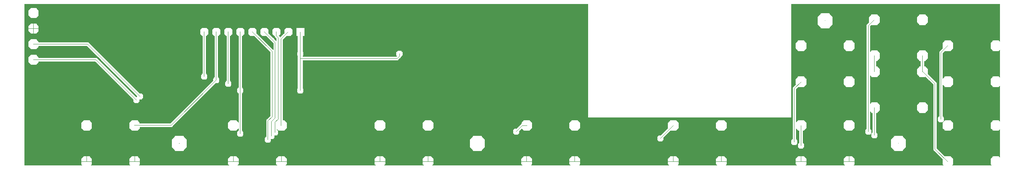
<source format=gbl>
*%FSLAX23Y23*%
*%MOIN*%
G01*
D11*
X6636Y8193D02*
X6875Y7954D01*
X6845Y7938D02*
X6590Y8193D01*
X6576D02*
X6838Y7931D01*
X6822Y7901D02*
X6553Y8170D01*
X7178Y7703D02*
X7410Y7935D01*
X7510Y7989D02*
X7201Y7680D01*
X6881Y7407D02*
X6835D01*
X6481D02*
X6435D01*
X7656D02*
X7702D01*
X8056D02*
X8102D01*
X8876D02*
X8922D01*
X9276D02*
X9322D01*
X10097D02*
X10143D01*
X10497D02*
X10543D01*
X11317D02*
X11363D01*
X11717D02*
X11763D01*
X12380D02*
X12426D01*
X12780D02*
X12826D01*
X13601D02*
X13647D01*
X14001D02*
X14047D01*
X9741Y7447D02*
X9677D01*
X13181D02*
X13245D01*
X7261D02*
X7197D01*
X13501Y7448D02*
X13510D01*
X6412Y7330D02*
X5942D01*
X6412D02*
X6420D01*
X6496D02*
X6504D01*
X6812D01*
X6820D01*
X6896D02*
X6904D01*
X7633D01*
X7641D01*
X7717D02*
X7725D01*
X8033D01*
X8041D01*
X8117D02*
X8125D01*
X8853D01*
X8861D01*
X8937D02*
X8945D01*
X9253D01*
X9261D01*
X9337D02*
X9345D01*
X10074D01*
X10082D01*
X10158D02*
X10166D01*
X10474D01*
X10482D01*
X10558D02*
X10566D01*
X11294D01*
X11302D01*
X11378D02*
X11386D01*
X11694D01*
X11702D01*
X11778D02*
X11786D01*
X12357D01*
X12365D01*
X12441D02*
X12449D01*
X12757D01*
X12765D01*
X12841D02*
X12849D01*
X13578D01*
X13586D01*
X13662D02*
X13670D01*
X13978D01*
X13986D01*
X6074D02*
Y8193D01*
Y8225D02*
Y8323D01*
Y8355D02*
Y8672D01*
X6072Y8193D02*
Y7330D01*
Y8225D02*
Y8323D01*
Y8355D02*
Y8672D01*
X6070Y8193D02*
Y7330D01*
Y8225D02*
Y8323D01*
Y8355D02*
Y8672D01*
X6068Y8193D02*
Y7330D01*
Y8225D02*
Y8323D01*
Y8355D02*
Y8672D01*
X6066Y8193D02*
Y7330D01*
Y8225D02*
Y8323D01*
Y8355D02*
Y8672D01*
X6064Y8193D02*
Y7330D01*
Y8225D02*
Y8323D01*
Y8355D02*
Y8672D01*
X6062Y8193D02*
Y7330D01*
Y8225D02*
Y8323D01*
Y8355D02*
Y8672D01*
X6060Y8187D02*
Y7330D01*
Y8187D02*
Y8193D01*
Y8225D02*
Y8231D01*
Y8317D01*
Y8323D01*
Y8355D02*
Y8361D01*
Y8447D01*
Y8491D02*
Y8577D01*
Y8621D02*
Y8672D01*
X6058Y8185D02*
Y7330D01*
Y8185D02*
Y8193D01*
Y8225D02*
Y8233D01*
Y8315D01*
Y8323D01*
Y8355D02*
Y8363D01*
Y8445D01*
Y8493D02*
Y8575D01*
Y8623D02*
Y8672D01*
X6056Y8183D02*
Y7330D01*
Y8235D02*
Y8313D01*
Y8365D02*
Y8443D01*
Y8495D02*
Y8573D01*
Y8625D02*
Y8672D01*
X6054Y8181D02*
Y7330D01*
Y8237D02*
Y8311D01*
Y8367D02*
Y8441D01*
Y8497D02*
Y8571D01*
Y8627D02*
Y8672D01*
X6052Y8179D02*
Y7330D01*
Y8239D02*
Y8309D01*
Y8369D02*
Y8439D01*
Y8499D02*
Y8569D01*
Y8629D02*
Y8672D01*
X6050Y8177D02*
Y7330D01*
Y8241D02*
Y8307D01*
Y8371D02*
Y8437D01*
Y8501D02*
Y8567D01*
Y8631D02*
Y8672D01*
X6048Y8166D02*
Y7330D01*
Y8166D02*
Y8175D01*
Y8243D02*
Y8252D01*
Y8296D01*
Y8305D01*
Y8373D02*
Y8382D01*
Y8426D01*
Y8435D01*
Y8503D02*
Y8512D01*
Y8556D01*
Y8565D01*
Y8633D02*
Y8642D01*
Y8672D01*
X6046Y8166D02*
Y7330D01*
Y8166D02*
Y8173D01*
Y8245D02*
Y8252D01*
Y8296D01*
Y8303D01*
Y8375D02*
Y8382D01*
Y8426D01*
Y8433D01*
Y8505D02*
Y8512D01*
Y8556D01*
Y8563D01*
Y8635D02*
Y8642D01*
Y8672D01*
X6044Y8166D02*
Y7330D01*
Y8252D02*
Y8296D01*
Y8382D02*
Y8426D01*
Y8512D02*
Y8556D01*
Y8642D02*
Y8672D01*
X6042Y8166D02*
Y7330D01*
Y8252D02*
Y8296D01*
Y8382D02*
Y8426D01*
Y8512D02*
Y8556D01*
Y8642D02*
Y8672D01*
X6040Y8166D02*
Y7330D01*
Y8252D02*
Y8296D01*
Y8382D02*
Y8426D01*
Y8512D02*
Y8556D01*
Y8642D02*
Y8672D01*
X6038Y8166D02*
Y7330D01*
Y8252D02*
Y8296D01*
Y8382D02*
Y8426D01*
Y8512D02*
Y8556D01*
Y8642D02*
Y8672D01*
X6036Y8166D02*
Y7330D01*
Y8252D02*
Y8296D01*
Y8382D02*
Y8426D01*
Y8512D02*
Y8556D01*
Y8642D02*
Y8672D01*
X6034Y8166D02*
Y7330D01*
Y8252D02*
Y8296D01*
Y8382D02*
Y8426D01*
Y8512D02*
Y8556D01*
Y8642D02*
Y8672D01*
X6032Y8166D02*
Y7330D01*
Y8252D02*
Y8296D01*
Y8382D02*
Y8426D01*
Y8512D02*
Y8556D01*
Y8642D02*
Y8672D01*
X6030Y8166D02*
Y7330D01*
Y8252D02*
Y8296D01*
Y8382D02*
Y8426D01*
Y8512D02*
Y8556D01*
Y8642D02*
Y8672D01*
X6028Y8166D02*
Y7330D01*
Y8252D02*
Y8296D01*
Y8382D02*
Y8426D01*
Y8512D02*
Y8556D01*
Y8642D02*
Y8672D01*
X6026Y8166D02*
Y7330D01*
Y8252D02*
Y8296D01*
Y8382D02*
Y8426D01*
Y8512D02*
Y8556D01*
Y8642D02*
Y8672D01*
X6024Y8166D02*
Y7330D01*
Y8252D02*
Y8296D01*
Y8382D02*
Y8426D01*
Y8512D02*
Y8556D01*
Y8642D02*
Y8672D01*
X6022Y8166D02*
Y7330D01*
Y8252D02*
Y8296D01*
Y8382D02*
Y8426D01*
Y8512D02*
Y8556D01*
Y8642D02*
Y8672D01*
X6020Y8166D02*
Y7330D01*
Y8252D02*
Y8296D01*
Y8382D02*
Y8426D01*
Y8512D02*
Y8556D01*
Y8642D02*
Y8672D01*
X6018Y8166D02*
Y7330D01*
Y8252D02*
Y8296D01*
Y8382D02*
Y8426D01*
Y8512D02*
Y8556D01*
Y8642D02*
Y8672D01*
X6016Y8166D02*
Y7330D01*
Y8252D02*
Y8296D01*
Y8382D02*
Y8426D01*
Y8512D02*
Y8556D01*
Y8642D02*
Y8672D01*
X6014Y8166D02*
Y7330D01*
Y8252D02*
Y8296D01*
Y8382D02*
Y8426D01*
Y8512D02*
Y8556D01*
Y8642D02*
Y8672D01*
X6012Y8166D02*
Y7330D01*
Y8252D02*
Y8296D01*
Y8382D02*
Y8426D01*
Y8512D02*
Y8556D01*
Y8642D02*
Y8672D01*
X6010Y8166D02*
Y7330D01*
Y8252D02*
Y8296D01*
Y8382D02*
Y8426D01*
Y8512D02*
Y8556D01*
Y8642D02*
Y8672D01*
X6008Y8166D02*
Y7330D01*
Y8252D02*
Y8296D01*
Y8382D02*
Y8426D01*
Y8512D02*
Y8556D01*
Y8642D02*
Y8672D01*
X6006Y8166D02*
Y7330D01*
Y8252D02*
Y8296D01*
Y8382D02*
Y8426D01*
Y8512D02*
Y8556D01*
Y8642D02*
Y8672D01*
X6004Y8166D02*
Y7330D01*
Y8252D02*
Y8296D01*
Y8382D02*
Y8426D01*
Y8512D02*
Y8556D01*
Y8642D02*
Y8672D01*
X6002Y8166D02*
Y7330D01*
Y8252D02*
Y8296D01*
Y8382D02*
Y8426D01*
Y8512D02*
Y8556D01*
Y8642D02*
Y8672D01*
X6000Y8166D02*
Y7330D01*
Y8252D02*
Y8296D01*
Y8382D02*
Y8426D01*
Y8512D02*
Y8556D01*
Y8642D02*
Y8672D01*
X5998Y8166D02*
Y7330D01*
Y8252D02*
Y8296D01*
Y8382D02*
Y8426D01*
Y8512D02*
Y8556D01*
Y8642D02*
Y8672D01*
X5996Y8166D02*
Y7330D01*
Y8252D02*
Y8296D01*
Y8382D02*
Y8426D01*
Y8512D02*
Y8556D01*
Y8642D02*
Y8672D01*
X5994Y8166D02*
Y7330D01*
Y8252D02*
Y8296D01*
Y8382D02*
Y8426D01*
Y8512D02*
Y8556D01*
Y8642D02*
Y8672D01*
X5992Y8166D02*
Y7330D01*
Y8252D02*
Y8296D01*
Y8382D02*
Y8426D01*
Y8512D02*
Y8556D01*
Y8642D02*
Y8672D01*
X5990Y8166D02*
Y7330D01*
Y8252D02*
Y8296D01*
Y8382D02*
Y8426D01*
Y8512D02*
Y8556D01*
Y8642D02*
Y8672D01*
X5988Y8166D02*
Y7330D01*
Y8166D02*
Y8173D01*
Y8245D02*
Y8252D01*
Y8296D01*
Y8303D01*
Y8375D02*
Y8382D01*
Y8426D01*
Y8433D01*
Y8505D02*
Y8512D01*
Y8556D01*
Y8563D01*
Y8635D02*
Y8642D01*
Y8672D01*
X5986Y8166D02*
Y7330D01*
Y8166D02*
Y8175D01*
Y8243D02*
Y8252D01*
Y8296D01*
Y8305D01*
Y8373D02*
Y8382D01*
Y8426D01*
Y8435D01*
Y8503D02*
Y8512D01*
Y8556D01*
Y8565D01*
Y8633D02*
Y8642D01*
Y8672D01*
X5984Y8177D02*
Y7330D01*
Y8241D02*
Y8307D01*
Y8371D02*
Y8437D01*
Y8501D02*
Y8567D01*
Y8631D02*
Y8672D01*
X5982Y8179D02*
Y7330D01*
Y8239D02*
Y8309D01*
Y8369D02*
Y8439D01*
Y8499D02*
Y8569D01*
Y8629D02*
Y8672D01*
X5980Y8181D02*
Y7330D01*
Y8237D02*
Y8311D01*
Y8367D02*
Y8441D01*
Y8497D02*
Y8571D01*
Y8627D02*
Y8672D01*
X5978Y8183D02*
Y7330D01*
Y8235D02*
Y8313D01*
Y8365D02*
Y8443D01*
Y8495D02*
Y8573D01*
Y8625D02*
Y8672D01*
X5976Y8185D02*
Y7330D01*
Y8233D02*
Y8315D01*
Y8363D02*
Y8445D01*
Y8493D02*
Y8575D01*
Y8623D02*
Y8672D01*
X5974Y8187D02*
Y7330D01*
Y8231D02*
Y8317D01*
Y8361D02*
Y8447D01*
Y8491D02*
Y8577D01*
Y8621D02*
Y8672D01*
X5972D02*
Y7330D01*
X5970D02*
Y8672D01*
X5968D02*
Y7330D01*
X5966D02*
Y8672D01*
X5964D02*
Y7330D01*
X5962D02*
Y8672D01*
X5960D02*
Y7330D01*
X5958D02*
Y8672D01*
X5956D02*
Y7330D01*
X5954D02*
Y8672D01*
X5952D02*
Y7330D01*
X5950D02*
Y8672D01*
X5948D02*
Y7330D01*
X5946D02*
Y8672D01*
X5944D02*
Y7330D01*
X6060Y8317D02*
Y8323D01*
Y8355D02*
Y8361D01*
X5974D02*
Y8317D01*
X6060Y8193D02*
Y8187D01*
Y8225D02*
Y8231D01*
X5974D02*
Y8187D01*
X6060Y8447D02*
Y8491D01*
X5974D02*
Y8447D01*
X6060Y8577D02*
Y8621D01*
X5974D02*
Y8577D01*
X5942Y8672D02*
Y7330D01*
X6060Y8361D02*
X6039Y8382D01*
X5974Y8317D02*
X5995Y8296D01*
X6039Y8252D02*
X6060Y8231D01*
X5995Y8166D02*
X5974Y8187D01*
X6060Y8491D02*
X6039Y8512D01*
X5974Y8447D02*
X5995Y8426D01*
X6060Y8621D02*
X6039Y8642D01*
X5974Y8577D02*
X5995Y8556D01*
X6060Y8317D02*
X6039Y8296D01*
X5974Y8361D02*
X5995Y8382D01*
X6060Y8187D02*
X6039Y8166D01*
X5974Y8231D02*
X5995Y8252D01*
X6039Y8426D02*
X6060Y8447D01*
X5995Y8512D02*
X5974Y8491D01*
X6039Y8556D02*
X6060Y8577D01*
X5995Y8642D02*
X5974Y8621D01*
X6835Y7615D02*
X6881D01*
X6481D02*
X6435D01*
X7656D02*
X7702D01*
X8054D02*
X8056D01*
X8102D01*
X8876D02*
X8922D01*
X9276D02*
X9322D01*
X10097D02*
X10143D01*
X10497D02*
X10543D01*
X11316D02*
X11317D01*
X11363D01*
X11717D02*
X11763D01*
X12380D02*
X12386D01*
X12418D02*
X12426D01*
X12780D02*
X12826D01*
X13601D02*
X13647D01*
X14001D02*
X14047D01*
X9741Y7575D02*
X9677D01*
X13181D02*
X13245D01*
X7261D02*
X7197D01*
X12998Y7552D02*
X13026D01*
X12976Y7582D02*
X12948D01*
X12416Y7467D02*
X12388D01*
X12360Y7497D02*
X12334D01*
X11246Y7527D02*
X11218D01*
Y7581D02*
X11236D01*
X10046Y7582D02*
X10018D01*
Y7636D02*
X10036D01*
X7980Y7517D02*
X7954D01*
X7994Y7547D02*
X8010D01*
X8024Y7577D02*
X8040D01*
X7750Y7567D02*
X7724D01*
X7016Y7648D02*
X7013D01*
X7016D02*
X7048D01*
X7155D01*
X7169D01*
X7178D01*
X7016D02*
X6904D01*
X6270Y7330D02*
Y8193D01*
Y8225D02*
Y8323D01*
Y8355D02*
Y8672D01*
X6268Y8193D02*
Y7330D01*
Y8225D02*
Y8323D01*
Y8355D02*
Y8672D01*
X6266Y8193D02*
Y7330D01*
Y8225D02*
Y8323D01*
Y8355D02*
Y8672D01*
X6264Y8193D02*
Y7330D01*
Y8225D02*
Y8323D01*
Y8355D02*
Y8672D01*
X6262Y8193D02*
Y7330D01*
Y8225D02*
Y8323D01*
Y8355D02*
Y8672D01*
X6260Y8193D02*
Y7330D01*
Y8225D02*
Y8323D01*
Y8355D02*
Y8672D01*
X6258Y8193D02*
Y7330D01*
Y8225D02*
Y8323D01*
Y8355D02*
Y8672D01*
X6256Y8193D02*
Y7330D01*
Y8225D02*
Y8323D01*
Y8355D02*
Y8672D01*
X6254Y8193D02*
Y7330D01*
Y8225D02*
Y8323D01*
Y8355D02*
Y8672D01*
X6252Y8193D02*
Y7330D01*
Y8225D02*
Y8323D01*
Y8355D02*
Y8672D01*
X6250Y8193D02*
Y7330D01*
Y8225D02*
Y8323D01*
Y8355D02*
Y8672D01*
X6248Y8193D02*
Y7330D01*
Y8225D02*
Y8323D01*
Y8355D02*
Y8672D01*
X6246Y8193D02*
Y7330D01*
Y8225D02*
Y8323D01*
Y8355D02*
Y8672D01*
X6244Y8193D02*
Y7330D01*
Y8225D02*
Y8323D01*
Y8355D02*
Y8672D01*
X6242Y8193D02*
Y7330D01*
Y8225D02*
Y8323D01*
Y8355D02*
Y8672D01*
X6240Y8193D02*
Y7330D01*
Y8225D02*
Y8323D01*
Y8355D02*
Y8672D01*
X6238Y8193D02*
Y7330D01*
Y8225D02*
Y8323D01*
Y8355D02*
Y8672D01*
X6236Y8193D02*
Y7330D01*
Y8225D02*
Y8323D01*
Y8355D02*
Y8672D01*
X6234Y8193D02*
Y7330D01*
Y8225D02*
Y8323D01*
Y8355D02*
Y8672D01*
X6232Y8193D02*
Y7330D01*
Y8225D02*
Y8323D01*
Y8355D02*
Y8672D01*
X6230Y8193D02*
Y7330D01*
Y8225D02*
Y8323D01*
Y8355D02*
Y8672D01*
X6228Y8193D02*
Y7330D01*
Y8225D02*
Y8323D01*
Y8355D02*
Y8672D01*
X6226Y8193D02*
Y7330D01*
Y8225D02*
Y8323D01*
Y8355D02*
Y8672D01*
X6224Y8193D02*
Y7330D01*
Y8225D02*
Y8323D01*
Y8355D02*
Y8672D01*
X6222Y8193D02*
Y7330D01*
Y8225D02*
Y8323D01*
Y8355D02*
Y8672D01*
X6220Y8193D02*
Y7330D01*
Y8225D02*
Y8323D01*
Y8355D02*
Y8672D01*
X6218Y8193D02*
Y7330D01*
Y8225D02*
Y8323D01*
Y8355D02*
Y8672D01*
X6216Y8193D02*
Y7330D01*
Y8225D02*
Y8323D01*
Y8355D02*
Y8672D01*
X6214Y8193D02*
Y7330D01*
Y8225D02*
Y8323D01*
Y8355D02*
Y8672D01*
X6212Y8193D02*
Y7330D01*
Y8225D02*
Y8323D01*
Y8355D02*
Y8672D01*
X6210Y8193D02*
Y7330D01*
Y8225D02*
Y8323D01*
Y8355D02*
Y8672D01*
X6208Y8193D02*
Y7330D01*
Y8225D02*
Y8323D01*
Y8355D02*
Y8672D01*
X6206Y8193D02*
Y7330D01*
Y8225D02*
Y8323D01*
Y8355D02*
Y8672D01*
X6204Y8193D02*
Y7330D01*
Y8225D02*
Y8323D01*
Y8355D02*
Y8672D01*
X6202Y8193D02*
Y7330D01*
Y8225D02*
Y8323D01*
Y8355D02*
Y8672D01*
X6200Y8193D02*
Y7330D01*
Y8225D02*
Y8323D01*
Y8355D02*
Y8672D01*
X6198Y8193D02*
Y7330D01*
Y8225D02*
Y8323D01*
Y8355D02*
Y8672D01*
X6196Y8193D02*
Y7330D01*
Y8225D02*
Y8323D01*
Y8355D02*
Y8672D01*
X6194Y8193D02*
Y7330D01*
Y8225D02*
Y8323D01*
Y8355D02*
Y8672D01*
X6192Y8193D02*
Y7330D01*
Y8225D02*
Y8323D01*
Y8355D02*
Y8672D01*
X6190Y8193D02*
Y7330D01*
Y8225D02*
Y8323D01*
Y8355D02*
Y8672D01*
X6188Y8193D02*
Y7330D01*
Y8225D02*
Y8323D01*
Y8355D02*
Y8672D01*
X6186Y8193D02*
Y7330D01*
Y8225D02*
Y8323D01*
Y8355D02*
Y8672D01*
X6184Y8193D02*
Y7330D01*
Y8225D02*
Y8323D01*
Y8355D02*
Y8672D01*
X6182Y8193D02*
Y7330D01*
Y8225D02*
Y8323D01*
Y8355D02*
Y8672D01*
X6180Y8193D02*
Y7330D01*
Y8225D02*
Y8323D01*
Y8355D02*
Y8672D01*
X6178Y8193D02*
Y7330D01*
Y8225D02*
Y8323D01*
Y8355D02*
Y8672D01*
X6176Y8193D02*
Y7330D01*
Y8225D02*
Y8323D01*
Y8355D02*
Y8672D01*
X6174Y8193D02*
Y7330D01*
Y8225D02*
Y8323D01*
Y8355D02*
Y8672D01*
X6172Y8193D02*
Y7330D01*
Y8225D02*
Y8323D01*
Y8355D02*
Y8672D01*
X6170Y8193D02*
Y7330D01*
Y8225D02*
Y8323D01*
Y8355D02*
Y8672D01*
X6168Y8193D02*
Y7330D01*
Y8225D02*
Y8323D01*
Y8355D02*
Y8672D01*
X6166Y8193D02*
Y7330D01*
Y8225D02*
Y8323D01*
Y8355D02*
Y8672D01*
X6164Y8193D02*
Y7330D01*
Y8225D02*
Y8323D01*
Y8355D02*
Y8672D01*
X6162Y8193D02*
Y7330D01*
Y8225D02*
Y8323D01*
Y8355D02*
Y8672D01*
X6160Y8193D02*
Y7330D01*
Y8225D02*
Y8323D01*
Y8355D02*
Y8672D01*
X6158Y8193D02*
Y7330D01*
Y8225D02*
Y8323D01*
Y8355D02*
Y8672D01*
X6156Y8193D02*
Y7330D01*
Y8225D02*
Y8323D01*
Y8355D02*
Y8672D01*
X6154Y8193D02*
Y7330D01*
Y8225D02*
Y8323D01*
Y8355D02*
Y8672D01*
X6152Y8193D02*
Y7330D01*
Y8225D02*
Y8323D01*
Y8355D02*
Y8672D01*
X6150Y8193D02*
Y7330D01*
Y8225D02*
Y8323D01*
Y8355D02*
Y8672D01*
X6148Y8193D02*
Y7330D01*
Y8225D02*
Y8323D01*
Y8355D02*
Y8672D01*
X6146Y8193D02*
Y7330D01*
Y8225D02*
Y8323D01*
Y8355D02*
Y8672D01*
X6144Y8193D02*
Y7330D01*
Y8225D02*
Y8323D01*
Y8355D02*
Y8672D01*
X6142Y8193D02*
Y7330D01*
Y8225D02*
Y8323D01*
Y8355D02*
Y8672D01*
X6140Y8193D02*
Y7330D01*
Y8225D02*
Y8323D01*
Y8355D02*
Y8672D01*
X6138Y8193D02*
Y7330D01*
Y8225D02*
Y8323D01*
Y8355D02*
Y8672D01*
X6136Y8193D02*
Y7330D01*
Y8225D02*
Y8323D01*
Y8355D02*
Y8672D01*
X6134Y8193D02*
Y7330D01*
Y8225D02*
Y8323D01*
Y8355D02*
Y8672D01*
X6132Y8193D02*
Y7330D01*
Y8225D02*
Y8323D01*
Y8355D02*
Y8672D01*
X6130Y8193D02*
Y7330D01*
Y8225D02*
Y8323D01*
Y8355D02*
Y8672D01*
X6128Y8193D02*
Y7330D01*
Y8225D02*
Y8323D01*
Y8355D02*
Y8672D01*
X6126Y8193D02*
Y7330D01*
Y8225D02*
Y8323D01*
Y8355D02*
Y8672D01*
X6124Y8193D02*
Y7330D01*
Y8225D02*
Y8323D01*
Y8355D02*
Y8672D01*
X6122Y8193D02*
Y7330D01*
Y8225D02*
Y8323D01*
Y8355D02*
Y8672D01*
X6120Y8193D02*
Y7330D01*
Y8225D02*
Y8323D01*
Y8355D02*
Y8672D01*
X6118Y8193D02*
Y7330D01*
Y8225D02*
Y8323D01*
Y8355D02*
Y8672D01*
X6116Y8193D02*
Y7330D01*
Y8225D02*
Y8323D01*
Y8355D02*
Y8672D01*
X6114Y8193D02*
Y7330D01*
Y8225D02*
Y8323D01*
Y8355D02*
Y8672D01*
X6112Y8193D02*
Y7330D01*
Y8225D02*
Y8323D01*
Y8355D02*
Y8672D01*
X6110Y8193D02*
Y7330D01*
Y8225D02*
Y8323D01*
Y8355D02*
Y8672D01*
X6108Y8193D02*
Y7330D01*
Y8225D02*
Y8323D01*
Y8355D02*
Y8672D01*
X6106Y8193D02*
Y7330D01*
Y8225D02*
Y8323D01*
Y8355D02*
Y8672D01*
X6104Y8193D02*
Y7330D01*
Y8225D02*
Y8323D01*
Y8355D02*
Y8672D01*
X6102Y8193D02*
Y7330D01*
Y8225D02*
Y8323D01*
Y8355D02*
Y8672D01*
X6100Y8193D02*
Y7330D01*
Y8225D02*
Y8323D01*
Y8355D02*
Y8672D01*
X6098Y8193D02*
Y7330D01*
Y8225D02*
Y8323D01*
Y8355D02*
Y8672D01*
X6096Y8193D02*
Y7330D01*
Y8225D02*
Y8323D01*
Y8355D02*
Y8672D01*
X6094Y8193D02*
Y7330D01*
Y8225D02*
Y8323D01*
Y8355D02*
Y8672D01*
X6092Y8193D02*
Y7330D01*
Y8225D02*
Y8323D01*
Y8355D02*
Y8672D01*
X6090Y8193D02*
Y7330D01*
Y8225D02*
Y8323D01*
Y8355D02*
Y8672D01*
X6088Y8193D02*
Y7330D01*
Y8225D02*
Y8323D01*
Y8355D02*
Y8672D01*
X6086Y8193D02*
Y7330D01*
Y8225D02*
Y8323D01*
Y8355D02*
Y8672D01*
X6084Y8193D02*
Y7330D01*
Y8225D02*
Y8323D01*
Y8355D02*
Y8672D01*
X6082Y8193D02*
Y7330D01*
Y8225D02*
Y8323D01*
Y8355D02*
Y8672D01*
X6080Y8193D02*
Y7330D01*
Y8225D02*
Y8323D01*
Y8355D02*
Y8672D01*
X6078Y8193D02*
Y7330D01*
Y8225D02*
Y8323D01*
Y8355D02*
Y8672D01*
X6076Y8193D02*
Y7330D01*
Y8225D02*
Y8323D01*
Y8355D02*
Y8672D01*
X6835Y7707D02*
X6881D01*
X6481D02*
X6435D01*
X13390Y7764D02*
X13436D01*
Y7856D02*
X13390D01*
X12996Y7764D02*
X12990D01*
X13028D02*
X13036D01*
Y7856D02*
X12990D01*
X7702Y7707D02*
X7656D01*
X8093D02*
X8102D01*
X8876D02*
X8922D01*
X9276D02*
X9322D01*
X10097D02*
X10143D01*
X10497D02*
X10543D01*
X11317D02*
X11363D01*
X11717D02*
X11763D01*
X12380D02*
X12426D01*
X12780D02*
X12826D01*
X13601D02*
X13647D01*
X14001D02*
X14047D01*
X13578Y7687D02*
X13554D01*
X13578D02*
X13580D01*
X13581D01*
X6886Y7847D02*
X6858D01*
X7951Y7715D02*
X7960D01*
X7016Y7680D02*
X7013D01*
X7016D02*
X7048D01*
X7155D01*
X7016D02*
X6904D01*
X10066Y7675D02*
X10074D01*
X10075D01*
X10628Y7726D02*
X12321D01*
X6466Y7615D02*
Y7407D01*
Y7707D02*
Y8193D01*
Y8225D02*
Y8317D01*
Y8361D02*
Y8672D01*
X6464Y7615D02*
Y7407D01*
Y7707D02*
Y8193D01*
Y8225D02*
Y8319D01*
Y8359D02*
Y8672D01*
X6462Y7615D02*
Y7407D01*
Y7707D02*
Y8193D01*
Y8225D02*
Y8321D01*
Y8357D02*
Y8672D01*
X6460Y7615D02*
Y7407D01*
Y7707D02*
Y8193D01*
Y8225D02*
Y8323D01*
Y8355D02*
Y8672D01*
X6458Y7615D02*
Y7407D01*
Y7707D02*
Y8193D01*
Y8225D02*
Y8323D01*
Y8355D02*
Y8672D01*
X6456Y7615D02*
Y7407D01*
Y7707D02*
Y8193D01*
Y8225D02*
Y8323D01*
Y8355D02*
Y8672D01*
X6454Y7615D02*
Y7407D01*
Y7707D02*
Y8193D01*
Y8225D02*
Y8323D01*
Y8355D02*
Y8672D01*
X6452Y7615D02*
Y7407D01*
Y7707D02*
Y8193D01*
Y8225D02*
Y8323D01*
Y8355D02*
Y8672D01*
X6450Y7615D02*
Y7407D01*
Y7707D02*
Y8193D01*
Y8225D02*
Y8323D01*
Y8355D02*
Y8672D01*
X6448Y7615D02*
Y7407D01*
Y7707D02*
Y8193D01*
Y8225D02*
Y8323D01*
Y8355D02*
Y8672D01*
X6446Y7615D02*
Y7407D01*
Y7707D02*
Y8193D01*
Y8225D02*
Y8323D01*
Y8355D02*
Y8672D01*
X6444Y7615D02*
Y7407D01*
Y7707D02*
Y8193D01*
Y8225D02*
Y8323D01*
Y8355D02*
Y8672D01*
X6442Y7615D02*
Y7407D01*
Y7707D02*
Y8193D01*
Y8225D02*
Y8323D01*
Y8355D02*
Y8672D01*
X6440Y7615D02*
Y7407D01*
Y7707D02*
Y8193D01*
Y8225D02*
Y8323D01*
Y8355D02*
Y8672D01*
X6438Y7615D02*
Y7407D01*
Y7707D02*
Y8193D01*
Y8225D02*
Y8323D01*
Y8355D02*
Y8672D01*
X6436Y7615D02*
Y7407D01*
Y7707D02*
Y8193D01*
Y8225D02*
Y8323D01*
Y8355D02*
Y8672D01*
X6434Y7615D02*
Y7407D01*
Y7707D02*
Y8193D01*
Y8225D02*
Y8323D01*
Y8355D02*
Y8672D01*
X6432Y7615D02*
Y7407D01*
Y7707D02*
Y8193D01*
Y8225D02*
Y8323D01*
Y8355D02*
Y8672D01*
X6430Y7615D02*
Y7407D01*
Y7707D02*
Y8193D01*
Y8225D02*
Y8323D01*
Y8355D02*
Y8672D01*
X6428Y7407D02*
Y7400D01*
Y7407D02*
Y7615D01*
Y7622D01*
Y7700D02*
Y7707D01*
Y8193D01*
Y8225D02*
Y8323D01*
Y8355D02*
Y8672D01*
X6426Y7407D02*
Y7398D01*
Y7407D02*
Y7615D01*
Y7624D01*
Y7698D02*
Y7707D01*
Y8193D01*
Y8225D02*
Y8323D01*
Y8355D02*
Y8672D01*
X6424Y7626D02*
Y7396D01*
Y7696D02*
Y8193D01*
Y8225D02*
Y8323D01*
Y8355D02*
Y8672D01*
X6422Y7628D02*
Y7394D01*
Y7694D02*
Y8193D01*
Y8225D02*
Y8323D01*
Y8355D02*
Y8672D01*
X6420Y7630D02*
Y7392D01*
Y7692D02*
Y8193D01*
Y8225D02*
Y8323D01*
Y8355D02*
Y8672D01*
X6418Y7632D02*
Y7390D01*
Y7690D02*
Y8193D01*
Y8225D02*
Y8323D01*
Y8355D02*
Y8672D01*
X6416Y7634D02*
Y7388D01*
Y7688D02*
Y8193D01*
Y8225D02*
Y8323D01*
Y8355D02*
Y8672D01*
X6414Y7336D02*
Y7330D01*
Y7386D02*
Y7636D01*
Y7686D02*
Y8193D01*
Y8225D02*
Y8323D01*
Y8355D02*
Y8672D01*
X6412Y7338D02*
Y7330D01*
Y7338D02*
Y7384D01*
Y7638D01*
Y7684D01*
Y8193D01*
Y8225D02*
Y8323D01*
Y8355D02*
Y8672D01*
X6410Y8193D02*
Y7330D01*
Y8225D02*
Y8323D01*
Y8355D02*
Y8672D01*
X6408Y8193D02*
Y7330D01*
Y8225D02*
Y8323D01*
Y8355D02*
Y8672D01*
X6406Y8193D02*
Y7330D01*
Y8225D02*
Y8323D01*
Y8355D02*
Y8672D01*
X6404Y8193D02*
Y7330D01*
Y8225D02*
Y8323D01*
Y8355D02*
Y8672D01*
X6402Y8193D02*
Y7330D01*
Y8225D02*
Y8323D01*
Y8355D02*
Y8672D01*
X6400Y8193D02*
Y7330D01*
Y8225D02*
Y8323D01*
Y8355D02*
Y8672D01*
X6398Y8193D02*
Y7330D01*
Y8225D02*
Y8323D01*
Y8355D02*
Y8672D01*
X6396Y8193D02*
Y7330D01*
Y8225D02*
Y8323D01*
Y8355D02*
Y8672D01*
X6394Y8193D02*
Y7330D01*
Y8225D02*
Y8323D01*
Y8355D02*
Y8672D01*
X6392Y8193D02*
Y7330D01*
Y8225D02*
Y8323D01*
Y8355D02*
Y8672D01*
X6390Y8193D02*
Y7330D01*
Y8225D02*
Y8323D01*
Y8355D02*
Y8672D01*
X6388Y8193D02*
Y7330D01*
Y8225D02*
Y8323D01*
Y8355D02*
Y8672D01*
X6386Y8193D02*
Y7330D01*
Y8225D02*
Y8323D01*
Y8355D02*
Y8672D01*
X6384Y8193D02*
Y7330D01*
Y8225D02*
Y8323D01*
Y8355D02*
Y8672D01*
X6382Y8193D02*
Y7330D01*
Y8225D02*
Y8323D01*
Y8355D02*
Y8672D01*
X6380Y8193D02*
Y7330D01*
Y8225D02*
Y8323D01*
Y8355D02*
Y8672D01*
X6378Y8193D02*
Y7330D01*
Y8225D02*
Y8323D01*
Y8355D02*
Y8672D01*
X6376Y8193D02*
Y7330D01*
Y8225D02*
Y8323D01*
Y8355D02*
Y8672D01*
X6374Y8193D02*
Y7330D01*
Y8225D02*
Y8323D01*
Y8355D02*
Y8672D01*
X6372Y8193D02*
Y7330D01*
Y8225D02*
Y8323D01*
Y8355D02*
Y8672D01*
X6370Y8193D02*
Y7330D01*
Y8225D02*
Y8323D01*
Y8355D02*
Y8672D01*
X6368Y8193D02*
Y7330D01*
Y8225D02*
Y8323D01*
Y8355D02*
Y8672D01*
X6366Y8193D02*
Y7330D01*
Y8225D02*
Y8323D01*
Y8355D02*
Y8672D01*
X6364Y8193D02*
Y7330D01*
Y8225D02*
Y8323D01*
Y8355D02*
Y8672D01*
X6362Y8193D02*
Y7330D01*
Y8225D02*
Y8323D01*
Y8355D02*
Y8672D01*
X6360Y8193D02*
Y7330D01*
Y8225D02*
Y8323D01*
Y8355D02*
Y8672D01*
X6358Y8193D02*
Y7330D01*
Y8225D02*
Y8323D01*
Y8355D02*
Y8672D01*
X6356Y8193D02*
Y7330D01*
Y8225D02*
Y8323D01*
Y8355D02*
Y8672D01*
X6354Y8193D02*
Y7330D01*
Y8225D02*
Y8323D01*
Y8355D02*
Y8672D01*
X6352Y8193D02*
Y7330D01*
Y8225D02*
Y8323D01*
Y8355D02*
Y8672D01*
X6350Y8193D02*
Y7330D01*
Y8225D02*
Y8323D01*
Y8355D02*
Y8672D01*
X6348Y8193D02*
Y7330D01*
Y8225D02*
Y8323D01*
Y8355D02*
Y8672D01*
X6346Y8193D02*
Y7330D01*
Y8225D02*
Y8323D01*
Y8355D02*
Y8672D01*
X6344Y8193D02*
Y7330D01*
Y8225D02*
Y8323D01*
Y8355D02*
Y8672D01*
X6342Y8193D02*
Y7330D01*
Y8225D02*
Y8323D01*
Y8355D02*
Y8672D01*
X6340Y8193D02*
Y7330D01*
Y8225D02*
Y8323D01*
Y8355D02*
Y8672D01*
X6338Y8193D02*
Y7330D01*
Y8225D02*
Y8323D01*
Y8355D02*
Y8672D01*
X6336Y8193D02*
Y7330D01*
Y8225D02*
Y8323D01*
Y8355D02*
Y8672D01*
X6334Y8193D02*
Y7330D01*
Y8225D02*
Y8323D01*
Y8355D02*
Y8672D01*
X6332Y8193D02*
Y7330D01*
Y8225D02*
Y8323D01*
Y8355D02*
Y8672D01*
X6330Y8193D02*
Y7330D01*
Y8225D02*
Y8323D01*
Y8355D02*
Y8672D01*
X6328Y8193D02*
Y7330D01*
Y8225D02*
Y8323D01*
Y8355D02*
Y8672D01*
X6326Y8193D02*
Y7330D01*
Y8225D02*
Y8323D01*
Y8355D02*
Y8672D01*
X6324Y8193D02*
Y7330D01*
Y8225D02*
Y8323D01*
Y8355D02*
Y8672D01*
X6322Y8193D02*
Y7330D01*
Y8225D02*
Y8323D01*
Y8355D02*
Y8672D01*
X6320Y8193D02*
Y7330D01*
Y8225D02*
Y8323D01*
Y8355D02*
Y8672D01*
X6318Y8193D02*
Y7330D01*
Y8225D02*
Y8323D01*
Y8355D02*
Y8672D01*
X6316Y8193D02*
Y7330D01*
Y8225D02*
Y8323D01*
Y8355D02*
Y8672D01*
X6314Y8193D02*
Y7330D01*
Y8225D02*
Y8323D01*
Y8355D02*
Y8672D01*
X6312Y8193D02*
Y7330D01*
Y8225D02*
Y8323D01*
Y8355D02*
Y8672D01*
X6310Y8193D02*
Y7330D01*
Y8225D02*
Y8323D01*
Y8355D02*
Y8672D01*
X6308Y8193D02*
Y7330D01*
Y8225D02*
Y8323D01*
Y8355D02*
Y8672D01*
X6306Y8193D02*
Y7330D01*
Y8225D02*
Y8323D01*
Y8355D02*
Y8672D01*
X6304Y8193D02*
Y7330D01*
Y8225D02*
Y8323D01*
Y8355D02*
Y8672D01*
X6302Y8193D02*
Y7330D01*
Y8225D02*
Y8323D01*
Y8355D02*
Y8672D01*
X6300Y8193D02*
Y7330D01*
Y8225D02*
Y8323D01*
Y8355D02*
Y8672D01*
X6298Y8193D02*
Y7330D01*
Y8225D02*
Y8323D01*
Y8355D02*
Y8672D01*
X6296Y8193D02*
Y7330D01*
Y8225D02*
Y8323D01*
Y8355D02*
Y8672D01*
X6294Y8193D02*
Y7330D01*
Y8225D02*
Y8323D01*
Y8355D02*
Y8672D01*
X6292Y8193D02*
Y7330D01*
Y8225D02*
Y8323D01*
Y8355D02*
Y8672D01*
X6290Y8193D02*
Y7330D01*
Y8225D02*
Y8323D01*
Y8355D02*
Y8672D01*
X6288Y8193D02*
Y7330D01*
Y8225D02*
Y8323D01*
Y8355D02*
Y8672D01*
X6286Y8193D02*
Y7330D01*
Y8225D02*
Y8323D01*
Y8355D02*
Y8672D01*
X6284Y8193D02*
Y7330D01*
Y8225D02*
Y8323D01*
Y8355D02*
Y8672D01*
X6282Y8193D02*
Y7330D01*
Y8225D02*
Y8323D01*
Y8355D02*
Y8672D01*
X6280Y8193D02*
Y7330D01*
Y8225D02*
Y8323D01*
Y8355D02*
Y8672D01*
X6278Y8193D02*
Y7330D01*
Y8225D02*
Y8323D01*
Y8355D02*
Y8672D01*
X6276Y8193D02*
Y7330D01*
Y8225D02*
Y8323D01*
Y8355D02*
Y8672D01*
X6274Y8193D02*
Y7330D01*
Y8225D02*
Y8323D01*
Y8355D02*
Y8672D01*
X6272Y8193D02*
Y7330D01*
Y8225D02*
Y8323D01*
Y8355D02*
Y8672D01*
X6412Y7638D02*
X6435Y7615D01*
X6412Y7338D02*
X6420Y7330D01*
X6483Y8300D02*
X6460Y8323D01*
X6435Y7707D02*
X6412Y7684D01*
X6435Y7407D02*
X6412Y7384D01*
X6460Y8355D02*
X6467Y8362D01*
X12780Y7980D02*
X12826D01*
X12426D02*
X12381D01*
X13601D02*
X13647D01*
X14001D02*
X14047D01*
X8250Y7927D02*
X8224D01*
X7550Y8012D02*
X7533D01*
X7624Y7982D02*
X7650D01*
X7450Y8042D02*
X7424D01*
X6916Y7877D02*
X6899D01*
X6898Y7931D02*
X6916D01*
X6875Y7901D02*
X6868D01*
X13524Y8025D02*
X13533D01*
X12340Y7985D02*
X12331D01*
X6660Y8063D02*
Y7330D01*
Y8109D02*
Y8123D01*
Y8169D02*
Y8672D01*
X6658Y8065D02*
Y7330D01*
Y8111D02*
Y8125D01*
Y8171D02*
Y8672D01*
X6656Y8067D02*
Y7330D01*
Y8113D02*
Y8127D01*
Y8173D02*
Y8672D01*
X6654Y8069D02*
Y7330D01*
Y8115D02*
Y8129D01*
Y8175D02*
Y8672D01*
X6652Y8071D02*
Y7330D01*
Y8117D02*
Y8131D01*
Y8177D02*
Y8672D01*
X6650Y8073D02*
Y7330D01*
Y8119D02*
Y8133D01*
Y8179D02*
Y8672D01*
X6648Y8075D02*
Y7330D01*
Y8121D02*
Y8135D01*
Y8181D02*
Y8672D01*
X6646Y8077D02*
Y7330D01*
Y8123D02*
Y8137D01*
Y8183D02*
Y8672D01*
X6644Y8079D02*
Y7330D01*
Y8125D02*
Y8139D01*
Y8185D02*
Y8672D01*
X6642Y8081D02*
Y7330D01*
Y8127D02*
Y8141D01*
Y8187D02*
Y8672D01*
X6640Y8083D02*
Y7330D01*
Y8129D02*
Y8143D01*
Y8189D02*
Y8672D01*
X6638Y8085D02*
Y7330D01*
Y8131D02*
Y8145D01*
Y8191D02*
Y8672D01*
X6636Y8087D02*
Y7330D01*
Y8133D02*
Y8147D01*
Y8193D02*
Y8672D01*
X6634Y8089D02*
Y7330D01*
Y8135D02*
Y8149D01*
Y8195D02*
Y8672D01*
X6632Y8091D02*
Y7330D01*
Y8137D02*
Y8151D01*
Y8197D02*
Y8672D01*
X6630Y8093D02*
Y7330D01*
Y8139D02*
Y8153D01*
Y8199D02*
Y8672D01*
X6628Y8095D02*
Y7330D01*
Y8141D02*
Y8155D01*
Y8201D02*
Y8672D01*
X6626Y8097D02*
Y7330D01*
Y8143D02*
Y8157D01*
Y8203D02*
Y8672D01*
X6624Y8099D02*
Y7330D01*
Y8145D02*
Y8159D01*
Y8205D02*
Y8672D01*
X6622Y8101D02*
Y7330D01*
Y8147D02*
Y8161D01*
Y8207D02*
Y8672D01*
X6620Y8103D02*
Y7330D01*
Y8149D02*
Y8163D01*
Y8209D02*
Y8672D01*
X6618Y8105D02*
Y7330D01*
Y8151D02*
Y8165D01*
Y8211D02*
Y8672D01*
X6616Y8107D02*
Y7330D01*
Y8153D02*
Y8167D01*
Y8213D02*
Y8672D01*
X6614Y8109D02*
Y7330D01*
Y8155D02*
Y8169D01*
Y8215D02*
Y8672D01*
X6612Y8111D02*
Y7330D01*
Y8157D02*
Y8171D01*
Y8217D02*
Y8672D01*
X6610Y8113D02*
Y7330D01*
Y8159D02*
Y8173D01*
Y8219D02*
Y8672D01*
X6608Y8115D02*
Y7330D01*
Y8161D02*
Y8175D01*
Y8221D02*
Y8672D01*
X6606Y8117D02*
Y7330D01*
Y8163D02*
Y8177D01*
Y8223D02*
Y8672D01*
X6604Y8119D02*
Y7330D01*
Y8165D02*
Y8179D01*
Y8225D02*
Y8672D01*
X6602Y8121D02*
Y7330D01*
Y8167D02*
Y8181D01*
Y8227D02*
Y8672D01*
X6600Y8123D02*
Y7330D01*
Y8169D02*
Y8183D01*
Y8229D02*
Y8672D01*
X6598Y8125D02*
Y7330D01*
Y8171D02*
Y8185D01*
Y8231D02*
Y8672D01*
X6596Y8127D02*
Y7330D01*
Y8173D02*
Y8187D01*
Y8233D02*
Y8672D01*
X6594Y8129D02*
Y7330D01*
Y8175D02*
Y8189D01*
Y8235D02*
Y8672D01*
X6592Y8131D02*
Y7330D01*
Y8177D02*
Y8191D01*
Y8237D02*
Y8672D01*
X6590Y8133D02*
Y7330D01*
Y8179D02*
Y8193D01*
Y8239D02*
Y8672D01*
X6588Y8135D02*
Y7330D01*
Y8181D02*
Y8195D01*
Y8241D02*
Y8672D01*
X6586Y8137D02*
Y7330D01*
Y8183D02*
Y8197D01*
Y8243D02*
Y8672D01*
X6584Y8139D02*
Y7330D01*
Y8185D02*
Y8199D01*
Y8245D02*
Y8672D01*
X6582Y8141D02*
Y7330D01*
Y8187D02*
Y8201D01*
Y8247D02*
Y8672D01*
X6580Y8143D02*
Y7330D01*
Y8189D02*
Y8203D01*
Y8249D02*
Y8672D01*
X6578Y8145D02*
Y7330D01*
Y8191D02*
Y8205D01*
Y8251D02*
Y8672D01*
X6576Y8147D02*
Y7330D01*
Y8193D02*
Y8207D01*
Y8253D02*
Y8672D01*
X6574Y8149D02*
Y7330D01*
Y8195D02*
Y8209D01*
Y8255D02*
Y8672D01*
X6572Y8151D02*
Y7330D01*
Y8197D02*
Y8211D01*
Y8257D02*
Y8672D01*
X6570Y8153D02*
Y7330D01*
Y8199D02*
Y8213D01*
Y8259D02*
Y8672D01*
X6568Y8155D02*
Y7330D01*
Y8201D02*
Y8215D01*
Y8261D02*
Y8672D01*
X6566Y8157D02*
Y7330D01*
Y8203D02*
Y8217D01*
Y8263D02*
Y8672D01*
X6564Y8159D02*
Y7330D01*
Y8205D02*
Y8219D01*
Y8265D02*
Y8672D01*
X6562Y8161D02*
Y7330D01*
Y8207D02*
Y8221D01*
Y8267D02*
Y8672D01*
X6560Y8163D02*
Y7330D01*
Y8209D02*
Y8223D01*
Y8269D02*
Y8672D01*
X6558Y8165D02*
Y7330D01*
Y8211D02*
Y8225D01*
Y8271D02*
Y8672D01*
X6556Y8167D02*
Y7330D01*
Y8213D02*
Y8225D01*
Y8273D02*
Y8672D01*
X6554Y8169D02*
Y7330D01*
Y8215D02*
Y8225D01*
Y8275D02*
Y8672D01*
X6552Y8171D02*
Y7330D01*
Y8217D02*
Y8225D01*
Y8231D01*
Y8277D02*
Y8672D01*
X6550Y8173D02*
Y7330D01*
Y8219D02*
Y8225D01*
Y8233D01*
Y8279D02*
Y8672D01*
X6548Y8175D02*
Y7330D01*
Y8225D02*
Y8235D01*
Y8281D02*
Y8672D01*
X6546Y8177D02*
Y7330D01*
Y8225D02*
Y8237D01*
Y8283D02*
Y8672D01*
X6544Y8179D02*
Y7330D01*
Y8225D02*
Y8239D01*
Y8285D02*
Y8672D01*
X6542Y8181D02*
Y7330D01*
Y8227D02*
Y8241D01*
Y8287D02*
Y8672D01*
X6540Y8183D02*
Y7330D01*
Y8229D02*
Y8243D01*
Y8289D02*
Y8672D01*
X6538Y8185D02*
Y7330D01*
Y8231D02*
Y8245D01*
Y8291D02*
Y8672D01*
X6536Y8187D02*
Y7330D01*
Y8231D02*
Y8247D01*
Y8293D02*
Y8672D01*
X6534Y8189D02*
Y7330D01*
Y8229D02*
Y8249D01*
Y8295D02*
Y8672D01*
X6532Y8191D02*
Y7330D01*
Y8227D02*
Y8251D01*
Y8297D02*
Y8672D01*
X6530Y8193D02*
Y7330D01*
Y8225D02*
Y8253D01*
Y8299D02*
Y8672D01*
X6528Y8193D02*
Y7330D01*
Y8225D02*
Y8255D01*
Y8301D02*
Y8672D01*
X6526Y8193D02*
Y7330D01*
Y8225D02*
Y8257D01*
Y8303D02*
Y8672D01*
X6524Y8193D02*
Y7330D01*
Y8225D02*
Y8259D01*
Y8305D02*
Y8672D01*
X6522Y8193D02*
Y7330D01*
Y8225D02*
Y8261D01*
Y8307D02*
Y8672D01*
X6520Y8193D02*
Y7330D01*
Y8225D02*
Y8263D01*
Y8309D02*
Y8672D01*
X6518Y8193D02*
Y7330D01*
Y8225D02*
Y8265D01*
Y8311D02*
Y8672D01*
X6516Y8193D02*
Y7330D01*
Y8225D02*
Y8267D01*
Y8313D02*
Y8672D01*
X6514Y8193D02*
Y7330D01*
Y8225D02*
Y8269D01*
Y8315D02*
Y8672D01*
X6512Y8193D02*
Y7330D01*
Y8225D02*
Y8271D01*
Y8317D02*
Y8672D01*
X6510Y8193D02*
Y7330D01*
Y8225D02*
Y8273D01*
Y8319D02*
Y8672D01*
X6508Y8193D02*
Y7330D01*
Y8225D02*
Y8275D01*
Y8321D02*
Y8672D01*
X6506Y8193D02*
Y7330D01*
Y8225D02*
Y8277D01*
Y8323D02*
Y8672D01*
X6504Y7338D02*
Y7330D01*
Y7338D02*
Y7384D01*
Y7638D01*
Y7684D01*
Y8193D01*
Y8225D02*
Y8279D01*
Y8325D02*
Y8672D01*
X6502Y7336D02*
Y7330D01*
Y7386D02*
Y7636D01*
Y7686D02*
Y8193D01*
Y8225D02*
Y8281D01*
Y8327D02*
Y8672D01*
X6500Y7634D02*
Y7388D01*
Y7688D02*
Y8193D01*
Y8225D02*
Y8283D01*
Y8329D02*
Y8672D01*
X6498Y7632D02*
Y7390D01*
Y7690D02*
Y8193D01*
Y8225D02*
Y8285D01*
Y8331D02*
Y8672D01*
X6496Y7630D02*
Y7392D01*
Y7692D02*
Y8193D01*
Y8225D02*
Y8287D01*
Y8333D02*
Y8672D01*
X6494Y7628D02*
Y7394D01*
Y7694D02*
Y8193D01*
Y8225D02*
Y8289D01*
Y8335D02*
Y8672D01*
X6492Y7626D02*
Y7396D01*
Y7696D02*
Y8193D01*
Y8225D02*
Y8291D01*
Y8337D02*
Y8355D01*
Y8672D01*
X6490Y7407D02*
Y7398D01*
Y7407D02*
Y7615D01*
Y7624D01*
Y7698D02*
Y7707D01*
Y8193D01*
Y8225D02*
Y8293D01*
Y8339D02*
Y8355D01*
Y8672D01*
X6488Y7407D02*
Y7400D01*
Y7407D02*
Y7615D01*
Y7622D01*
Y7700D02*
Y7707D01*
Y8193D01*
Y8225D02*
Y8295D01*
Y8341D02*
Y8355D01*
Y8672D01*
X6486Y7615D02*
Y7407D01*
Y7707D02*
Y8193D01*
Y8225D02*
Y8297D01*
Y8343D02*
Y8355D01*
Y8672D01*
X6484Y7615D02*
Y7407D01*
Y7707D02*
Y8193D01*
Y8225D02*
Y8299D01*
Y8345D02*
Y8355D01*
Y8672D01*
X6482Y7615D02*
Y7407D01*
Y7707D02*
Y8193D01*
Y8225D02*
Y8301D01*
Y8347D02*
Y8355D01*
Y8672D01*
X6480Y7615D02*
Y7407D01*
Y7707D02*
Y8193D01*
Y8225D02*
Y8303D01*
Y8349D02*
Y8355D01*
Y8672D01*
X6478Y7615D02*
Y7407D01*
Y7707D02*
Y8193D01*
Y8225D02*
Y8305D01*
Y8355D02*
Y8672D01*
X6476Y7615D02*
Y7407D01*
Y7707D02*
Y8193D01*
Y8225D02*
Y8307D01*
Y8355D02*
Y8672D01*
X6474Y7615D02*
Y7407D01*
Y7707D02*
Y8193D01*
Y8225D02*
Y8309D01*
Y8355D02*
Y8672D01*
X6472Y7615D02*
Y7407D01*
Y7707D02*
Y8193D01*
Y8225D02*
Y8311D01*
Y8357D02*
Y8672D01*
X6470Y7615D02*
Y7407D01*
Y7707D02*
Y8193D01*
Y8225D02*
Y8313D01*
Y8359D02*
Y8672D01*
X6468Y7615D02*
Y7407D01*
Y7707D02*
Y8193D01*
Y8225D02*
Y8315D01*
Y8361D02*
Y8672D01*
X6483Y8355D02*
Y8346D01*
X6553Y8225D02*
Y8216D01*
X6481Y7707D02*
X6504Y7684D01*
X6481Y7407D02*
X6504Y7384D01*
X6636Y8193D02*
X6604Y8225D01*
X6553Y8276D01*
X6506Y8323D01*
X6483Y8346D01*
X6474Y8355D01*
X6467Y8362D01*
X6558Y8225D02*
X6590Y8193D01*
X6558Y8225D02*
X6553Y8230D01*
X6483Y8300D01*
X6553Y8216D02*
X6576Y8193D01*
X6553Y8216D02*
X6544Y8225D01*
X6537Y8232D01*
X6530Y8193D02*
X6553Y8170D01*
X6504Y7638D02*
X6481Y7615D01*
X6504Y7338D02*
X6496Y7330D01*
X6530Y8225D02*
X6537Y8232D01*
X13390Y8064D02*
X13436D01*
X13396Y8156D02*
X13390D01*
X13428D02*
X13436D01*
X13036Y8064D02*
X12990D01*
X13028Y8156D02*
X13036D01*
X12826Y8072D02*
X12780D01*
X12426D02*
X12380D01*
X13028Y8197D02*
X13036D01*
X13390D02*
X13396D01*
X13428D02*
X13436D01*
X13601Y8072D02*
X13647D01*
X14001D02*
X14047D01*
X6039Y8166D02*
X5995D01*
X9077Y8232D02*
X9077D01*
Y8223D02*
X9068D01*
X6530Y8193D02*
X6060D01*
Y8225D02*
X6530D01*
X6544D01*
X6553D01*
X8260Y8203D02*
X9034D01*
X9048D01*
X9057D01*
X9034Y8235D02*
X8260D01*
X6856Y7615D02*
Y7407D01*
Y7707D02*
Y7847D01*
Y7913D02*
Y7927D01*
Y7973D02*
Y8672D01*
X6854Y7615D02*
Y7407D01*
Y7707D02*
Y7847D01*
Y7915D02*
Y7929D01*
Y7975D02*
Y8672D01*
X6852Y7615D02*
Y7407D01*
Y7707D02*
Y7847D01*
Y7854D01*
Y7917D02*
Y7931D01*
Y7977D02*
Y8672D01*
X6850Y7615D02*
Y7407D01*
Y7707D02*
Y7847D01*
Y7856D01*
Y7919D02*
Y7933D01*
Y7979D02*
Y8672D01*
X6848Y7615D02*
Y7407D01*
Y7707D02*
Y7858D01*
Y7921D02*
Y7935D01*
Y7981D02*
Y8672D01*
X6846Y7615D02*
Y7407D01*
Y7707D02*
Y7860D01*
Y7923D02*
Y7937D01*
Y7983D02*
Y8672D01*
X6844Y7615D02*
Y7407D01*
Y7707D02*
Y7879D01*
Y7925D02*
Y7939D01*
Y7985D02*
Y8672D01*
X6842Y7615D02*
Y7407D01*
Y7707D02*
Y7881D01*
Y7927D02*
Y7941D01*
Y7987D02*
Y8672D01*
X6840Y7615D02*
Y7407D01*
Y7707D02*
Y7883D01*
Y7929D02*
Y7943D01*
Y7989D02*
Y8672D01*
X6838Y7615D02*
Y7407D01*
Y7707D02*
Y7885D01*
Y7931D02*
Y7945D01*
Y7991D02*
Y8672D01*
X6836Y7615D02*
Y7407D01*
Y7707D02*
Y7887D01*
Y7933D02*
Y7947D01*
Y7993D02*
Y8672D01*
X6834Y7615D02*
Y7407D01*
Y7707D02*
Y7889D01*
Y7935D02*
Y7949D01*
Y7995D02*
Y8672D01*
X6832Y7615D02*
Y7407D01*
Y7707D02*
Y7891D01*
Y7937D02*
Y7951D01*
Y7997D02*
Y8672D01*
X6830Y7615D02*
Y7407D01*
Y7707D02*
Y7893D01*
Y7939D02*
Y7953D01*
Y7999D02*
Y8672D01*
X6828Y7407D02*
Y7400D01*
Y7407D02*
Y7615D01*
Y7622D01*
Y7700D02*
Y7707D01*
Y7895D01*
Y7941D02*
Y7955D01*
Y8001D02*
Y8672D01*
X6826Y7407D02*
Y7398D01*
Y7407D02*
Y7615D01*
Y7624D01*
Y7698D02*
Y7707D01*
Y7897D01*
Y7943D02*
Y7957D01*
Y8003D02*
Y8672D01*
X6824Y7626D02*
Y7396D01*
Y7696D02*
Y7899D01*
Y7945D02*
Y7959D01*
Y8005D02*
Y8672D01*
X6822Y7628D02*
Y7394D01*
Y7694D02*
Y7901D01*
Y7947D02*
Y7961D01*
Y8007D02*
Y8672D01*
X6820Y7630D02*
Y7392D01*
Y7692D02*
Y7903D01*
Y7949D02*
Y7963D01*
Y8009D02*
Y8672D01*
X6818Y7632D02*
Y7390D01*
Y7690D02*
Y7905D01*
Y7951D02*
Y7965D01*
Y8011D02*
Y8672D01*
X6816Y7634D02*
Y7388D01*
Y7688D02*
Y7907D01*
Y7953D02*
Y7967D01*
Y8013D02*
Y8672D01*
X6814Y7336D02*
Y7330D01*
Y7386D02*
Y7636D01*
Y7686D02*
Y7909D01*
Y7955D02*
Y7969D01*
Y8015D02*
Y8672D01*
X6812Y7338D02*
Y7330D01*
Y7338D02*
Y7384D01*
Y7638D01*
Y7684D01*
Y7911D01*
Y7957D02*
Y7971D01*
Y8017D02*
Y8672D01*
X6810Y7913D02*
Y7330D01*
Y7959D02*
Y7973D01*
Y8019D02*
Y8672D01*
X6808Y7915D02*
Y7330D01*
Y7961D02*
Y7975D01*
Y8021D02*
Y8672D01*
X6806Y7917D02*
Y7330D01*
Y7963D02*
Y7977D01*
Y8023D02*
Y8672D01*
X6804Y7919D02*
Y7330D01*
Y7965D02*
Y7979D01*
Y8025D02*
Y8672D01*
X6802Y7921D02*
Y7330D01*
Y7967D02*
Y7981D01*
Y8027D02*
Y8672D01*
X6800Y7923D02*
Y7330D01*
Y7969D02*
Y7983D01*
Y8029D02*
Y8672D01*
X6798Y7925D02*
Y7330D01*
Y7971D02*
Y7985D01*
Y8031D02*
Y8672D01*
X6796Y7927D02*
Y7330D01*
Y7973D02*
Y7987D01*
Y8033D02*
Y8672D01*
X6794Y7929D02*
Y7330D01*
Y7975D02*
Y7989D01*
Y8035D02*
Y8672D01*
X6792Y7931D02*
Y7330D01*
Y7977D02*
Y7991D01*
Y8037D02*
Y8672D01*
X6790Y7933D02*
Y7330D01*
Y7979D02*
Y7993D01*
Y8039D02*
Y8672D01*
X6788Y7935D02*
Y7330D01*
Y7981D02*
Y7995D01*
Y8041D02*
Y8672D01*
X6786Y7937D02*
Y7330D01*
Y7983D02*
Y7997D01*
Y8043D02*
Y8672D01*
X6784Y7939D02*
Y7330D01*
Y7985D02*
Y7999D01*
Y8045D02*
Y8672D01*
X6782Y7941D02*
Y7330D01*
Y7987D02*
Y8001D01*
Y8047D02*
Y8672D01*
X6780Y7943D02*
Y7330D01*
Y7989D02*
Y8003D01*
Y8049D02*
Y8672D01*
X6778Y7945D02*
Y7330D01*
Y7991D02*
Y8005D01*
Y8051D02*
Y8672D01*
X6776Y7947D02*
Y7330D01*
Y7993D02*
Y8007D01*
Y8053D02*
Y8672D01*
X6774Y7949D02*
Y7330D01*
Y7995D02*
Y8009D01*
Y8055D02*
Y8672D01*
X6772Y7951D02*
Y7330D01*
Y7997D02*
Y8011D01*
Y8057D02*
Y8672D01*
X6770Y7953D02*
Y7330D01*
Y7999D02*
Y8013D01*
Y8059D02*
Y8672D01*
X6768Y7955D02*
Y7330D01*
Y8001D02*
Y8015D01*
Y8061D02*
Y8672D01*
X6766Y7957D02*
Y7330D01*
Y8003D02*
Y8017D01*
Y8063D02*
Y8672D01*
X6764Y7959D02*
Y7330D01*
Y8005D02*
Y8019D01*
Y8065D02*
Y8672D01*
X6762Y7961D02*
Y7330D01*
Y8007D02*
Y8021D01*
Y8067D02*
Y8672D01*
X6760Y7963D02*
Y7330D01*
Y8009D02*
Y8023D01*
Y8069D02*
Y8672D01*
X6758Y7965D02*
Y7330D01*
Y8011D02*
Y8025D01*
Y8071D02*
Y8672D01*
X6756Y7967D02*
Y7330D01*
Y8013D02*
Y8027D01*
Y8073D02*
Y8672D01*
X6754Y7969D02*
Y7330D01*
Y8015D02*
Y8029D01*
Y8075D02*
Y8672D01*
X6752Y7971D02*
Y7330D01*
Y8017D02*
Y8031D01*
Y8077D02*
Y8672D01*
X6750Y7973D02*
Y7330D01*
Y8019D02*
Y8033D01*
Y8079D02*
Y8672D01*
X6748Y7975D02*
Y7330D01*
Y8021D02*
Y8035D01*
Y8081D02*
Y8672D01*
X6746Y7977D02*
Y7330D01*
Y8023D02*
Y8037D01*
Y8083D02*
Y8672D01*
X6744Y7979D02*
Y7330D01*
Y8025D02*
Y8039D01*
Y8085D02*
Y8672D01*
X6742Y7981D02*
Y7330D01*
Y8027D02*
Y8041D01*
Y8087D02*
Y8672D01*
X6740Y7983D02*
Y7330D01*
Y8029D02*
Y8043D01*
Y8089D02*
Y8672D01*
X6738Y7985D02*
Y7330D01*
Y8031D02*
Y8045D01*
Y8091D02*
Y8672D01*
X6736Y7987D02*
Y7330D01*
Y8033D02*
Y8047D01*
Y8093D02*
Y8672D01*
X6734Y7989D02*
Y7330D01*
Y8035D02*
Y8049D01*
Y8095D02*
Y8672D01*
X6732Y7991D02*
Y7330D01*
Y8037D02*
Y8051D01*
Y8097D02*
Y8672D01*
X6730Y7993D02*
Y7330D01*
Y8039D02*
Y8053D01*
Y8099D02*
Y8672D01*
X6728Y7995D02*
Y7330D01*
Y8041D02*
Y8055D01*
Y8101D02*
Y8672D01*
X6726Y7997D02*
Y7330D01*
Y8043D02*
Y8057D01*
Y8103D02*
Y8672D01*
X6724Y7999D02*
Y7330D01*
Y8045D02*
Y8059D01*
Y8105D02*
Y8672D01*
X6722Y8001D02*
Y7330D01*
Y8047D02*
Y8061D01*
Y8107D02*
Y8672D01*
X6720Y8003D02*
Y7330D01*
Y8049D02*
Y8063D01*
Y8109D02*
Y8672D01*
X6718Y8005D02*
Y7330D01*
Y8051D02*
Y8065D01*
Y8111D02*
Y8672D01*
X6716Y8007D02*
Y7330D01*
Y8053D02*
Y8067D01*
Y8113D02*
Y8672D01*
X6714Y8009D02*
Y7330D01*
Y8055D02*
Y8069D01*
Y8115D02*
Y8672D01*
X6712Y8011D02*
Y7330D01*
Y8057D02*
Y8071D01*
Y8117D02*
Y8672D01*
X6710Y8013D02*
Y7330D01*
Y8059D02*
Y8073D01*
Y8119D02*
Y8672D01*
X6708Y8015D02*
Y7330D01*
Y8061D02*
Y8075D01*
Y8121D02*
Y8672D01*
X6706Y8017D02*
Y7330D01*
Y8063D02*
Y8077D01*
Y8123D02*
Y8672D01*
X6704Y8019D02*
Y7330D01*
Y8065D02*
Y8079D01*
Y8125D02*
Y8672D01*
X6702Y8021D02*
Y7330D01*
Y8067D02*
Y8081D01*
Y8127D02*
Y8672D01*
X6700Y8023D02*
Y7330D01*
Y8069D02*
Y8083D01*
Y8129D02*
Y8672D01*
X6698Y8025D02*
Y7330D01*
Y8071D02*
Y8085D01*
Y8131D02*
Y8672D01*
X6696Y8027D02*
Y7330D01*
Y8073D02*
Y8087D01*
Y8133D02*
Y8672D01*
X6694Y8029D02*
Y7330D01*
Y8075D02*
Y8089D01*
Y8135D02*
Y8672D01*
X6692Y8031D02*
Y7330D01*
Y8077D02*
Y8091D01*
Y8137D02*
Y8672D01*
X6690Y8033D02*
Y7330D01*
Y8079D02*
Y8093D01*
Y8139D02*
Y8672D01*
X6688Y8035D02*
Y7330D01*
Y8081D02*
Y8095D01*
Y8141D02*
Y8672D01*
X6686Y8037D02*
Y7330D01*
Y8083D02*
Y8097D01*
Y8143D02*
Y8672D01*
X6684Y8039D02*
Y7330D01*
Y8085D02*
Y8099D01*
Y8145D02*
Y8672D01*
X6682Y8041D02*
Y7330D01*
Y8087D02*
Y8101D01*
Y8147D02*
Y8672D01*
X6680Y8043D02*
Y7330D01*
Y8089D02*
Y8103D01*
Y8149D02*
Y8672D01*
X6678Y8045D02*
Y7330D01*
Y8091D02*
Y8105D01*
Y8151D02*
Y8672D01*
X6676Y8047D02*
Y7330D01*
Y8093D02*
Y8107D01*
Y8153D02*
Y8672D01*
X6674Y8049D02*
Y7330D01*
Y8095D02*
Y8109D01*
Y8155D02*
Y8672D01*
X6672Y8051D02*
Y7330D01*
Y8097D02*
Y8111D01*
Y8157D02*
Y8672D01*
X6670Y8053D02*
Y7330D01*
Y8099D02*
Y8113D01*
Y8159D02*
Y8672D01*
X6668Y8055D02*
Y7330D01*
Y8101D02*
Y8115D01*
Y8161D02*
Y8672D01*
X6666Y8057D02*
Y7330D01*
Y8103D02*
Y8117D01*
Y8163D02*
Y8672D01*
X6664Y8059D02*
Y7330D01*
Y8105D02*
Y8119D01*
Y8165D02*
Y8672D01*
X6662Y8061D02*
Y7330D01*
Y8107D02*
Y8121D01*
Y8167D02*
Y8672D01*
X6845Y7878D02*
Y7860D01*
X6812Y7638D02*
X6835Y7615D01*
X6812Y7338D02*
X6820Y7330D01*
X6858Y7847D02*
X6845Y7860D01*
X6875Y7908D02*
X6852Y7931D01*
X6845Y7938D01*
Y7924D02*
X6868Y7901D01*
X6845Y7924D02*
X6838Y7931D01*
X6822Y7901D02*
X6845Y7878D01*
X6835Y7707D02*
X6812Y7684D01*
X6835Y7407D02*
X6812Y7384D01*
X12780Y8280D02*
X12826D01*
Y8372D02*
X12780D01*
X12426Y8280D02*
X12380D01*
Y8372D02*
X12426D01*
X7421Y8406D02*
X7419D01*
X7453D02*
X7455D01*
X7519D02*
X7521D01*
X7553D02*
X7555D01*
X7619D02*
X7621D01*
X7653D02*
X7655D01*
X7719D02*
X7721D01*
X7753D02*
X7755D01*
X7819D02*
X7852D01*
X7919D02*
X7952D01*
X8017D02*
X8019D01*
X8021D01*
X8122D02*
X8155D01*
X8201D02*
X8214D01*
X8260D02*
X8273D01*
X12990Y8289D02*
X13036D01*
X13390D02*
X13436D01*
X13601Y8280D02*
X13601D01*
X13647D01*
Y8372D02*
X13601D01*
X14001Y8280D02*
X14047D01*
Y8372D02*
X14001D01*
X6039Y8296D02*
X5995D01*
Y8382D02*
X6039D01*
Y8252D02*
X5995D01*
Y8426D02*
X6039D01*
X9048Y8286D02*
X9074D01*
X13551Y8285D02*
X13560D01*
X8030Y8393D02*
X8021D01*
X8059Y8410D02*
X8059D01*
X8068D01*
Y8400D02*
X8069D01*
X8070D01*
X8011Y8295D02*
X8009D01*
X8034Y8370D02*
X8036D01*
X6460Y8323D02*
X6060D01*
Y8355D02*
X6460D01*
X6474D01*
X6483D01*
X7052Y7648D02*
Y7330D01*
Y7680D02*
Y8672D01*
X7050Y7648D02*
Y7330D01*
Y7680D02*
Y8672D01*
X7048Y7648D02*
Y7330D01*
Y7680D02*
Y8672D01*
X7046Y7648D02*
Y7330D01*
Y7680D02*
Y8672D01*
X7044Y7648D02*
Y7330D01*
Y7680D02*
Y8672D01*
X7042Y7648D02*
Y7330D01*
Y7680D02*
Y8672D01*
X7040Y7648D02*
Y7330D01*
Y7680D02*
Y8672D01*
X7038Y7648D02*
Y7330D01*
Y7680D02*
Y8672D01*
X7036Y7648D02*
Y7330D01*
Y7680D02*
Y8672D01*
X7034Y7648D02*
Y7330D01*
Y7680D02*
Y8672D01*
X7032Y7648D02*
Y7330D01*
Y7680D02*
Y8672D01*
X7030Y7648D02*
Y7330D01*
Y7680D02*
Y8672D01*
X7028Y7648D02*
Y7330D01*
Y7680D02*
Y8672D01*
X7026Y7648D02*
Y7330D01*
Y7680D02*
Y8672D01*
X7024Y7648D02*
Y7330D01*
Y7680D02*
Y8672D01*
X7022Y7648D02*
Y7330D01*
Y7680D02*
Y8672D01*
X7020Y7648D02*
Y7330D01*
Y7680D02*
Y8672D01*
X7018Y7648D02*
Y7330D01*
Y7680D02*
Y8672D01*
X7016Y7648D02*
Y7330D01*
Y7680D02*
Y8672D01*
X7014Y7648D02*
Y7330D01*
Y7680D02*
Y8672D01*
X7012Y7648D02*
Y7330D01*
Y7680D02*
Y8672D01*
X7010Y7648D02*
Y7330D01*
Y7680D02*
Y8672D01*
X7008Y7648D02*
Y7330D01*
Y7680D02*
Y8672D01*
X7006Y7648D02*
Y7330D01*
Y7680D02*
Y8672D01*
X7004Y7648D02*
Y7330D01*
Y7680D02*
Y8672D01*
X7002Y7648D02*
Y7330D01*
Y7680D02*
Y8672D01*
X7000Y7648D02*
Y7330D01*
Y7680D02*
Y8672D01*
X6998Y7648D02*
Y7330D01*
Y7680D02*
Y8672D01*
X6996Y7648D02*
Y7330D01*
Y7680D02*
Y8672D01*
X6994Y7648D02*
Y7330D01*
Y7680D02*
Y8672D01*
X6992Y7648D02*
Y7330D01*
Y7680D02*
Y8672D01*
X6990Y7648D02*
Y7330D01*
Y7680D02*
Y8672D01*
X6988Y7648D02*
Y7330D01*
Y7680D02*
Y8672D01*
X6986Y7648D02*
Y7330D01*
Y7680D02*
Y8672D01*
X6984Y7648D02*
Y7330D01*
Y7680D02*
Y8672D01*
X6982Y7648D02*
Y7330D01*
Y7680D02*
Y8672D01*
X6980Y7648D02*
Y7330D01*
Y7680D02*
Y8672D01*
X6978Y7648D02*
Y7330D01*
Y7680D02*
Y8672D01*
X6976Y7648D02*
Y7330D01*
Y7680D02*
Y8672D01*
X6974Y7648D02*
Y7330D01*
Y7680D02*
Y8672D01*
X6972Y7648D02*
Y7330D01*
Y7680D02*
Y8672D01*
X6970Y7648D02*
Y7330D01*
Y7680D02*
Y8672D01*
X6968Y7648D02*
Y7330D01*
Y7680D02*
Y8672D01*
X6966Y7648D02*
Y7330D01*
Y7680D02*
Y8672D01*
X6964Y7648D02*
Y7330D01*
Y7680D02*
Y8672D01*
X6962Y7648D02*
Y7330D01*
Y7680D02*
Y8672D01*
X6960Y7648D02*
Y7330D01*
Y7680D02*
Y8672D01*
X6958Y7648D02*
Y7330D01*
Y7680D02*
Y8672D01*
X6956Y7648D02*
Y7330D01*
Y7680D02*
Y8672D01*
X6954Y7648D02*
Y7330D01*
Y7680D02*
Y8672D01*
X6952Y7648D02*
Y7330D01*
Y7680D02*
Y8672D01*
X6950Y7648D02*
Y7330D01*
Y7680D02*
Y8672D01*
X6948Y7648D02*
Y7330D01*
Y7680D02*
Y8672D01*
X6946Y7648D02*
Y7330D01*
Y7680D02*
Y8672D01*
X6944Y7648D02*
Y7330D01*
Y7680D02*
Y8672D01*
X6942Y7648D02*
Y7330D01*
Y7680D02*
Y8672D01*
X6940Y7648D02*
Y7330D01*
Y7680D02*
Y8672D01*
X6938Y7648D02*
Y7330D01*
Y7680D02*
Y8672D01*
X6936Y7648D02*
Y7330D01*
Y7680D02*
Y8672D01*
X6934Y7648D02*
Y7330D01*
Y7680D02*
Y8672D01*
X6932Y7648D02*
Y7330D01*
Y7680D02*
Y8672D01*
X6930Y7648D02*
Y7330D01*
Y7680D02*
Y8672D01*
X6928Y7648D02*
Y7330D01*
Y7680D02*
Y7890D01*
Y7918D02*
Y8672D01*
X6926Y7648D02*
Y7330D01*
Y7680D02*
Y7888D01*
Y7920D02*
Y8672D01*
X6924Y7648D02*
Y7330D01*
Y7680D02*
Y7877D01*
Y7886D01*
Y7922D02*
Y7931D01*
Y8672D01*
X6922Y7648D02*
Y7330D01*
Y7680D02*
Y7877D01*
Y7884D01*
Y7924D02*
Y7931D01*
Y8672D01*
X6920Y7648D02*
Y7330D01*
Y7680D02*
Y7877D01*
Y7931D02*
Y8672D01*
X6918Y7648D02*
Y7330D01*
Y7680D02*
Y7877D01*
Y7931D02*
Y8672D01*
X6916Y7648D02*
Y7330D01*
Y7680D02*
Y7877D01*
Y7931D02*
Y8672D01*
X6914Y7648D02*
Y7330D01*
Y7680D02*
Y7877D01*
Y7931D02*
Y8672D01*
X6912Y7648D02*
Y7330D01*
Y7680D02*
Y7877D01*
Y7931D02*
Y8672D01*
X6910Y7648D02*
Y7330D01*
Y7680D02*
Y7877D01*
Y7931D02*
Y8672D01*
X6908Y7648D02*
Y7330D01*
Y7680D02*
Y7877D01*
Y7931D02*
Y8672D01*
X6906Y7648D02*
Y7330D01*
Y7680D02*
Y7877D01*
Y7931D02*
Y8672D01*
X6904Y7338D02*
Y7330D01*
Y7338D02*
Y7384D01*
Y7638D01*
Y7648D01*
Y7684D02*
Y7877D01*
Y7931D02*
Y8672D01*
X6902Y7336D02*
Y7330D01*
Y7386D02*
Y7636D01*
Y7680D02*
Y7686D01*
Y7877D01*
Y7931D02*
Y8672D01*
X6900Y7634D02*
Y7388D01*
Y7680D02*
Y7688D01*
Y7877D01*
Y7931D02*
Y8672D01*
X6898Y7632D02*
Y7390D01*
Y7690D02*
Y7860D01*
Y7931D02*
Y8672D01*
X6896Y7630D02*
Y7392D01*
Y7692D02*
Y7858D01*
Y7933D02*
Y8672D01*
X6894Y7628D02*
Y7394D01*
Y7694D02*
Y7847D01*
Y7856D01*
Y7935D02*
Y8672D01*
X6892Y7626D02*
Y7396D01*
Y7696D02*
Y7847D01*
Y7854D01*
Y7937D02*
Y8672D01*
X6890Y7407D02*
Y7398D01*
Y7407D02*
Y7615D01*
Y7624D01*
Y7698D02*
Y7707D01*
Y7847D01*
Y7939D02*
Y8672D01*
X6888Y7407D02*
Y7400D01*
Y7407D02*
Y7615D01*
Y7622D01*
Y7700D02*
Y7707D01*
Y7847D01*
Y7941D02*
Y8672D01*
X6886Y7615D02*
Y7407D01*
Y7707D02*
Y7847D01*
Y7943D02*
Y8672D01*
X6884Y7615D02*
Y7407D01*
Y7707D02*
Y7847D01*
Y7945D02*
Y8672D01*
X6882Y7615D02*
Y7407D01*
Y7707D02*
Y7847D01*
Y7947D02*
Y8672D01*
X6880Y7615D02*
Y7407D01*
Y7707D02*
Y7847D01*
Y7949D02*
Y8672D01*
X6878Y7615D02*
Y7407D01*
Y7707D02*
Y7847D01*
Y7951D02*
Y8672D01*
X6876Y7615D02*
Y7407D01*
Y7707D02*
Y7847D01*
Y7953D02*
Y8672D01*
X6874Y7615D02*
Y7407D01*
Y7707D02*
Y7847D01*
Y7901D02*
Y7909D01*
Y7955D02*
Y8672D01*
X6872Y7615D02*
Y7407D01*
Y7707D02*
Y7847D01*
Y7901D02*
Y7911D01*
Y7957D02*
Y8672D01*
X6870Y7615D02*
Y7407D01*
Y7707D02*
Y7847D01*
Y7901D02*
Y7913D01*
Y7959D02*
Y8672D01*
X6868Y7615D02*
Y7407D01*
Y7707D02*
Y7847D01*
Y7901D02*
Y7915D01*
Y7961D02*
Y8672D01*
X6866Y7615D02*
Y7407D01*
Y7707D02*
Y7847D01*
Y7903D02*
Y7917D01*
Y7963D02*
Y8672D01*
X6864Y7615D02*
Y7407D01*
Y7707D02*
Y7847D01*
Y7905D02*
Y7919D01*
Y7965D02*
Y8672D01*
X6862Y7615D02*
Y7407D01*
Y7707D02*
Y7847D01*
Y7907D02*
Y7921D01*
Y7967D02*
Y8672D01*
X6860Y7615D02*
Y7407D01*
Y7707D02*
Y7847D01*
Y7909D02*
Y7923D01*
Y7969D02*
Y8672D01*
X6858Y7615D02*
Y7407D01*
Y7707D02*
Y7847D01*
Y7911D02*
Y7925D01*
Y7971D02*
Y8672D01*
X6904Y7684D02*
Y7680D01*
X6929Y7890D02*
Y7918D01*
X6875Y7908D02*
Y7901D01*
X6899Y7877D02*
Y7860D01*
X6881Y7707D02*
X6904Y7684D01*
X6881Y7407D02*
X6904Y7384D01*
X6929Y7918D02*
X6916Y7931D01*
X6898D02*
X6875Y7954D01*
X6904Y7638D02*
X6881Y7615D01*
X6904Y7338D02*
X6896Y7330D01*
X6916Y7877D02*
X6929Y7890D01*
X6899Y7860D02*
X6886Y7847D01*
X7419Y8478D02*
X7455D01*
X7519D02*
X7555D01*
X7619D02*
X7655D01*
X7719D02*
X7755D01*
X7819D02*
X7855D01*
X7919D02*
X7955D01*
X8019D02*
X8055D01*
X8119D02*
X8155D01*
X8201D02*
X8273D01*
X12988Y8497D02*
X12990D01*
X13036D01*
Y8589D02*
X12990D01*
X13390Y8497D02*
X13436D01*
Y8589D02*
X13390D01*
X6039Y8512D02*
X5995D01*
Y8556D02*
X6039D01*
X12571Y8471D02*
X12635D01*
Y8599D02*
X12571D01*
X12946Y8510D02*
X12955D01*
X7248Y7447D02*
Y7330D01*
Y7575D02*
Y7727D01*
Y7773D02*
Y8672D01*
X7246Y7447D02*
Y7330D01*
Y7575D02*
Y7725D01*
Y7771D02*
Y8672D01*
X7244Y7447D02*
Y7330D01*
Y7575D02*
Y7723D01*
Y7769D02*
Y8672D01*
X7242Y7447D02*
Y7330D01*
Y7575D02*
Y7721D01*
Y7767D02*
Y8672D01*
X7240Y7447D02*
Y7330D01*
Y7575D02*
Y7719D01*
Y7765D02*
Y8672D01*
X7238Y7447D02*
Y7330D01*
Y7575D02*
Y7717D01*
Y7763D02*
Y8672D01*
X7236Y7447D02*
Y7330D01*
Y7575D02*
Y7715D01*
Y7761D02*
Y8672D01*
X7234Y7447D02*
Y7330D01*
Y7575D02*
Y7713D01*
Y7759D02*
Y8672D01*
X7232Y7447D02*
Y7330D01*
Y7575D02*
Y7711D01*
Y7757D02*
Y8672D01*
X7230Y7447D02*
Y7330D01*
Y7575D02*
Y7709D01*
Y7755D02*
Y8672D01*
X7228Y7447D02*
Y7330D01*
Y7575D02*
Y7707D01*
Y7753D02*
Y8672D01*
X7226Y7447D02*
Y7330D01*
Y7575D02*
Y7705D01*
Y7751D02*
Y8672D01*
X7224Y7447D02*
Y7330D01*
Y7575D02*
Y7703D01*
Y7749D02*
Y8672D01*
X7222Y7447D02*
Y7330D01*
Y7575D02*
Y7701D01*
Y7747D02*
Y8672D01*
X7220Y7447D02*
Y7330D01*
Y7575D02*
Y7699D01*
Y7745D02*
Y8672D01*
X7218Y7447D02*
Y7330D01*
Y7575D02*
Y7697D01*
Y7743D02*
Y8672D01*
X7216Y7447D02*
Y7330D01*
Y7575D02*
Y7695D01*
Y7741D02*
Y8672D01*
X7214Y7447D02*
Y7330D01*
Y7575D02*
Y7693D01*
Y7739D02*
Y8672D01*
X7212Y7447D02*
Y7330D01*
Y7575D02*
Y7691D01*
Y7737D02*
Y8672D01*
X7210Y7447D02*
Y7330D01*
Y7575D02*
Y7689D01*
Y7735D02*
Y8672D01*
X7208Y7447D02*
Y7330D01*
Y7575D02*
Y7687D01*
Y7733D02*
Y8672D01*
X7206Y7447D02*
Y7330D01*
Y7575D02*
Y7685D01*
Y7731D02*
Y8672D01*
X7204Y7447D02*
Y7330D01*
Y7575D02*
Y7683D01*
Y7729D02*
Y8672D01*
X7202Y7447D02*
Y7330D01*
Y7575D02*
Y7681D01*
Y7727D02*
Y8672D01*
X7200Y7447D02*
Y7330D01*
Y7575D02*
Y7679D01*
Y7725D02*
Y8672D01*
X7198Y7447D02*
Y7330D01*
Y7575D02*
Y7677D01*
Y7723D02*
Y8672D01*
X7196Y7447D02*
Y7330D01*
Y7575D02*
Y7675D01*
Y7721D02*
Y8672D01*
X7194Y7447D02*
Y7330D01*
Y7575D02*
Y7673D01*
Y7719D02*
Y8672D01*
X7192Y7447D02*
Y7330D01*
Y7575D02*
Y7671D01*
Y7717D02*
Y8672D01*
X7190Y7447D02*
Y7330D01*
Y7447D02*
Y7454D01*
Y7568D02*
Y7575D01*
Y7669D01*
Y7715D02*
Y8672D01*
X7188Y7447D02*
Y7330D01*
Y7447D02*
Y7456D01*
Y7566D02*
Y7575D01*
Y7667D01*
Y7713D02*
Y8672D01*
X7186Y7458D02*
Y7330D01*
Y7564D02*
Y7648D01*
Y7665D01*
Y7711D02*
Y8672D01*
X7184Y7460D02*
Y7330D01*
Y7562D02*
Y7648D01*
Y7663D01*
Y7709D02*
Y8672D01*
X7182Y7462D02*
Y7330D01*
Y7560D02*
Y7648D01*
Y7661D01*
Y7707D02*
Y8672D01*
X7180Y7464D02*
Y7330D01*
Y7558D02*
Y7648D01*
Y7659D01*
Y7705D02*
Y8672D01*
X7178Y7466D02*
Y7330D01*
Y7556D02*
Y7648D01*
Y7657D01*
Y7703D02*
Y8672D01*
X7176Y7468D02*
Y7330D01*
Y7554D02*
Y7648D01*
Y7655D01*
Y7701D02*
Y8672D01*
X7174Y7470D02*
Y7330D01*
Y7552D02*
Y7648D01*
Y7699D02*
Y8672D01*
X7172Y7472D02*
Y7330D01*
Y7550D02*
Y7648D01*
Y7697D02*
Y8672D01*
X7170Y7474D02*
Y7330D01*
Y7548D02*
Y7648D01*
Y7695D02*
Y8672D01*
X7168Y7476D02*
Y7330D01*
Y7546D02*
Y7647D01*
Y7693D02*
Y8672D01*
X7166Y7478D02*
Y7330D01*
Y7544D02*
Y7645D01*
Y7691D02*
Y8672D01*
X7164Y7643D02*
Y7330D01*
Y7689D02*
Y8672D01*
X7162Y7641D02*
Y7330D01*
Y7641D02*
Y7648D01*
Y7687D02*
Y8672D01*
X7160Y7643D02*
Y7330D01*
Y7685D02*
Y8672D01*
X7158Y7645D02*
Y7330D01*
Y7683D02*
Y8672D01*
X7156Y7647D02*
Y7330D01*
Y7681D02*
Y8672D01*
X7154Y7648D02*
Y7330D01*
Y7680D02*
Y8672D01*
X7152Y7648D02*
Y7330D01*
Y7680D02*
Y8672D01*
X7150Y7648D02*
Y7330D01*
Y7680D02*
Y8672D01*
X7148Y7648D02*
Y7330D01*
Y7680D02*
Y8672D01*
X7146Y7648D02*
Y7330D01*
Y7680D02*
Y8672D01*
X7144Y7648D02*
Y7330D01*
Y7680D02*
Y8672D01*
X7142Y7648D02*
Y7330D01*
Y7680D02*
Y8672D01*
X7140Y7648D02*
Y7330D01*
Y7680D02*
Y8672D01*
X7138Y7648D02*
Y7330D01*
Y7680D02*
Y8672D01*
X7136Y7648D02*
Y7330D01*
Y7680D02*
Y8672D01*
X7134Y7648D02*
Y7330D01*
Y7680D02*
Y8672D01*
X7132Y7648D02*
Y7330D01*
Y7680D02*
Y8672D01*
X7130Y7648D02*
Y7330D01*
Y7680D02*
Y8672D01*
X7128Y7648D02*
Y7330D01*
Y7680D02*
Y8672D01*
X7126Y7648D02*
Y7330D01*
Y7680D02*
Y8672D01*
X7124Y7648D02*
Y7330D01*
Y7680D02*
Y8672D01*
X7122Y7648D02*
Y7330D01*
Y7680D02*
Y8672D01*
X7120Y7648D02*
Y7330D01*
Y7680D02*
Y8672D01*
X7118Y7648D02*
Y7330D01*
Y7680D02*
Y8672D01*
X7116Y7648D02*
Y7330D01*
Y7680D02*
Y8672D01*
X7114Y7648D02*
Y7330D01*
Y7680D02*
Y8672D01*
X7112Y7648D02*
Y7330D01*
Y7680D02*
Y8672D01*
X7110Y7648D02*
Y7330D01*
Y7680D02*
Y8672D01*
X7108Y7648D02*
Y7330D01*
Y7680D02*
Y8672D01*
X7106Y7648D02*
Y7330D01*
Y7680D02*
Y8672D01*
X7104Y7648D02*
Y7330D01*
Y7680D02*
Y8672D01*
X7102Y7648D02*
Y7330D01*
Y7680D02*
Y8672D01*
X7100Y7648D02*
Y7330D01*
Y7680D02*
Y8672D01*
X7098Y7648D02*
Y7330D01*
Y7680D02*
Y8672D01*
X7096Y7648D02*
Y7330D01*
Y7680D02*
Y8672D01*
X7094Y7648D02*
Y7330D01*
Y7680D02*
Y8672D01*
X7092Y7648D02*
Y7330D01*
Y7680D02*
Y8672D01*
X7090Y7648D02*
Y7330D01*
Y7680D02*
Y8672D01*
X7088Y7648D02*
Y7330D01*
Y7680D02*
Y8672D01*
X7086Y7648D02*
Y7330D01*
Y7680D02*
Y8672D01*
X7084Y7648D02*
Y7330D01*
Y7680D02*
Y8672D01*
X7082Y7648D02*
Y7330D01*
Y7680D02*
Y8672D01*
X7080Y7648D02*
Y7330D01*
Y7680D02*
Y8672D01*
X7078Y7648D02*
Y7330D01*
Y7680D02*
Y8672D01*
X7076Y7648D02*
Y7330D01*
Y7680D02*
Y8672D01*
X7074Y7648D02*
Y7330D01*
Y7680D02*
Y8672D01*
X7072Y7648D02*
Y7330D01*
Y7680D02*
Y8672D01*
X7070Y7648D02*
Y7330D01*
Y7680D02*
Y8672D01*
X7068Y7648D02*
Y7330D01*
Y7680D02*
Y8672D01*
X7066Y7648D02*
Y7330D01*
Y7680D02*
Y8672D01*
X7064Y7648D02*
Y7330D01*
Y7680D02*
Y8672D01*
X7062Y7648D02*
Y7330D01*
Y7680D02*
Y8672D01*
X7060Y7648D02*
Y7330D01*
Y7680D02*
Y8672D01*
X7058Y7648D02*
Y7330D01*
Y7680D02*
Y8672D01*
X7056Y7648D02*
Y7330D01*
Y7680D02*
Y8672D01*
X7054Y7648D02*
Y7330D01*
Y7680D02*
Y8672D01*
X7165Y7543D02*
Y7479D01*
X7197Y7447D01*
X7162Y7641D02*
X7155Y7648D01*
X7197Y7575D02*
X7165Y7543D01*
X7155Y7680D02*
X7178Y7703D01*
X7169Y7648D02*
X7162Y7641D01*
X7169Y7648D02*
X7178Y7657D01*
X7201Y7680D01*
X6039Y8642D02*
X5995D01*
X12321Y8672D02*
X14057D01*
X10628D02*
X5942D01*
X7444Y7923D02*
Y7330D01*
Y7969D02*
Y8042D01*
Y8478D02*
Y8672D01*
X7442Y7921D02*
Y7330D01*
Y7967D02*
Y8042D01*
Y8478D02*
Y8672D01*
X7440Y7919D02*
Y7330D01*
Y7965D02*
Y8042D01*
Y8478D02*
Y8672D01*
X7438Y7917D02*
Y7330D01*
Y7963D02*
Y8042D01*
Y8478D02*
Y8672D01*
X7436Y7915D02*
Y7330D01*
Y7961D02*
Y8042D01*
Y8478D02*
Y8672D01*
X7434Y7913D02*
Y7330D01*
Y7959D02*
Y8042D01*
Y8478D02*
Y8672D01*
X7432Y7911D02*
Y7330D01*
Y7957D02*
Y8042D01*
Y8478D02*
Y8672D01*
X7430Y7909D02*
Y7330D01*
Y7955D02*
Y8042D01*
Y8478D02*
Y8672D01*
X7428Y7907D02*
Y7330D01*
Y7953D02*
Y8042D01*
Y8478D02*
Y8672D01*
X7426Y7905D02*
Y7330D01*
Y7951D02*
Y8042D01*
Y8478D02*
Y8672D01*
X7424Y7903D02*
Y7330D01*
Y7949D02*
Y8042D01*
Y8478D02*
Y8672D01*
X7422Y7901D02*
Y7330D01*
Y7947D02*
Y8042D01*
Y8478D02*
Y8672D01*
X7420Y7899D02*
Y7330D01*
Y7945D02*
Y8042D01*
Y8096D02*
Y8406D01*
Y8478D02*
Y8672D01*
X7418Y7897D02*
Y7330D01*
Y7943D02*
Y8042D01*
Y8096D02*
Y8406D01*
Y8478D02*
Y8672D01*
X7416Y7895D02*
Y7330D01*
Y7941D02*
Y8042D01*
Y8050D01*
Y8088D02*
Y8096D01*
Y8406D01*
Y8478D02*
Y8672D01*
X7414Y7893D02*
Y7330D01*
Y7939D02*
Y8042D01*
Y8052D01*
Y8086D02*
Y8096D01*
Y8406D01*
Y8478D02*
Y8672D01*
X7412Y7891D02*
Y7330D01*
Y7937D02*
Y8053D01*
Y8084D02*
Y8406D01*
Y8413D01*
Y8471D02*
Y8478D01*
Y8672D01*
X7410Y7889D02*
Y7330D01*
Y7935D02*
Y8056D01*
Y8082D01*
Y8406D01*
Y8415D01*
Y8469D02*
Y8478D01*
Y8672D01*
X7408Y7887D02*
Y7330D01*
Y7933D02*
Y8417D01*
Y8467D02*
Y8672D01*
X7406Y7885D02*
Y7330D01*
Y7931D02*
Y8419D01*
Y8465D02*
Y8672D01*
X7404Y7883D02*
Y7330D01*
Y7929D02*
Y8421D01*
Y8463D02*
Y8672D01*
X7402Y7881D02*
Y7330D01*
Y7927D02*
Y8423D01*
Y8461D02*
Y8672D01*
X7400Y7879D02*
Y7330D01*
Y7925D02*
Y8672D01*
X7398Y7877D02*
Y7330D01*
Y7923D02*
Y8672D01*
X7396Y7875D02*
Y7330D01*
Y7921D02*
Y8672D01*
X7394Y7873D02*
Y7330D01*
Y7919D02*
Y8672D01*
X7392Y7871D02*
Y7330D01*
Y7917D02*
Y8672D01*
X7390Y7869D02*
Y7330D01*
Y7915D02*
Y8672D01*
X7388Y7867D02*
Y7330D01*
Y7913D02*
Y8672D01*
X7386Y7865D02*
Y7330D01*
Y7911D02*
Y8672D01*
X7384Y7863D02*
Y7330D01*
Y7909D02*
Y8672D01*
X7382Y7861D02*
Y7330D01*
Y7907D02*
Y8672D01*
X7380Y7859D02*
Y7330D01*
Y7905D02*
Y8672D01*
X7378Y7857D02*
Y7330D01*
Y7903D02*
Y8672D01*
X7376Y7855D02*
Y7330D01*
Y7901D02*
Y8672D01*
X7374Y7853D02*
Y7330D01*
Y7899D02*
Y8672D01*
X7372Y7851D02*
Y7330D01*
Y7897D02*
Y8672D01*
X7370Y7849D02*
Y7330D01*
Y7895D02*
Y8672D01*
X7368Y7847D02*
Y7330D01*
Y7893D02*
Y8672D01*
X7366Y7845D02*
Y7330D01*
Y7891D02*
Y8672D01*
X7364Y7843D02*
Y7330D01*
Y7889D02*
Y8672D01*
X7362Y7841D02*
Y7330D01*
Y7887D02*
Y8672D01*
X7360Y7839D02*
Y7330D01*
Y7885D02*
Y8672D01*
X7358Y7837D02*
Y7330D01*
Y7883D02*
Y8672D01*
X7356Y7835D02*
Y7330D01*
Y7881D02*
Y8672D01*
X7354Y7833D02*
Y7330D01*
Y7879D02*
Y8672D01*
X7352Y7831D02*
Y7330D01*
Y7877D02*
Y8672D01*
X7350Y7829D02*
Y7330D01*
Y7875D02*
Y8672D01*
X7348Y7827D02*
Y7330D01*
Y7873D02*
Y8672D01*
X7346Y7825D02*
Y7330D01*
Y7871D02*
Y8672D01*
X7344Y7823D02*
Y7330D01*
Y7869D02*
Y8672D01*
X7342Y7821D02*
Y7330D01*
Y7867D02*
Y8672D01*
X7340Y7819D02*
Y7330D01*
Y7865D02*
Y8672D01*
X7338Y7817D02*
Y7330D01*
Y7863D02*
Y8672D01*
X7336Y7815D02*
Y7330D01*
Y7861D02*
Y8672D01*
X7334Y7813D02*
Y7330D01*
Y7859D02*
Y8672D01*
X7332Y7811D02*
Y7330D01*
Y7857D02*
Y8672D01*
X7330Y7809D02*
Y7330D01*
Y7855D02*
Y8672D01*
X7328Y7807D02*
Y7330D01*
Y7853D02*
Y8672D01*
X7326Y7805D02*
Y7330D01*
Y7851D02*
Y8672D01*
X7324Y7803D02*
Y7330D01*
Y7849D02*
Y8672D01*
X7322Y7801D02*
Y7330D01*
Y7847D02*
Y8672D01*
X7320Y7799D02*
Y7330D01*
Y7845D02*
Y8672D01*
X7318Y7797D02*
Y7330D01*
Y7843D02*
Y8672D01*
X7316Y7795D02*
Y7330D01*
Y7841D02*
Y8672D01*
X7314Y7793D02*
Y7330D01*
Y7839D02*
Y8672D01*
X7312Y7791D02*
Y7330D01*
Y7837D02*
Y8672D01*
X7310Y7789D02*
Y7330D01*
Y7835D02*
Y8672D01*
X7308Y7787D02*
Y7330D01*
Y7833D02*
Y8672D01*
X7306Y7785D02*
Y7330D01*
Y7831D02*
Y8672D01*
X7304Y7783D02*
Y7330D01*
Y7829D02*
Y8672D01*
X7302Y7781D02*
Y7330D01*
Y7827D02*
Y8672D01*
X7300Y7779D02*
Y7330D01*
Y7825D02*
Y8672D01*
X7298Y7777D02*
Y7330D01*
Y7823D02*
Y8672D01*
X7296Y7775D02*
Y7330D01*
Y7821D02*
Y8672D01*
X7294Y7773D02*
Y7330D01*
Y7819D02*
Y8672D01*
X7292Y7478D02*
Y7330D01*
Y7544D02*
Y7771D01*
Y7817D02*
Y8672D01*
X7290Y7476D02*
Y7330D01*
Y7546D02*
Y7769D01*
Y7815D02*
Y8672D01*
X7288Y7474D02*
Y7330D01*
Y7548D02*
Y7767D01*
Y7813D02*
Y8672D01*
X7286Y7472D02*
Y7330D01*
Y7550D02*
Y7765D01*
Y7811D02*
Y8672D01*
X7284Y7470D02*
Y7330D01*
Y7552D02*
Y7763D01*
Y7809D02*
Y8672D01*
X7282Y7468D02*
Y7330D01*
Y7554D02*
Y7761D01*
Y7807D02*
Y8672D01*
X7280Y7466D02*
Y7330D01*
Y7556D02*
Y7759D01*
Y7805D02*
Y8672D01*
X7278Y7464D02*
Y7330D01*
Y7558D02*
Y7757D01*
Y7803D02*
Y8672D01*
X7276Y7462D02*
Y7330D01*
Y7560D02*
Y7755D01*
Y7801D02*
Y8672D01*
X7274Y7460D02*
Y7330D01*
Y7562D02*
Y7753D01*
Y7799D02*
Y8672D01*
X7272Y7458D02*
Y7330D01*
Y7564D02*
Y7751D01*
Y7797D02*
Y8672D01*
X7270Y7447D02*
Y7330D01*
Y7447D02*
Y7456D01*
Y7566D02*
Y7575D01*
Y7749D01*
Y7795D02*
Y8672D01*
X7268Y7447D02*
Y7330D01*
Y7447D02*
Y7454D01*
Y7568D02*
Y7575D01*
Y7747D01*
Y7793D02*
Y8672D01*
X7266Y7447D02*
Y7330D01*
Y7575D02*
Y7745D01*
Y7791D02*
Y8672D01*
X7264Y7447D02*
Y7330D01*
Y7575D02*
Y7743D01*
Y7789D02*
Y8672D01*
X7262Y7447D02*
Y7330D01*
Y7575D02*
Y7741D01*
Y7787D02*
Y8672D01*
X7260Y7447D02*
Y7330D01*
Y7575D02*
Y7739D01*
Y7785D02*
Y8672D01*
X7258Y7447D02*
Y7330D01*
Y7575D02*
Y7737D01*
Y7783D02*
Y8672D01*
X7256Y7447D02*
Y7330D01*
Y7575D02*
Y7735D01*
Y7781D02*
Y8672D01*
X7254Y7447D02*
Y7330D01*
Y7575D02*
Y7733D01*
Y7779D02*
Y8672D01*
X7252Y7447D02*
Y7330D01*
Y7575D02*
Y7731D01*
Y7777D02*
Y8672D01*
X7250Y7447D02*
Y7330D01*
Y7575D02*
Y7729D01*
Y7775D02*
Y8672D01*
X7401Y8460D02*
Y8424D01*
X7293Y7543D02*
Y7479D01*
X7421Y8094D02*
Y8096D01*
Y8406D01*
X7419D02*
X7401Y8424D01*
X7261Y7575D02*
X7293Y7543D01*
X7424Y8042D02*
X7412Y8053D01*
X7410Y8056D01*
X7401Y8460D02*
X7419Y8478D01*
X7293Y7479D02*
X7261Y7447D01*
X7410Y7935D02*
X7421Y7946D01*
X7453Y7978D01*
X7640Y7631D02*
Y7391D01*
Y7691D02*
Y7982D01*
Y8478D02*
Y8672D01*
X7638Y7633D02*
Y7389D01*
Y7689D02*
Y7982D01*
Y8478D02*
Y8672D01*
X7636Y7635D02*
Y7387D01*
Y7687D02*
Y7982D01*
Y8478D02*
Y8672D01*
X7634Y7337D02*
Y7330D01*
Y7385D02*
Y7637D01*
Y7685D02*
Y7982D01*
Y8478D02*
Y8672D01*
X7632Y7982D02*
Y7330D01*
Y8478D02*
Y8672D01*
X7630Y7982D02*
Y7330D01*
Y8478D02*
Y8672D01*
X7628Y7982D02*
Y7330D01*
Y8478D02*
Y8672D01*
X7626Y7982D02*
Y7330D01*
Y8478D02*
Y8672D01*
X7624Y7982D02*
Y7330D01*
Y8478D02*
Y8672D01*
X7622Y7982D02*
Y7330D01*
Y8478D02*
Y8672D01*
X7620Y7982D02*
Y7330D01*
Y8036D02*
Y8406D01*
Y8478D02*
Y8672D01*
X7618Y7982D02*
Y7330D01*
Y8036D02*
Y8406D01*
Y8478D02*
Y8672D01*
X7616Y7982D02*
Y7330D01*
Y7982D02*
Y7990D01*
Y8028D02*
Y8036D01*
Y8406D01*
Y8478D02*
Y8672D01*
X7614Y7982D02*
Y7330D01*
Y7982D02*
Y7992D01*
Y8026D02*
Y8036D01*
Y8406D01*
Y8478D02*
Y8672D01*
X7612Y7993D02*
Y7330D01*
Y8024D02*
Y8406D01*
Y8413D01*
Y8471D02*
Y8478D01*
Y8672D01*
X7610Y7996D02*
Y7330D01*
Y7996D02*
Y8022D01*
Y8406D01*
Y8415D01*
Y8469D02*
Y8478D01*
Y8672D01*
X7608Y8417D02*
Y7330D01*
Y8467D02*
Y8672D01*
X7606Y8419D02*
Y7330D01*
Y8465D02*
Y8672D01*
X7604Y8421D02*
Y7330D01*
Y8463D02*
Y8672D01*
X7602Y8423D02*
Y7330D01*
Y8461D02*
Y8672D01*
X7600D02*
Y7330D01*
X7598D02*
Y8672D01*
X7596D02*
Y7330D01*
X7594D02*
Y8672D01*
X7592D02*
Y7330D01*
X7590D02*
Y8672D01*
X7588D02*
Y7330D01*
X7586D02*
Y8672D01*
X7584D02*
Y7330D01*
X7582D02*
Y8672D01*
X7580D02*
Y7330D01*
X7578D02*
Y8672D01*
X7576D02*
Y7330D01*
X7574D02*
Y8672D01*
X7572Y8423D02*
Y7330D01*
Y8461D02*
Y8672D01*
X7570Y8421D02*
Y7330D01*
Y8463D02*
Y8672D01*
X7568Y8419D02*
Y7330D01*
Y8465D02*
Y8672D01*
X7566Y8417D02*
Y7330D01*
Y8467D02*
Y8672D01*
X7564Y8026D02*
Y7330D01*
Y8026D02*
Y8052D01*
Y8406D01*
Y8415D01*
Y8469D02*
Y8478D01*
Y8672D01*
X7562Y8023D02*
Y7330D01*
Y8054D02*
Y8406D01*
Y8413D01*
Y8471D02*
Y8478D01*
Y8672D01*
X7560Y8012D02*
Y7330D01*
Y8012D02*
Y8022D01*
Y8056D02*
Y8066D01*
Y8406D01*
Y8478D02*
Y8672D01*
X7558Y8012D02*
Y7330D01*
Y8012D02*
Y8020D01*
Y8058D02*
Y8066D01*
Y8406D01*
Y8478D02*
Y8672D01*
X7556Y8012D02*
Y7330D01*
Y8066D02*
Y8406D01*
Y8478D02*
Y8672D01*
X7554Y8012D02*
Y7330D01*
Y8066D02*
Y8406D01*
Y8478D02*
Y8672D01*
X7552Y8012D02*
Y7330D01*
Y8478D02*
Y8672D01*
X7550Y8012D02*
Y7330D01*
Y8478D02*
Y8672D01*
X7548Y8012D02*
Y7330D01*
Y8478D02*
Y8672D01*
X7546Y8012D02*
Y7330D01*
Y8478D02*
Y8672D01*
X7544Y8012D02*
Y7330D01*
Y8478D02*
Y8672D01*
X7542Y8012D02*
Y7330D01*
Y8478D02*
Y8672D01*
X7540Y8012D02*
Y7330D01*
Y8478D02*
Y8672D01*
X7538Y8012D02*
Y7330D01*
Y8478D02*
Y8672D01*
X7536Y8012D02*
Y7330D01*
Y8478D02*
Y8672D01*
X7534Y8012D02*
Y7330D01*
Y8478D02*
Y8672D01*
X7532Y8011D02*
Y7330D01*
Y8478D02*
Y8672D01*
X7530Y8009D02*
Y7330D01*
Y8478D02*
Y8672D01*
X7528Y8007D02*
Y7330D01*
Y8478D02*
Y8672D01*
X7526Y8005D02*
Y7330D01*
Y8478D02*
Y8672D01*
X7524Y8003D02*
Y7330D01*
Y8478D02*
Y8672D01*
X7522Y8001D02*
Y7330D01*
Y8478D02*
Y8672D01*
X7520Y7999D02*
Y7330D01*
Y8066D02*
Y8406D01*
Y8478D02*
Y8672D01*
X7518Y7997D02*
Y7330D01*
Y8066D02*
Y8406D01*
Y8478D02*
Y8672D01*
X7516Y7995D02*
Y7330D01*
Y8058D02*
Y8066D01*
Y8406D01*
Y8478D02*
Y8672D01*
X7514Y7993D02*
Y7330D01*
Y8056D02*
Y8066D01*
Y8406D01*
Y8478D02*
Y8672D01*
X7512Y7991D02*
Y7330D01*
Y8054D02*
Y8406D01*
Y8413D01*
Y8471D02*
Y8478D01*
Y8672D01*
X7510Y7989D02*
Y7330D01*
Y8035D02*
Y8052D01*
Y8406D01*
Y8415D01*
Y8469D02*
Y8478D01*
Y8672D01*
X7508Y7987D02*
Y7330D01*
Y8033D02*
Y8417D01*
Y8467D02*
Y8672D01*
X7506Y7985D02*
Y7330D01*
Y8031D02*
Y8419D01*
Y8465D02*
Y8672D01*
X7504Y7983D02*
Y7330D01*
Y8029D02*
Y8421D01*
Y8463D02*
Y8672D01*
X7502Y7981D02*
Y7330D01*
Y8027D02*
Y8423D01*
Y8461D02*
Y8672D01*
X7500Y7979D02*
Y7330D01*
Y8025D02*
Y8672D01*
X7498Y7977D02*
Y7330D01*
Y8023D02*
Y8672D01*
X7496Y7975D02*
Y7330D01*
Y8021D02*
Y8672D01*
X7494Y7973D02*
Y7330D01*
Y8019D02*
Y8672D01*
X7492Y7971D02*
Y7330D01*
Y8017D02*
Y8672D01*
X7490Y7969D02*
Y7330D01*
Y8015D02*
Y8672D01*
X7488Y7967D02*
Y7330D01*
Y8013D02*
Y8672D01*
X7486Y7965D02*
Y7330D01*
Y8011D02*
Y8672D01*
X7484Y7963D02*
Y7330D01*
Y8009D02*
Y8672D01*
X7482Y7961D02*
Y7330D01*
Y8007D02*
Y8672D01*
X7480Y7959D02*
Y7330D01*
Y8005D02*
Y8672D01*
X7478Y7957D02*
Y7330D01*
Y8003D02*
Y8672D01*
X7476Y7955D02*
Y7330D01*
Y8001D02*
Y8672D01*
X7474Y7953D02*
Y7330D01*
Y7999D02*
Y8672D01*
X7472Y7951D02*
Y7330D01*
Y7997D02*
Y8423D01*
Y8461D02*
Y8672D01*
X7470Y7949D02*
Y7330D01*
Y7995D02*
Y8421D01*
Y8463D02*
Y8672D01*
X7468Y7947D02*
Y7330D01*
Y7993D02*
Y8419D01*
Y8465D02*
Y8672D01*
X7466Y7945D02*
Y7330D01*
Y7991D02*
Y8417D01*
Y8467D02*
Y8672D01*
X7464Y7943D02*
Y7330D01*
Y7989D02*
Y8056D01*
Y8082D01*
Y8406D01*
Y8415D01*
Y8469D02*
Y8478D01*
Y8672D01*
X7462Y7941D02*
Y7330D01*
Y7987D02*
Y8053D01*
Y8084D02*
Y8406D01*
Y8413D01*
Y8471D02*
Y8478D01*
Y8672D01*
X7460Y7939D02*
Y7330D01*
Y7985D02*
Y8042D01*
Y8052D01*
Y8086D02*
Y8096D01*
Y8406D01*
Y8478D02*
Y8672D01*
X7458Y7937D02*
Y7330D01*
Y7983D02*
Y8042D01*
Y8050D01*
Y8088D02*
Y8096D01*
Y8406D01*
Y8478D02*
Y8672D01*
X7456Y7935D02*
Y7330D01*
Y7981D02*
Y8042D01*
Y8096D02*
Y8406D01*
Y8478D02*
Y8672D01*
X7454Y7933D02*
Y7330D01*
Y7979D02*
Y8042D01*
Y8096D02*
Y8406D01*
Y8478D02*
Y8672D01*
X7452Y7931D02*
Y7330D01*
Y7977D02*
Y8042D01*
Y8478D02*
Y8672D01*
X7450Y7929D02*
Y7330D01*
Y7975D02*
Y8042D01*
Y8478D02*
Y8672D01*
X7448Y7927D02*
Y7330D01*
Y7973D02*
Y8042D01*
Y8478D02*
Y8672D01*
X7446Y7925D02*
Y7330D01*
Y7971D02*
Y8042D01*
Y8478D02*
Y8672D01*
X7473Y8460D02*
Y8424D01*
X7573D02*
Y8460D01*
X7501D02*
Y8424D01*
X7601D02*
Y8460D01*
X7633Y7384D02*
Y7338D01*
Y7638D02*
Y7684D01*
X7521Y8064D02*
Y8066D01*
Y8406D01*
X7553Y8066D02*
Y8064D01*
Y8066D02*
Y8406D01*
X7621Y8036D02*
Y8034D01*
Y8036D02*
Y8406D01*
X7453Y8096D02*
Y8094D01*
Y8096D02*
Y8406D01*
X7473Y8460D02*
X7455Y8478D01*
X7555D02*
X7573Y8460D01*
X7519Y8406D02*
X7501Y8424D01*
X7601D02*
X7619Y8406D01*
X7633Y7338D02*
X7641Y7330D01*
X7656Y7615D02*
X7633Y7638D01*
X7564Y8052D02*
X7553Y8064D01*
X7612Y7993D02*
X7624Y7982D01*
X7612Y7993D02*
X7610Y7996D01*
X7464Y8082D02*
X7453Y8094D01*
X7455Y8406D02*
X7473Y8424D01*
X7555Y8406D02*
X7573Y8424D01*
X7519Y8478D02*
X7501Y8460D01*
X7601D02*
X7619Y8478D01*
X7656Y7407D02*
X7633Y7384D01*
Y7684D02*
X7656Y7707D01*
X7550Y8012D02*
X7553Y8014D01*
X7562Y8023D01*
X7564Y8026D01*
X7453Y8044D02*
X7450Y8042D01*
X7453Y8044D02*
X7462Y8053D01*
X7464Y8056D01*
Y7989D02*
X7453Y7978D01*
X7464Y7989D02*
X7487Y8012D01*
X7498Y8023D01*
X7510Y8035D01*
X7521Y8000D02*
X7510Y7989D01*
X7521Y8000D02*
X7533Y8012D01*
X7834Y8406D02*
Y7330D01*
Y8478D02*
Y8672D01*
X7832Y8406D02*
Y7330D01*
Y8478D02*
Y8672D01*
X7830Y8406D02*
Y7330D01*
Y8478D02*
Y8672D01*
X7828Y8406D02*
Y7330D01*
Y8478D02*
Y8672D01*
X7826Y8406D02*
Y7330D01*
Y8478D02*
Y8672D01*
X7824Y8406D02*
Y7330D01*
Y8478D02*
Y8672D01*
X7822Y8406D02*
Y7330D01*
Y8478D02*
Y8672D01*
X7820Y8406D02*
Y7330D01*
Y8478D02*
Y8672D01*
X7818Y8406D02*
Y7330D01*
Y8478D02*
Y8672D01*
X7816Y8406D02*
Y7330D01*
Y8478D02*
Y8672D01*
X7814Y8406D02*
Y7330D01*
Y8478D02*
Y8672D01*
X7812Y8406D02*
Y7330D01*
Y8406D02*
Y8413D01*
Y8471D02*
Y8478D01*
Y8672D01*
X7810Y8406D02*
Y7330D01*
Y8406D02*
Y8415D01*
Y8469D02*
Y8478D01*
Y8672D01*
X7808Y8417D02*
Y7330D01*
Y8467D02*
Y8672D01*
X7806Y8419D02*
Y7330D01*
Y8465D02*
Y8672D01*
X7804Y8421D02*
Y7330D01*
Y8463D02*
Y8672D01*
X7802Y8423D02*
Y7330D01*
Y8461D02*
Y8672D01*
X7800D02*
Y7330D01*
X7798D02*
Y8672D01*
X7796D02*
Y7330D01*
X7794D02*
Y8672D01*
X7792D02*
Y7330D01*
X7790D02*
Y8672D01*
X7788D02*
Y7330D01*
X7786D02*
Y8672D01*
X7784D02*
Y7330D01*
X7782D02*
Y8672D01*
X7780D02*
Y7330D01*
X7778D02*
Y8672D01*
X7776D02*
Y7330D01*
X7774D02*
Y8672D01*
X7772Y8423D02*
Y7330D01*
Y8461D02*
Y8672D01*
X7770Y8421D02*
Y7330D01*
Y8463D02*
Y8672D01*
X7768Y8419D02*
Y7330D01*
Y8465D02*
Y8672D01*
X7766Y8417D02*
Y7330D01*
Y8467D02*
Y8672D01*
X7764Y7580D02*
Y7330D01*
Y7580D02*
Y7608D01*
Y7940D01*
Y7968D01*
Y8406D01*
Y8415D01*
Y8469D02*
Y8478D01*
Y8672D01*
X7762Y7578D02*
Y7330D01*
Y7610D02*
Y7938D01*
Y7970D02*
Y8406D01*
Y8413D01*
Y8471D02*
Y8478D01*
Y8672D01*
X7760Y7567D02*
Y7330D01*
Y7567D02*
Y7576D01*
Y7612D02*
Y7621D01*
Y7927D01*
Y7936D01*
Y7972D02*
Y7981D01*
Y8406D01*
Y8478D02*
Y8672D01*
X7758Y7567D02*
Y7330D01*
Y7567D02*
Y7574D01*
Y7614D02*
Y7621D01*
Y7927D01*
Y7934D01*
Y7974D02*
Y7981D01*
Y8406D01*
Y8478D02*
Y8672D01*
X7756Y7567D02*
Y7330D01*
Y7621D02*
Y7927D01*
Y7981D02*
Y8406D01*
Y8478D02*
Y8672D01*
X7754Y7567D02*
Y7330D01*
Y7621D02*
Y7927D01*
Y7981D02*
Y8406D01*
Y8478D02*
Y8672D01*
X7752Y7567D02*
Y7330D01*
Y8478D02*
Y8672D01*
X7750Y7567D02*
Y7330D01*
Y8478D02*
Y8672D01*
X7748Y7567D02*
Y7330D01*
Y8478D02*
Y8672D01*
X7746Y7567D02*
Y7330D01*
Y8478D02*
Y8672D01*
X7744Y7567D02*
Y7330D01*
Y8478D02*
Y8672D01*
X7742Y7567D02*
Y7330D01*
Y8478D02*
Y8672D01*
X7740Y7567D02*
Y7330D01*
Y8478D02*
Y8672D01*
X7738Y7567D02*
Y7330D01*
Y8478D02*
Y8672D01*
X7736Y7567D02*
Y7330D01*
Y8478D02*
Y8672D01*
X7734Y7567D02*
Y7330D01*
Y8478D02*
Y8672D01*
X7732Y7567D02*
Y7330D01*
Y8478D02*
Y8672D01*
X7730Y7567D02*
Y7330D01*
Y8478D02*
Y8672D01*
X7728Y7567D02*
Y7330D01*
Y8478D02*
Y8672D01*
X7726Y7567D02*
Y7330D01*
Y8478D02*
Y8672D01*
X7724Y7337D02*
Y7330D01*
Y7385D02*
Y7567D01*
Y8478D02*
Y8672D01*
X7722Y7567D02*
Y7387D01*
Y8478D02*
Y8672D01*
X7720Y7567D02*
Y7389D01*
Y7621D02*
Y7633D01*
Y7689D02*
Y7927D01*
Y7981D02*
Y8406D01*
Y8478D02*
Y8672D01*
X7718Y7567D02*
Y7391D01*
Y7621D02*
Y7631D01*
Y7691D02*
Y7927D01*
Y7981D02*
Y8406D01*
Y8478D02*
Y8672D01*
X7716Y7567D02*
Y7393D01*
Y7567D02*
Y7574D01*
Y7614D02*
Y7621D01*
Y7629D01*
Y7693D02*
Y7927D01*
Y7934D01*
Y7974D02*
Y7981D01*
Y8406D01*
Y8478D02*
Y8672D01*
X7714Y7567D02*
Y7395D01*
Y7567D02*
Y7576D01*
Y7612D02*
Y7621D01*
Y7627D01*
Y7695D02*
Y7927D01*
Y7936D01*
Y7972D02*
Y7981D01*
Y8406D01*
Y8478D02*
Y8672D01*
X7712Y7578D02*
Y7397D01*
Y7610D02*
Y7625D01*
Y7697D02*
Y7938D01*
Y7970D02*
Y8406D01*
Y8413D01*
Y8471D02*
Y8478D01*
Y8672D01*
X7710Y7407D02*
Y7399D01*
Y7407D02*
Y7580D01*
Y7608D01*
Y7615D01*
Y7623D01*
Y7699D02*
Y7707D01*
Y7940D01*
Y7968D01*
Y8406D01*
Y8415D01*
Y8469D02*
Y8478D01*
Y8672D01*
X7708Y7407D02*
Y7401D01*
Y7407D02*
Y7615D01*
Y7621D01*
Y7701D02*
Y7707D01*
Y8417D01*
Y8467D02*
Y8672D01*
X7706Y7615D02*
Y7407D01*
Y7707D02*
Y8419D01*
Y8465D02*
Y8672D01*
X7704Y7615D02*
Y7407D01*
Y7707D02*
Y8421D01*
Y8463D02*
Y8672D01*
X7702Y7615D02*
Y7407D01*
Y7707D02*
Y8423D01*
Y8461D02*
Y8672D01*
X7700Y7615D02*
Y7407D01*
Y7707D02*
Y8672D01*
X7698Y7615D02*
Y7407D01*
Y7707D02*
Y8672D01*
X7696Y7615D02*
Y7407D01*
Y7707D02*
Y8672D01*
X7694Y7615D02*
Y7407D01*
Y7707D02*
Y8672D01*
X7692Y7615D02*
Y7407D01*
Y7707D02*
Y8672D01*
X7690Y7615D02*
Y7407D01*
Y7707D02*
Y8672D01*
X7688Y7615D02*
Y7407D01*
Y7707D02*
Y8672D01*
X7686Y7615D02*
Y7407D01*
Y7707D02*
Y8672D01*
X7684Y7615D02*
Y7407D01*
Y7707D02*
Y8672D01*
X7682Y7615D02*
Y7407D01*
Y7707D02*
Y8672D01*
X7680Y7615D02*
Y7407D01*
Y7707D02*
Y8672D01*
X7678Y7615D02*
Y7407D01*
Y7707D02*
Y8672D01*
X7676Y7615D02*
Y7407D01*
Y7707D02*
Y8672D01*
X7674Y7615D02*
Y7407D01*
Y7707D02*
Y8672D01*
X7672Y7615D02*
Y7407D01*
Y7707D02*
Y8423D01*
Y8461D02*
Y8672D01*
X7670Y7615D02*
Y7407D01*
Y7707D02*
Y8421D01*
Y8463D02*
Y8672D01*
X7668Y7615D02*
Y7407D01*
Y7707D02*
Y8419D01*
Y8465D02*
Y8672D01*
X7666Y7615D02*
Y7407D01*
Y7707D02*
Y8417D01*
Y8467D02*
Y8672D01*
X7664Y7615D02*
Y7407D01*
Y7707D02*
Y7996D01*
Y8022D01*
Y8406D01*
Y8415D01*
Y8469D02*
Y8478D01*
Y8672D01*
X7662Y7615D02*
Y7407D01*
Y7707D02*
Y7993D01*
Y8024D02*
Y8406D01*
Y8413D01*
Y8471D02*
Y8478D01*
Y8672D01*
X7660Y7615D02*
Y7407D01*
Y7707D02*
Y7982D01*
Y7992D01*
Y8026D02*
Y8036D01*
Y8406D01*
Y8478D02*
Y8672D01*
X7658Y7615D02*
Y7407D01*
Y7707D02*
Y7982D01*
Y7990D01*
Y8028D02*
Y8036D01*
Y8406D01*
Y8478D02*
Y8672D01*
X7656Y7615D02*
Y7407D01*
Y7707D02*
Y7982D01*
Y8036D02*
Y8406D01*
Y8478D02*
Y8672D01*
X7654Y7615D02*
Y7407D01*
Y7707D02*
Y7982D01*
Y8036D02*
Y8406D01*
Y8478D02*
Y8672D01*
X7652Y7615D02*
Y7407D01*
Y7707D02*
Y7982D01*
Y8478D02*
Y8672D01*
X7650Y7407D02*
Y7401D01*
Y7407D02*
Y7615D01*
Y7621D01*
Y7701D02*
Y7707D01*
Y7982D01*
Y8478D02*
Y8672D01*
X7648Y7407D02*
Y7399D01*
Y7407D02*
Y7615D01*
Y7623D01*
Y7699D02*
Y7707D01*
Y7982D01*
Y8478D02*
Y8672D01*
X7646Y7407D02*
Y7397D01*
Y7407D02*
Y7615D01*
Y7625D01*
Y7697D02*
Y7707D01*
Y7982D01*
Y8478D02*
Y8672D01*
X7644Y7627D02*
Y7395D01*
Y7695D02*
Y7982D01*
Y8478D02*
Y8672D01*
X7642Y7629D02*
Y7393D01*
Y7693D02*
Y7982D01*
Y8478D02*
Y8672D01*
X7673Y8460D02*
Y8424D01*
X7773D02*
Y8460D01*
X7701D02*
Y8424D01*
X7801D02*
Y8460D01*
X7725Y7384D02*
Y7338D01*
X7721Y7618D02*
Y7621D01*
Y7634D01*
Y7688D02*
Y7927D01*
Y7930D01*
Y7978D02*
Y7981D01*
Y8406D01*
X7753Y7621D02*
Y7618D01*
Y7621D02*
Y7927D01*
Y7930D01*
Y7978D02*
Y7981D01*
Y8406D01*
X7653Y8036D02*
Y8034D01*
Y8036D02*
Y8406D01*
X7673Y8460D02*
X7655Y8478D01*
X7755D02*
X7773Y8460D01*
X7719Y8406D02*
X7701Y8424D01*
X7801D02*
X7819Y8406D01*
X7702Y7407D02*
X7725Y7384D01*
X7721Y7688D02*
X7702Y7707D01*
X7764Y7968D02*
X7753Y7978D01*
Y7618D02*
X7764Y7608D01*
X7724Y7567D02*
X7712Y7578D01*
X7710Y7580D01*
X7664Y8022D02*
X7653Y8034D01*
X7655Y8406D02*
X7673Y8424D01*
X7755Y8406D02*
X7773Y8424D01*
X7719Y8478D02*
X7701Y8460D01*
X7801D02*
X7819Y8478D01*
X7725Y7338D02*
X7717Y7330D01*
X7702Y7615D02*
X7708Y7621D01*
X7710Y7623D01*
X7721Y7634D01*
X7753Y7930D02*
X7764Y7940D01*
X7753Y7570D02*
X7750Y7567D01*
X7753Y7570D02*
X7762Y7578D01*
X7764Y7580D01*
X7718Y7615D02*
X7710Y7608D01*
X7650Y7982D02*
X7653Y7984D01*
X7662Y7993D01*
X7664Y7996D01*
X8030Y7577D02*
Y7330D01*
Y8374D02*
Y8393D01*
Y8478D02*
Y8672D01*
X8028Y7577D02*
Y7330D01*
Y8376D02*
Y8393D01*
Y8478D02*
Y8672D01*
X8026Y7577D02*
Y7330D01*
Y8378D02*
Y8393D01*
Y8478D02*
Y8672D01*
X8024Y7560D02*
Y7330D01*
Y7560D02*
Y7577D01*
Y8380D02*
Y8393D01*
Y8399D01*
Y8478D02*
Y8672D01*
X8022Y7558D02*
Y7330D01*
Y8382D02*
Y8393D01*
Y8401D01*
Y8478D02*
Y8672D01*
X8020Y7547D02*
Y7330D01*
Y7547D02*
Y7556D01*
Y8384D02*
Y8393D01*
Y8403D01*
Y8478D02*
Y8672D01*
X8018Y7547D02*
Y7330D01*
Y7547D02*
Y7554D01*
Y8386D02*
Y8393D01*
Y8405D01*
Y8478D02*
Y8672D01*
X8016Y7547D02*
Y7330D01*
Y8393D02*
Y8406D01*
Y8478D02*
Y8672D01*
X8014Y7547D02*
Y7330D01*
Y8393D02*
Y8406D01*
Y8478D02*
Y8672D01*
X8012Y7547D02*
Y7330D01*
Y8393D02*
Y8406D01*
Y8413D01*
Y8471D02*
Y8478D01*
Y8672D01*
X8010Y7547D02*
Y7330D01*
Y8295D02*
Y8348D01*
Y8394D02*
Y8406D01*
Y8415D01*
Y8469D02*
Y8478D01*
Y8672D01*
X8008Y7547D02*
Y7330D01*
Y8296D02*
Y8350D01*
Y8396D02*
Y8417D01*
Y8467D02*
Y8672D01*
X8006Y7547D02*
Y7330D01*
Y8298D02*
Y8352D01*
Y8398D02*
Y8419D01*
Y8465D02*
Y8672D01*
X8004Y7547D02*
Y7330D01*
Y8300D02*
Y8354D01*
Y8400D02*
Y8421D01*
Y8463D02*
Y8672D01*
X8002Y7547D02*
Y7330D01*
Y8302D02*
Y8356D01*
Y8402D02*
Y8423D01*
Y8461D02*
Y8672D01*
X8000Y7547D02*
Y7330D01*
Y8304D02*
Y8358D01*
Y8404D02*
Y8672D01*
X7998Y7547D02*
Y7330D01*
Y8306D02*
Y8360D01*
Y8406D02*
Y8672D01*
X7996Y7547D02*
Y7330D01*
Y8308D02*
Y8362D01*
Y8408D02*
Y8672D01*
X7994Y7530D02*
Y7330D01*
Y7530D02*
Y7547D01*
Y8310D02*
Y8364D01*
Y8410D02*
Y8672D01*
X7992Y7528D02*
Y7330D01*
Y8312D02*
Y8366D01*
Y8412D02*
Y8672D01*
X7990Y7517D02*
Y7330D01*
Y7517D02*
Y7526D01*
Y8314D02*
Y8368D01*
Y8414D02*
Y8672D01*
X7988Y7517D02*
Y7330D01*
Y7517D02*
Y7524D01*
Y8316D02*
Y8370D01*
Y8416D02*
Y8672D01*
X7986Y7517D02*
Y7330D01*
Y7741D02*
Y7760D01*
Y8272D01*
Y8318D02*
Y8372D01*
Y8418D02*
Y8672D01*
X7984Y7517D02*
Y7330D01*
Y7739D02*
Y7760D01*
Y8274D01*
Y8320D02*
Y8374D01*
Y8420D02*
Y8672D01*
X7982Y7517D02*
Y7330D01*
Y7737D02*
Y7760D01*
Y8276D01*
Y8322D02*
Y8376D01*
Y8422D02*
Y8672D01*
X7980Y7517D02*
Y7330D01*
Y7735D02*
Y7760D01*
Y8278D01*
Y8324D02*
Y8378D01*
Y8424D02*
Y8672D01*
X7978Y7517D02*
Y7330D01*
Y7733D02*
Y7760D01*
Y8280D01*
Y8326D02*
Y8380D01*
Y8426D02*
Y8672D01*
X7976Y7517D02*
Y7330D01*
Y7731D02*
Y7760D01*
Y8282D01*
Y8328D02*
Y8382D01*
Y8428D02*
Y8672D01*
X7974Y7517D02*
Y7330D01*
Y7729D02*
Y8284D01*
Y8330D02*
Y8384D01*
Y8430D02*
Y8672D01*
X7972Y7517D02*
Y7330D01*
Y7727D02*
Y8286D01*
Y8332D02*
Y8386D01*
Y8461D02*
Y8672D01*
X7970Y7517D02*
Y7330D01*
Y7725D02*
Y8288D01*
Y8334D02*
Y8388D01*
Y8463D02*
Y8672D01*
X7968Y7517D02*
Y7330D01*
Y7723D02*
Y8290D01*
Y8336D02*
Y8390D01*
Y8465D02*
Y8672D01*
X7966Y7517D02*
Y7330D01*
Y7721D02*
Y8292D01*
Y8338D02*
Y8392D01*
Y8467D02*
Y8672D01*
X7964Y7517D02*
Y7330D01*
Y7719D02*
Y8294D01*
Y8340D02*
Y8394D01*
Y8469D02*
Y8478D01*
Y8672D01*
X7962Y7517D02*
Y7330D01*
Y7717D02*
Y8296D01*
Y8342D02*
Y8396D01*
Y8471D02*
Y8478D01*
Y8672D01*
X7960Y7517D02*
Y7330D01*
Y7715D02*
Y8298D01*
Y8344D02*
Y8398D01*
Y8478D02*
Y8672D01*
X7958Y7517D02*
Y7330D01*
Y7715D02*
Y8300D01*
Y8346D02*
Y8400D01*
Y8478D02*
Y8672D01*
X7956Y7517D02*
Y7330D01*
Y7715D02*
Y8302D01*
Y8348D02*
Y8402D01*
Y8478D02*
Y8672D01*
X7954Y7517D02*
Y7330D01*
Y7709D02*
Y7715D01*
Y8304D01*
Y8350D02*
Y8404D01*
Y8478D02*
Y8672D01*
X7952Y7517D02*
Y7330D01*
Y7707D02*
Y7715D01*
Y8306D01*
Y8352D02*
Y8406D01*
Y8478D02*
Y8672D01*
X7950Y7517D02*
Y7330D01*
Y7571D02*
Y7693D01*
Y7705D01*
Y7715D01*
Y8308D01*
Y8354D02*
Y8406D01*
Y8478D02*
Y8672D01*
X7948Y7517D02*
Y7330D01*
Y7571D02*
Y7695D01*
Y7703D01*
Y7715D01*
Y8310D01*
Y8356D02*
Y8406D01*
Y8478D02*
Y8672D01*
X7946Y7517D02*
Y7330D01*
Y7517D02*
Y7524D01*
Y7564D02*
Y7571D01*
Y7697D01*
Y7701D02*
Y7715D01*
Y8312D01*
Y8358D02*
Y8406D01*
Y8478D02*
Y8672D01*
X7944Y7517D02*
Y7330D01*
Y7517D02*
Y7526D01*
Y7562D02*
Y7571D01*
Y7715D01*
Y8314D01*
Y8360D02*
Y8406D01*
Y8478D02*
Y8672D01*
X7942Y7528D02*
Y7330D01*
Y7560D02*
Y7715D01*
Y8316D01*
Y8362D02*
Y8406D01*
Y8478D02*
Y8672D01*
X7940Y7530D02*
Y7330D01*
Y7530D02*
Y7558D01*
Y8318D01*
Y8364D02*
Y8406D01*
Y8478D02*
Y8672D01*
X7938Y8320D02*
Y7330D01*
Y8366D02*
Y8406D01*
Y8478D02*
Y8672D01*
X7936Y8322D02*
Y7330D01*
Y8368D02*
Y8406D01*
Y8478D02*
Y8672D01*
X7934Y8324D02*
Y7330D01*
Y8370D02*
Y8406D01*
Y8478D02*
Y8672D01*
X7932Y8326D02*
Y7330D01*
Y8372D02*
Y8406D01*
Y8478D02*
Y8672D01*
X7930Y8328D02*
Y7330D01*
Y8374D02*
Y8406D01*
Y8478D02*
Y8672D01*
X7928Y8330D02*
Y7330D01*
Y8376D02*
Y8406D01*
Y8478D02*
Y8672D01*
X7926Y8332D02*
Y7330D01*
Y8378D02*
Y8406D01*
Y8478D02*
Y8672D01*
X7924Y8334D02*
Y7330D01*
Y8380D02*
Y8406D01*
Y8478D02*
Y8672D01*
X7922Y8336D02*
Y7330D01*
Y8382D02*
Y8406D01*
Y8478D02*
Y8672D01*
X7920Y8338D02*
Y7330D01*
Y8384D02*
Y8406D01*
Y8478D02*
Y8672D01*
X7918Y8340D02*
Y7330D01*
Y8386D02*
Y8406D01*
Y8478D02*
Y8672D01*
X7916Y8342D02*
Y7330D01*
Y8388D02*
Y8406D01*
Y8478D02*
Y8672D01*
X7914Y8344D02*
Y7330D01*
Y8390D02*
Y8406D01*
Y8478D02*
Y8672D01*
X7912Y8346D02*
Y7330D01*
Y8392D02*
Y8406D01*
Y8413D01*
Y8471D02*
Y8478D01*
Y8672D01*
X7910Y8348D02*
Y7330D01*
Y8394D02*
Y8406D01*
Y8415D01*
Y8469D02*
Y8478D01*
Y8672D01*
X7908Y8350D02*
Y7330D01*
Y8396D02*
Y8417D01*
Y8467D02*
Y8672D01*
X7906Y8352D02*
Y7330D01*
Y8398D02*
Y8419D01*
Y8465D02*
Y8672D01*
X7904Y8354D02*
Y7330D01*
Y8400D02*
Y8421D01*
Y8463D02*
Y8672D01*
X7902Y8356D02*
Y7330D01*
Y8402D02*
Y8423D01*
Y8461D02*
Y8672D01*
X7900Y8358D02*
Y7330D01*
Y8404D02*
Y8672D01*
X7898Y8360D02*
Y7330D01*
Y8406D02*
Y8672D01*
X7896Y8362D02*
Y7330D01*
Y8408D02*
Y8672D01*
X7894Y8364D02*
Y7330D01*
Y8410D02*
Y8672D01*
X7892Y8366D02*
Y7330D01*
Y8412D02*
Y8672D01*
X7890Y8368D02*
Y7330D01*
Y8414D02*
Y8672D01*
X7888Y8370D02*
Y7330D01*
Y8416D02*
Y8672D01*
X7886Y8372D02*
Y7330D01*
Y8418D02*
Y8672D01*
X7884Y8374D02*
Y7330D01*
Y8420D02*
Y8672D01*
X7882Y8376D02*
Y7330D01*
Y8422D02*
Y8672D01*
X7880Y8378D02*
Y7330D01*
Y8424D02*
Y8672D01*
X7878Y8380D02*
Y7330D01*
Y8426D02*
Y8672D01*
X7876Y8382D02*
Y7330D01*
Y8428D02*
Y8672D01*
X7874Y8384D02*
Y7330D01*
Y8430D02*
Y8672D01*
X7872Y8386D02*
Y7330D01*
Y8461D02*
Y8672D01*
X7870Y8388D02*
Y7330D01*
Y8463D02*
Y8672D01*
X7868Y8390D02*
Y7330D01*
Y8465D02*
Y8672D01*
X7866Y8392D02*
Y7330D01*
Y8467D02*
Y8672D01*
X7864Y8394D02*
Y7330D01*
Y8469D02*
Y8478D01*
Y8672D01*
X7862Y8396D02*
Y7330D01*
Y8471D02*
Y8478D01*
Y8672D01*
X7860Y8398D02*
Y7330D01*
Y8478D02*
Y8672D01*
X7858Y8400D02*
Y7330D01*
Y8478D02*
Y8672D01*
X7856Y8402D02*
Y7330D01*
Y8478D02*
Y8672D01*
X7854Y8404D02*
Y7330D01*
Y8478D02*
Y8672D01*
X7852Y8406D02*
Y7330D01*
Y8478D02*
Y8672D01*
X7850Y8406D02*
Y7330D01*
Y8478D02*
Y8672D01*
X7848Y8406D02*
Y7330D01*
Y8478D02*
Y8672D01*
X7846Y8406D02*
Y7330D01*
Y8478D02*
Y8672D01*
X7844Y8406D02*
Y7330D01*
Y8478D02*
Y8672D01*
X7842Y8406D02*
Y7330D01*
Y8478D02*
Y8672D01*
X7840Y8406D02*
Y7330D01*
Y8478D02*
Y8672D01*
X7838Y8406D02*
Y7330D01*
Y8478D02*
Y8672D01*
X7836Y8406D02*
Y7330D01*
Y8478D02*
Y8672D01*
X7873Y8460D02*
Y8431D01*
X7973D02*
Y8460D01*
X7901D02*
Y8424D01*
X8001D02*
Y8460D01*
X8021Y8402D02*
Y8393D01*
Y8402D02*
Y8406D01*
X8011Y8295D02*
Y8293D01*
Y8295D02*
Y8347D01*
X7951Y7571D02*
Y7568D01*
Y7571D02*
Y7692D01*
Y7706D01*
Y7715D01*
X7873Y8460D02*
X7855Y8478D01*
X7955D02*
X7973Y8460D01*
X7919Y8406D02*
X7901Y8424D01*
X8015Y8410D02*
X8019Y8406D01*
X8015Y8410D02*
X8001Y8424D01*
X7942Y7528D02*
X7954Y7517D01*
X7942Y7528D02*
X7940Y7530D01*
X8011Y8293D02*
X8009Y8295D01*
X8001Y8303D01*
X7986Y8318D01*
X7973Y8331D01*
X7934Y8370D01*
X7911Y8393D01*
X7901Y8403D01*
X7898Y8406D01*
X7873Y8431D01*
X7973Y8285D02*
X7986Y8272D01*
X7973Y8285D02*
X7963Y8295D01*
X7901Y8357D01*
X7888Y8370D01*
X7873Y8385D01*
X7852Y8406D01*
X8030Y8393D02*
X8036Y8387D01*
X8030Y8393D02*
X8023Y8400D01*
X8021Y8402D01*
X8017Y8406D01*
X8014Y8409D01*
X7944Y7699D02*
X7951Y7692D01*
X8034Y8370D02*
X8021Y8383D01*
X8011Y8393D01*
X8011Y8393D01*
X8001Y8403D01*
X7998Y8406D01*
X7994Y8410D01*
X7973Y8431D01*
X8001Y8357D02*
X8011Y8347D01*
X8001Y8357D02*
X7988Y8370D01*
X7973Y8385D01*
X7965Y8393D01*
X7952Y8406D01*
X7901Y8460D02*
X7919Y8478D01*
X8001Y8460D02*
X8019Y8478D01*
X7983Y7520D02*
X7980Y7517D01*
X7983Y7520D02*
X7992Y7528D01*
X7994Y7530D01*
X8010Y7547D02*
X8013Y7550D01*
X8022Y7558D01*
X8024Y7560D01*
X8014Y8409D02*
X8015Y8410D01*
X7950Y7705D02*
X7944Y7699D01*
X7950Y7705D02*
X7951Y7706D01*
X7953Y7708D01*
X7955Y7710D01*
X7958Y7713D01*
X7960Y7715D01*
X7963Y7718D01*
X7973Y7728D01*
X7981Y7736D01*
X7983Y7738D01*
X7986Y7741D01*
X8226Y7927D02*
Y7330D01*
Y8478D02*
Y8672D01*
X8224Y7927D02*
Y7330D01*
Y8478D02*
Y8672D01*
X8222Y7927D02*
Y7330D01*
Y8478D02*
Y8672D01*
X8220Y7927D02*
Y7330D01*
Y8478D02*
Y8672D01*
X8218Y7927D02*
Y7330D01*
Y8478D02*
Y8672D01*
X8216Y7927D02*
Y7330D01*
Y8478D02*
Y8672D01*
X8214Y7927D02*
Y7330D01*
Y7927D02*
Y7936D01*
Y7972D02*
Y7981D01*
Y8203D01*
Y8232D01*
Y8235D02*
Y8242D01*
Y8276D02*
Y8286D01*
Y8406D01*
Y8478D02*
Y8672D01*
X8212Y7938D02*
Y7330D01*
Y7970D02*
Y8203D01*
Y8235D01*
Y8244D01*
Y8274D02*
Y8406D01*
Y8478D02*
Y8672D01*
X8210Y7940D02*
Y7330D01*
Y7940D02*
Y7968D01*
Y8246D01*
Y8272D01*
Y8406D01*
Y8478D02*
Y8672D01*
X8208Y8406D02*
Y7330D01*
Y8478D02*
Y8672D01*
X8206Y8406D02*
Y7330D01*
Y8478D02*
Y8672D01*
X8204Y8406D02*
Y7330D01*
Y8478D02*
Y8672D01*
X8202Y8406D02*
Y7330D01*
Y8478D02*
Y8672D01*
X8200Y8406D02*
Y7330D01*
Y8406D02*
Y8478D01*
Y8672D01*
X8198Y8406D02*
Y7330D01*
Y8406D02*
Y8478D01*
Y8672D01*
X8196Y8406D02*
Y7330D01*
Y8406D02*
Y8478D01*
Y8672D01*
X8194Y8406D02*
Y7330D01*
Y8406D02*
Y8478D01*
Y8672D01*
X8192Y8406D02*
Y7330D01*
Y8406D02*
Y8478D01*
Y8672D01*
X8190D02*
Y7330D01*
X8188D02*
Y8672D01*
X8186D02*
Y7330D01*
X8184D02*
Y8672D01*
X8182D02*
Y7330D01*
X8180D02*
Y8672D01*
X8178D02*
Y7330D01*
X8176D02*
Y8672D01*
X8174D02*
Y7330D01*
X8172D02*
Y8423D01*
Y8461D02*
Y8672D01*
X8170Y8421D02*
Y7330D01*
Y8463D02*
Y8672D01*
X8168Y8419D02*
Y7330D01*
Y8465D02*
Y8672D01*
X8166Y8417D02*
Y7330D01*
Y8467D02*
Y8672D01*
X8164Y8406D02*
Y7330D01*
Y8406D02*
Y8415D01*
Y8469D02*
Y8478D01*
Y8672D01*
X8162Y8406D02*
Y7330D01*
Y8406D02*
Y8413D01*
Y8471D02*
Y8478D01*
Y8672D01*
X8160Y8406D02*
Y7330D01*
Y8478D02*
Y8672D01*
X8158Y8406D02*
Y7330D01*
Y8478D02*
Y8672D01*
X8156Y8406D02*
Y7330D01*
Y8478D02*
Y8672D01*
X8154Y8406D02*
Y7330D01*
Y8478D02*
Y8672D01*
X8152Y8406D02*
Y7330D01*
Y8478D02*
Y8672D01*
X8150Y8406D02*
Y7330D01*
Y8478D02*
Y8672D01*
X8148Y8406D02*
Y7330D01*
Y8478D02*
Y8672D01*
X8146Y8406D02*
Y7330D01*
Y8478D02*
Y8672D01*
X8144Y8406D02*
Y7330D01*
Y8478D02*
Y8672D01*
X8142Y8406D02*
Y7330D01*
Y8478D02*
Y8672D01*
X8140Y8406D02*
Y7330D01*
Y8478D02*
Y8672D01*
X8138Y8406D02*
Y7330D01*
Y8478D02*
Y8672D01*
X8136Y8406D02*
Y7330D01*
Y8478D02*
Y8672D01*
X8134Y8406D02*
Y7330D01*
Y8478D02*
Y8672D01*
X8132Y8406D02*
Y7330D01*
Y8478D02*
Y8672D01*
X8130Y8406D02*
Y7330D01*
Y8478D02*
Y8672D01*
X8128Y8406D02*
Y7330D01*
Y8478D02*
Y8672D01*
X8126Y8406D02*
Y7330D01*
Y8478D02*
Y8672D01*
X8124Y7337D02*
Y7330D01*
Y7385D02*
Y7637D01*
Y7685D02*
Y8406D01*
Y8478D02*
Y8672D01*
X8122Y7635D02*
Y7387D01*
Y7687D02*
Y8406D01*
Y8478D02*
Y8672D01*
X8120Y7633D02*
Y7389D01*
Y7689D02*
Y8404D01*
Y8478D02*
Y8672D01*
X8118Y7631D02*
Y7391D01*
Y7691D02*
Y8402D01*
Y8478D02*
Y8672D01*
X8116Y7629D02*
Y7393D01*
Y7693D02*
Y8400D01*
Y8478D02*
Y8672D01*
X8114Y7627D02*
Y7395D01*
Y7695D02*
Y8398D01*
Y8478D02*
Y8672D01*
X8112Y7625D02*
Y7397D01*
Y7697D02*
Y8396D01*
Y8471D02*
Y8478D01*
Y8672D01*
X8110Y7407D02*
Y7399D01*
Y7407D02*
Y7615D01*
Y7623D01*
Y7699D02*
Y7707D01*
Y8394D01*
Y8469D02*
Y8478D01*
Y8672D01*
X8108Y7407D02*
Y7401D01*
Y7407D02*
Y7615D01*
Y7621D01*
Y7701D02*
Y7707D01*
Y8392D01*
Y8467D02*
Y8672D01*
X8106Y7615D02*
Y7407D01*
Y7707D02*
Y8390D01*
Y8465D02*
Y8672D01*
X8104Y7615D02*
Y7407D01*
Y7707D02*
Y8388D01*
Y8463D02*
Y8672D01*
X8102Y7615D02*
Y7407D01*
Y7707D02*
Y8386D01*
Y8461D02*
Y8672D01*
X8100Y7615D02*
Y7407D01*
Y7707D02*
Y8384D01*
Y8430D02*
Y8672D01*
X8098Y7615D02*
Y7407D01*
Y7707D02*
Y8382D01*
Y8428D02*
Y8672D01*
X8096Y7615D02*
Y7407D01*
Y7707D02*
Y8380D01*
Y8426D02*
Y8672D01*
X8094Y7615D02*
Y7407D01*
Y7707D02*
Y8378D01*
Y8424D02*
Y8672D01*
X8092Y7615D02*
Y7407D01*
Y8422D02*
Y8672D01*
X8090Y7615D02*
Y7407D01*
Y8420D02*
Y8672D01*
X8088Y7615D02*
Y7407D01*
Y8418D02*
Y8672D01*
X8086Y7615D02*
Y7407D01*
Y8416D02*
Y8672D01*
X8084Y7615D02*
Y7407D01*
Y8414D02*
Y8672D01*
X8082Y7615D02*
Y7407D01*
Y8412D02*
Y8672D01*
X8080Y7615D02*
Y7407D01*
Y8410D02*
Y8672D01*
X8078Y7615D02*
Y7407D01*
Y8408D02*
Y8672D01*
X8076Y7615D02*
Y7407D01*
Y8410D02*
Y8672D01*
X8074Y7615D02*
Y7407D01*
Y8404D02*
Y8410D01*
Y8672D01*
X8072Y7615D02*
Y7407D01*
Y8402D02*
Y8410D01*
Y8423D01*
Y8461D02*
Y8672D01*
X8070Y7615D02*
Y7407D01*
Y8400D02*
Y8410D01*
Y8421D01*
Y8463D02*
Y8672D01*
X8068Y7615D02*
Y7407D01*
Y8401D02*
Y8410D01*
Y8419D01*
Y8465D02*
Y8672D01*
X8066Y7615D02*
Y7407D01*
Y8403D02*
Y8410D01*
Y8417D01*
Y8467D02*
Y8672D01*
X8064Y7615D02*
Y7407D01*
Y8469D02*
Y8478D01*
Y8672D01*
X8062Y7615D02*
Y7407D01*
Y8471D02*
Y8478D01*
Y8672D01*
X8060Y7615D02*
Y7407D01*
Y8478D02*
Y8672D01*
X8058Y7615D02*
Y7407D01*
Y8478D02*
Y8672D01*
X8056Y7615D02*
Y7407D01*
Y8478D02*
Y8672D01*
X8054Y7590D02*
Y7407D01*
Y7590D02*
Y7615D01*
Y8478D02*
Y8672D01*
X8052Y7588D02*
Y7407D01*
Y8478D02*
Y8672D01*
X8050Y7407D02*
Y7401D01*
Y7407D02*
Y7577D01*
Y7586D01*
Y8478D02*
Y8672D01*
X8048Y7407D02*
Y7399D01*
Y7407D02*
Y7577D01*
Y7584D01*
Y8478D02*
Y8672D01*
X8046Y7407D02*
Y7397D01*
Y7407D02*
Y7577D01*
Y8478D02*
Y8672D01*
X8044Y7577D02*
Y7395D01*
Y8478D02*
Y8672D01*
X8042Y7577D02*
Y7393D01*
Y8478D02*
Y8672D01*
X8040Y7577D02*
Y7391D01*
Y8478D02*
Y8672D01*
X8038Y7577D02*
Y7389D01*
Y8478D02*
Y8672D01*
X8036Y7577D02*
Y7387D01*
Y8370D02*
Y8387D01*
Y8478D02*
Y8672D01*
X8034Y7337D02*
Y7330D01*
Y7385D02*
Y7577D01*
Y8370D02*
Y8389D01*
Y8478D02*
Y8672D01*
X8032Y7577D02*
Y7330D01*
Y8372D02*
Y8391D01*
Y8478D02*
Y8672D01*
X8073Y8460D02*
Y8424D01*
X8173D02*
Y8460D01*
X8101D02*
Y8431D01*
X8201Y8406D02*
Y8478D01*
X8125Y7384D02*
Y7338D01*
X8033D02*
Y7384D01*
X8125Y7638D02*
Y7684D01*
X8054Y7617D02*
Y7615D01*
Y7617D02*
Y7618D01*
X8214Y8232D02*
Y8235D01*
X8036Y8368D02*
Y8370D01*
X8068Y8398D02*
Y8400D01*
Y8401D01*
X8093Y8377D02*
Y7707D01*
X8043Y7628D02*
Y7628D01*
Y7628D02*
Y7631D01*
X8073Y8460D02*
X8055Y8478D01*
X8155D02*
X8173Y8460D01*
X8102Y7407D02*
X8125Y7384D01*
X8041Y7330D02*
X8033Y7338D01*
X8125Y7684D02*
X8102Y7707D01*
X8043Y7628D02*
X8056Y7615D01*
X8224Y7927D02*
X8220Y7931D01*
X8210Y7940D01*
X8214Y8242D02*
X8210Y8246D01*
X8043Y7628D02*
X8054Y7618D01*
X8070Y8399D02*
X8069Y8400D01*
X8068Y8401D01*
X8063Y8406D01*
X8061Y8408D01*
X8059Y8410D01*
X8059Y8410D01*
X8034Y8370D02*
X8036Y8368D01*
X8059Y8410D02*
X8059Y8410D01*
X8061Y8412D01*
X8068Y8419D01*
X8073Y8424D01*
X8155Y8406D02*
X8173Y8424D01*
X8119Y8478D02*
X8101Y8460D01*
X8125Y7338D02*
X8117Y7330D01*
X8056Y7407D02*
X8033Y7384D01*
X8102Y7615D02*
X8125Y7638D01*
X8210Y7968D02*
X8214Y7972D01*
X8210Y8272D02*
X8214Y8276D01*
X8043Y7580D02*
X8040Y7577D01*
X8043Y7580D02*
X8052Y7588D01*
X8054Y7590D01*
X8068Y8398D02*
X8070Y8399D01*
X8070Y8400D01*
X8073Y8403D01*
X8076Y8406D01*
X8080Y8410D01*
X8093Y8423D01*
X8101Y8431D01*
Y8385D02*
X8093Y8377D01*
X8101Y8385D02*
X8116Y8400D01*
X8122Y8406D01*
X8422Y8203D02*
Y7330D01*
Y8235D02*
Y8672D01*
X8420Y8203D02*
Y7330D01*
Y8235D02*
Y8672D01*
X8418Y8203D02*
Y7330D01*
Y8235D02*
Y8672D01*
X8416Y8203D02*
Y7330D01*
Y8235D02*
Y8672D01*
X8414Y8203D02*
Y7330D01*
Y8235D02*
Y8672D01*
X8412Y8203D02*
Y7330D01*
Y8235D02*
Y8672D01*
X8410Y8203D02*
Y7330D01*
Y8235D02*
Y8672D01*
X8408Y8203D02*
Y7330D01*
Y8235D02*
Y8672D01*
X8406Y8203D02*
Y7330D01*
Y8235D02*
Y8672D01*
X8404Y8203D02*
Y7330D01*
Y8235D02*
Y8672D01*
X8402Y8203D02*
Y7330D01*
Y8235D02*
Y8672D01*
X8400Y8203D02*
Y7330D01*
Y8235D02*
Y8672D01*
X8398Y8203D02*
Y7330D01*
Y8235D02*
Y8672D01*
X8396Y8203D02*
Y7330D01*
Y8235D02*
Y8672D01*
X8394Y8203D02*
Y7330D01*
Y8235D02*
Y8672D01*
X8392Y8203D02*
Y7330D01*
Y8235D02*
Y8672D01*
X8390Y8203D02*
Y7330D01*
Y8235D02*
Y8672D01*
X8388Y8203D02*
Y7330D01*
Y8235D02*
Y8672D01*
X8386Y8203D02*
Y7330D01*
Y8235D02*
Y8672D01*
X8384Y8203D02*
Y7330D01*
Y8235D02*
Y8672D01*
X8382Y8203D02*
Y7330D01*
Y8235D02*
Y8672D01*
X8380Y8203D02*
Y7330D01*
Y8235D02*
Y8672D01*
X8378Y8203D02*
Y7330D01*
Y8235D02*
Y8672D01*
X8376Y8203D02*
Y7330D01*
Y8235D02*
Y8672D01*
X8374Y8203D02*
Y7330D01*
Y8235D02*
Y8672D01*
X8372Y8203D02*
Y7330D01*
Y8235D02*
Y8672D01*
X8370Y8203D02*
Y7330D01*
Y8235D02*
Y8672D01*
X8368Y8203D02*
Y7330D01*
Y8235D02*
Y8672D01*
X8366Y8203D02*
Y7330D01*
Y8235D02*
Y8672D01*
X8364Y8203D02*
Y7330D01*
Y8235D02*
Y8672D01*
X8362Y8203D02*
Y7330D01*
Y8235D02*
Y8672D01*
X8360Y8203D02*
Y7330D01*
Y8235D02*
Y8672D01*
X8358Y8203D02*
Y7330D01*
Y8235D02*
Y8672D01*
X8356Y8203D02*
Y7330D01*
Y8235D02*
Y8672D01*
X8354Y8203D02*
Y7330D01*
Y8235D02*
Y8672D01*
X8352Y8203D02*
Y7330D01*
Y8235D02*
Y8672D01*
X8350Y8203D02*
Y7330D01*
Y8235D02*
Y8672D01*
X8348Y8203D02*
Y7330D01*
Y8235D02*
Y8672D01*
X8346Y8203D02*
Y7330D01*
Y8235D02*
Y8672D01*
X8344Y8203D02*
Y7330D01*
Y8235D02*
Y8672D01*
X8342Y8203D02*
Y7330D01*
Y8235D02*
Y8672D01*
X8340Y8203D02*
Y7330D01*
Y8235D02*
Y8672D01*
X8338Y8203D02*
Y7330D01*
Y8235D02*
Y8672D01*
X8336Y8203D02*
Y7330D01*
Y8235D02*
Y8672D01*
X8334Y8203D02*
Y7330D01*
Y8235D02*
Y8672D01*
X8332Y8203D02*
Y7330D01*
Y8235D02*
Y8672D01*
X8330Y8203D02*
Y7330D01*
Y8235D02*
Y8672D01*
X8328Y8203D02*
Y7330D01*
Y8235D02*
Y8672D01*
X8326Y8203D02*
Y7330D01*
Y8235D02*
Y8672D01*
X8324Y8203D02*
Y7330D01*
Y8235D02*
Y8672D01*
X8322Y8203D02*
Y7330D01*
Y8235D02*
Y8672D01*
X8320Y8203D02*
Y7330D01*
Y8235D02*
Y8672D01*
X8318Y8203D02*
Y7330D01*
Y8235D02*
Y8672D01*
X8316Y8203D02*
Y7330D01*
Y8235D02*
Y8672D01*
X8314Y8203D02*
Y7330D01*
Y8235D02*
Y8672D01*
X8312Y8203D02*
Y7330D01*
Y8235D02*
Y8672D01*
X8310Y8203D02*
Y7330D01*
Y8235D02*
Y8672D01*
X8308Y8203D02*
Y7330D01*
Y8235D02*
Y8672D01*
X8306Y8203D02*
Y7330D01*
Y8235D02*
Y8672D01*
X8304Y8203D02*
Y7330D01*
Y8235D02*
Y8672D01*
X8302Y8203D02*
Y7330D01*
Y8235D02*
Y8672D01*
X8300Y8203D02*
Y7330D01*
Y8235D02*
Y8672D01*
X8298Y8203D02*
Y7330D01*
Y8235D02*
Y8672D01*
X8296Y8203D02*
Y7330D01*
Y8235D02*
Y8672D01*
X8294Y8203D02*
Y7330D01*
Y8235D02*
Y8672D01*
X8292Y8203D02*
Y7330D01*
Y8235D02*
Y8672D01*
X8290Y8203D02*
Y7330D01*
Y8235D02*
Y8672D01*
X8288Y8203D02*
Y7330D01*
Y8235D02*
Y8672D01*
X8286Y8203D02*
Y7330D01*
Y8235D02*
Y8672D01*
X8284Y8203D02*
Y7330D01*
Y8235D02*
Y8672D01*
X8282Y8203D02*
Y7330D01*
Y8235D02*
Y8406D01*
Y8478D01*
Y8672D01*
X8280Y8203D02*
Y7330D01*
Y8235D02*
Y8406D01*
Y8478D01*
Y8672D01*
X8278Y8203D02*
Y7330D01*
Y8235D02*
Y8406D01*
Y8478D01*
Y8672D01*
X8276Y8203D02*
Y7330D01*
Y8235D02*
Y8406D01*
Y8478D01*
Y8672D01*
X8274Y8203D02*
Y7330D01*
Y8235D02*
Y8406D01*
Y8478D01*
Y8672D01*
X8272Y8203D02*
Y7330D01*
Y8235D02*
Y8406D01*
Y8478D02*
Y8672D01*
X8270Y8203D02*
Y7330D01*
Y8235D02*
Y8406D01*
Y8478D02*
Y8672D01*
X8268Y8203D02*
Y7330D01*
Y8235D02*
Y8406D01*
Y8478D02*
Y8672D01*
X8266Y8203D02*
Y7330D01*
Y8235D02*
Y8406D01*
Y8478D02*
Y8672D01*
X8264Y7940D02*
Y7330D01*
Y7940D02*
Y7968D01*
Y8203D01*
Y8235D02*
Y8246D01*
Y8272D01*
Y8406D01*
Y8478D02*
Y8672D01*
X8262Y7938D02*
Y7330D01*
Y7970D02*
Y8203D01*
Y8235D02*
Y8244D01*
Y8274D02*
Y8406D01*
Y8478D02*
Y8672D01*
X8260Y7927D02*
Y7330D01*
Y7927D02*
Y7936D01*
Y7972D02*
Y7981D01*
Y8203D01*
Y8235D02*
Y8242D01*
Y8276D02*
Y8286D01*
Y8406D01*
Y8478D02*
Y8672D01*
X8258Y7927D02*
Y7330D01*
Y8478D02*
Y8672D01*
X8256Y7927D02*
Y7330D01*
Y8478D02*
Y8672D01*
X8254Y7927D02*
Y7330D01*
Y8478D02*
Y8672D01*
X8252Y7927D02*
Y7330D01*
Y8478D02*
Y8672D01*
X8250Y7927D02*
Y7330D01*
Y8478D02*
Y8672D01*
X8248Y7927D02*
Y7330D01*
Y8478D02*
Y8672D01*
X8246Y7927D02*
Y7330D01*
Y8478D02*
Y8672D01*
X8244Y7927D02*
Y7330D01*
Y8478D02*
Y8672D01*
X8242Y7927D02*
Y7330D01*
Y8478D02*
Y8672D01*
X8240Y7927D02*
Y7330D01*
Y8478D02*
Y8672D01*
X8238Y7927D02*
Y7330D01*
Y8478D02*
Y8672D01*
X8236Y7927D02*
Y7330D01*
Y8478D02*
Y8672D01*
X8234Y7927D02*
Y7330D01*
Y8478D02*
Y8672D01*
X8232Y7927D02*
Y7330D01*
Y8478D02*
Y8672D01*
X8230Y7927D02*
Y7330D01*
Y8478D02*
Y8672D01*
X8228Y7927D02*
Y7330D01*
Y8478D02*
Y8672D01*
X8273Y8478D02*
Y8406D01*
X8260Y7972D02*
X8264Y7968D01*
Y8272D02*
X8260Y8276D01*
X8254Y7931D02*
X8250Y7927D01*
X8254Y7931D02*
X8264Y7940D01*
X8260Y8242D02*
X8264Y8246D01*
X8618Y8203D02*
Y7330D01*
Y8235D02*
Y8672D01*
X8616Y8203D02*
Y7330D01*
Y8235D02*
Y8672D01*
X8614Y8203D02*
Y7330D01*
Y8235D02*
Y8672D01*
X8612Y8203D02*
Y7330D01*
Y8235D02*
Y8672D01*
X8610Y8203D02*
Y7330D01*
Y8235D02*
Y8672D01*
X8608Y8203D02*
Y7330D01*
Y8235D02*
Y8672D01*
X8606Y8203D02*
Y7330D01*
Y8235D02*
Y8672D01*
X8604Y8203D02*
Y7330D01*
Y8235D02*
Y8672D01*
X8602Y8203D02*
Y7330D01*
Y8235D02*
Y8672D01*
X8600Y8203D02*
Y7330D01*
Y8235D02*
Y8672D01*
X8598Y8203D02*
Y7330D01*
Y8235D02*
Y8672D01*
X8596Y8203D02*
Y7330D01*
Y8235D02*
Y8672D01*
X8594Y8203D02*
Y7330D01*
Y8235D02*
Y8672D01*
X8592Y8203D02*
Y7330D01*
Y8235D02*
Y8672D01*
X8590Y8203D02*
Y7330D01*
Y8235D02*
Y8672D01*
X8588Y8203D02*
Y7330D01*
Y8235D02*
Y8672D01*
X8586Y8203D02*
Y7330D01*
Y8235D02*
Y8672D01*
X8584Y8203D02*
Y7330D01*
Y8235D02*
Y8672D01*
X8582Y8203D02*
Y7330D01*
Y8235D02*
Y8672D01*
X8580Y8203D02*
Y7330D01*
Y8235D02*
Y8672D01*
X8578Y8203D02*
Y7330D01*
Y8235D02*
Y8672D01*
X8576Y8203D02*
Y7330D01*
Y8235D02*
Y8672D01*
X8574Y8203D02*
Y7330D01*
Y8235D02*
Y8672D01*
X8572Y8203D02*
Y7330D01*
Y8235D02*
Y8672D01*
X8570Y8203D02*
Y7330D01*
Y8235D02*
Y8672D01*
X8568Y8203D02*
Y7330D01*
Y8235D02*
Y8672D01*
X8566Y8203D02*
Y7330D01*
Y8235D02*
Y8672D01*
X8564Y8203D02*
Y7330D01*
Y8235D02*
Y8672D01*
X8562Y8203D02*
Y7330D01*
Y8235D02*
Y8672D01*
X8560Y8203D02*
Y7330D01*
Y8235D02*
Y8672D01*
X8558Y8203D02*
Y7330D01*
Y8235D02*
Y8672D01*
X8556Y8203D02*
Y7330D01*
Y8235D02*
Y8672D01*
X8554Y8203D02*
Y7330D01*
Y8235D02*
Y8672D01*
X8552Y8203D02*
Y7330D01*
Y8235D02*
Y8672D01*
X8550Y8203D02*
Y7330D01*
Y8235D02*
Y8672D01*
X8548Y8203D02*
Y7330D01*
Y8235D02*
Y8672D01*
X8546Y8203D02*
Y7330D01*
Y8235D02*
Y8672D01*
X8544Y8203D02*
Y7330D01*
Y8235D02*
Y8672D01*
X8542Y8203D02*
Y7330D01*
Y8235D02*
Y8672D01*
X8540Y8203D02*
Y7330D01*
Y8235D02*
Y8672D01*
X8538Y8203D02*
Y7330D01*
Y8235D02*
Y8672D01*
X8536Y8203D02*
Y7330D01*
Y8235D02*
Y8672D01*
X8534Y8203D02*
Y7330D01*
Y8235D02*
Y8672D01*
X8532Y8203D02*
Y7330D01*
Y8235D02*
Y8672D01*
X8530Y8203D02*
Y7330D01*
Y8235D02*
Y8672D01*
X8528Y8203D02*
Y7330D01*
Y8235D02*
Y8672D01*
X8526Y8203D02*
Y7330D01*
Y8235D02*
Y8672D01*
X8524Y8203D02*
Y7330D01*
Y8235D02*
Y8672D01*
X8522Y8203D02*
Y7330D01*
Y8235D02*
Y8672D01*
X8520Y8203D02*
Y7330D01*
Y8235D02*
Y8672D01*
X8518Y8203D02*
Y7330D01*
Y8235D02*
Y8672D01*
X8516Y8203D02*
Y7330D01*
Y8235D02*
Y8672D01*
X8514Y8203D02*
Y7330D01*
Y8235D02*
Y8672D01*
X8512Y8203D02*
Y7330D01*
Y8235D02*
Y8672D01*
X8510Y8203D02*
Y7330D01*
Y8235D02*
Y8672D01*
X8508Y8203D02*
Y7330D01*
Y8235D02*
Y8672D01*
X8506Y8203D02*
Y7330D01*
Y8235D02*
Y8672D01*
X8504Y8203D02*
Y7330D01*
Y8235D02*
Y8672D01*
X8502Y8203D02*
Y7330D01*
Y8235D02*
Y8672D01*
X8500Y8203D02*
Y7330D01*
Y8235D02*
Y8672D01*
X8498Y8203D02*
Y7330D01*
Y8235D02*
Y8672D01*
X8496Y8203D02*
Y7330D01*
Y8235D02*
Y8672D01*
X8494Y8203D02*
Y7330D01*
Y8235D02*
Y8672D01*
X8492Y8203D02*
Y7330D01*
Y8235D02*
Y8672D01*
X8490Y8203D02*
Y7330D01*
Y8235D02*
Y8672D01*
X8488Y8203D02*
Y7330D01*
Y8235D02*
Y8672D01*
X8486Y8203D02*
Y7330D01*
Y8235D02*
Y8672D01*
X8484Y8203D02*
Y7330D01*
Y8235D02*
Y8672D01*
X8482Y8203D02*
Y7330D01*
Y8235D02*
Y8672D01*
X8480Y8203D02*
Y7330D01*
Y8235D02*
Y8672D01*
X8478Y8203D02*
Y7330D01*
Y8235D02*
Y8672D01*
X8476Y8203D02*
Y7330D01*
Y8235D02*
Y8672D01*
X8474Y8203D02*
Y7330D01*
Y8235D02*
Y8672D01*
X8472Y8203D02*
Y7330D01*
Y8235D02*
Y8672D01*
X8470Y8203D02*
Y7330D01*
Y8235D02*
Y8672D01*
X8468Y8203D02*
Y7330D01*
Y8235D02*
Y8672D01*
X8466Y8203D02*
Y7330D01*
Y8235D02*
Y8672D01*
X8464Y8203D02*
Y7330D01*
Y8235D02*
Y8672D01*
X8462Y8203D02*
Y7330D01*
Y8235D02*
Y8672D01*
X8460Y8203D02*
Y7330D01*
Y8235D02*
Y8672D01*
X8458Y8203D02*
Y7330D01*
Y8235D02*
Y8672D01*
X8456Y8203D02*
Y7330D01*
Y8235D02*
Y8672D01*
X8454Y8203D02*
Y7330D01*
Y8235D02*
Y8672D01*
X8452Y8203D02*
Y7330D01*
Y8235D02*
Y8672D01*
X8450Y8203D02*
Y7330D01*
Y8235D02*
Y8672D01*
X8448Y8203D02*
Y7330D01*
Y8235D02*
Y8672D01*
X8446Y8203D02*
Y7330D01*
Y8235D02*
Y8672D01*
X8444Y8203D02*
Y7330D01*
Y8235D02*
Y8672D01*
X8442Y8203D02*
Y7330D01*
Y8235D02*
Y8672D01*
X8440Y8203D02*
Y7330D01*
Y8235D02*
Y8672D01*
X8438Y8203D02*
Y7330D01*
Y8235D02*
Y8672D01*
X8436Y8203D02*
Y7330D01*
Y8235D02*
Y8672D01*
X8434Y8203D02*
Y7330D01*
Y8235D02*
Y8672D01*
X8432Y8203D02*
Y7330D01*
Y8235D02*
Y8672D01*
X8430Y8203D02*
Y7330D01*
Y8235D02*
Y8672D01*
X8428Y8203D02*
Y7330D01*
Y8235D02*
Y8672D01*
X8426Y8203D02*
Y7330D01*
Y8235D02*
Y8672D01*
X8424Y8203D02*
Y7330D01*
Y8235D02*
Y8672D01*
X8814Y8203D02*
Y7330D01*
Y8235D02*
Y8672D01*
X8812Y8203D02*
Y7330D01*
Y8235D02*
Y8672D01*
X8810Y8203D02*
Y7330D01*
Y8235D02*
Y8672D01*
X8808Y8203D02*
Y7330D01*
Y8235D02*
Y8672D01*
X8806Y8203D02*
Y7330D01*
Y8235D02*
Y8672D01*
X8804Y8203D02*
Y7330D01*
Y8235D02*
Y8672D01*
X8802Y8203D02*
Y7330D01*
Y8235D02*
Y8672D01*
X8800Y8203D02*
Y7330D01*
Y8235D02*
Y8672D01*
X8798Y8203D02*
Y7330D01*
Y8235D02*
Y8672D01*
X8796Y8203D02*
Y7330D01*
Y8235D02*
Y8672D01*
X8794Y8203D02*
Y7330D01*
Y8235D02*
Y8672D01*
X8792Y8203D02*
Y7330D01*
Y8235D02*
Y8672D01*
X8790Y8203D02*
Y7330D01*
Y8235D02*
Y8672D01*
X8788Y8203D02*
Y7330D01*
Y8235D02*
Y8672D01*
X8786Y8203D02*
Y7330D01*
Y8235D02*
Y8672D01*
X8784Y8203D02*
Y7330D01*
Y8235D02*
Y8672D01*
X8782Y8203D02*
Y7330D01*
Y8235D02*
Y8672D01*
X8780Y8203D02*
Y7330D01*
Y8235D02*
Y8672D01*
X8778Y8203D02*
Y7330D01*
Y8235D02*
Y8672D01*
X8776Y8203D02*
Y7330D01*
Y8235D02*
Y8672D01*
X8774Y8203D02*
Y7330D01*
Y8235D02*
Y8672D01*
X8772Y8203D02*
Y7330D01*
Y8235D02*
Y8672D01*
X8770Y8203D02*
Y7330D01*
Y8235D02*
Y8672D01*
X8768Y8203D02*
Y7330D01*
Y8235D02*
Y8672D01*
X8766Y8203D02*
Y7330D01*
Y8235D02*
Y8672D01*
X8764Y8203D02*
Y7330D01*
Y8235D02*
Y8672D01*
X8762Y8203D02*
Y7330D01*
Y8235D02*
Y8672D01*
X8760Y8203D02*
Y7330D01*
Y8235D02*
Y8672D01*
X8758Y8203D02*
Y7330D01*
Y8235D02*
Y8672D01*
X8756Y8203D02*
Y7330D01*
Y8235D02*
Y8672D01*
X8754Y8203D02*
Y7330D01*
Y8235D02*
Y8672D01*
X8752Y8203D02*
Y7330D01*
Y8235D02*
Y8672D01*
X8750Y8203D02*
Y7330D01*
Y8235D02*
Y8672D01*
X8748Y8203D02*
Y7330D01*
Y8235D02*
Y8672D01*
X8746Y8203D02*
Y7330D01*
Y8235D02*
Y8672D01*
X8744Y8203D02*
Y7330D01*
Y8235D02*
Y8672D01*
X8742Y8203D02*
Y7330D01*
Y8235D02*
Y8672D01*
X8740Y8203D02*
Y7330D01*
Y8235D02*
Y8672D01*
X8738Y8203D02*
Y7330D01*
Y8235D02*
Y8672D01*
X8736Y8203D02*
Y7330D01*
Y8235D02*
Y8672D01*
X8734Y8203D02*
Y7330D01*
Y8235D02*
Y8672D01*
X8732Y8203D02*
Y7330D01*
Y8235D02*
Y8672D01*
X8730Y8203D02*
Y7330D01*
Y8235D02*
Y8672D01*
X8728Y8203D02*
Y7330D01*
Y8235D02*
Y8672D01*
X8726Y8203D02*
Y7330D01*
Y8235D02*
Y8672D01*
X8724Y8203D02*
Y7330D01*
Y8235D02*
Y8672D01*
X8722Y8203D02*
Y7330D01*
Y8235D02*
Y8672D01*
X8720Y8203D02*
Y7330D01*
Y8235D02*
Y8672D01*
X8718Y8203D02*
Y7330D01*
Y8235D02*
Y8672D01*
X8716Y8203D02*
Y7330D01*
Y8235D02*
Y8672D01*
X8714Y8203D02*
Y7330D01*
Y8235D02*
Y8672D01*
X8712Y8203D02*
Y7330D01*
Y8235D02*
Y8672D01*
X8710Y8203D02*
Y7330D01*
Y8235D02*
Y8672D01*
X8708Y8203D02*
Y7330D01*
Y8235D02*
Y8672D01*
X8706Y8203D02*
Y7330D01*
Y8235D02*
Y8672D01*
X8704Y8203D02*
Y7330D01*
Y8235D02*
Y8672D01*
X8702Y8203D02*
Y7330D01*
Y8235D02*
Y8672D01*
X8700Y8203D02*
Y7330D01*
Y8235D02*
Y8672D01*
X8698Y8203D02*
Y7330D01*
Y8235D02*
Y8672D01*
X8696Y8203D02*
Y7330D01*
Y8235D02*
Y8672D01*
X8694Y8203D02*
Y7330D01*
Y8235D02*
Y8672D01*
X8692Y8203D02*
Y7330D01*
Y8235D02*
Y8672D01*
X8690Y8203D02*
Y7330D01*
Y8235D02*
Y8672D01*
X8688Y8203D02*
Y7330D01*
Y8235D02*
Y8672D01*
X8686Y8203D02*
Y7330D01*
Y8235D02*
Y8672D01*
X8684Y8203D02*
Y7330D01*
Y8235D02*
Y8672D01*
X8682Y8203D02*
Y7330D01*
Y8235D02*
Y8672D01*
X8680Y8203D02*
Y7330D01*
Y8235D02*
Y8672D01*
X8678Y8203D02*
Y7330D01*
Y8235D02*
Y8672D01*
X8676Y8203D02*
Y7330D01*
Y8235D02*
Y8672D01*
X8674Y8203D02*
Y7330D01*
Y8235D02*
Y8672D01*
X8672Y8203D02*
Y7330D01*
Y8235D02*
Y8672D01*
X8670Y8203D02*
Y7330D01*
Y8235D02*
Y8672D01*
X8668Y8203D02*
Y7330D01*
Y8235D02*
Y8672D01*
X8666Y8203D02*
Y7330D01*
Y8235D02*
Y8672D01*
X8664Y8203D02*
Y7330D01*
Y8235D02*
Y8672D01*
X8662Y8203D02*
Y7330D01*
Y8235D02*
Y8672D01*
X8660Y8203D02*
Y7330D01*
Y8235D02*
Y8672D01*
X8658Y8203D02*
Y7330D01*
Y8235D02*
Y8672D01*
X8656Y8203D02*
Y7330D01*
Y8235D02*
Y8672D01*
X8654Y8203D02*
Y7330D01*
Y8235D02*
Y8672D01*
X8652Y8203D02*
Y7330D01*
Y8235D02*
Y8672D01*
X8650Y8203D02*
Y7330D01*
Y8235D02*
Y8672D01*
X8648Y8203D02*
Y7330D01*
Y8235D02*
Y8672D01*
X8646Y8203D02*
Y7330D01*
Y8235D02*
Y8672D01*
X8644Y8203D02*
Y7330D01*
Y8235D02*
Y8672D01*
X8642Y8203D02*
Y7330D01*
Y8235D02*
Y8672D01*
X8640Y8203D02*
Y7330D01*
Y8235D02*
Y8672D01*
X8638Y8203D02*
Y7330D01*
Y8235D02*
Y8672D01*
X8636Y8203D02*
Y7330D01*
Y8235D02*
Y8672D01*
X8634Y8203D02*
Y7330D01*
Y8235D02*
Y8672D01*
X8632Y8203D02*
Y7330D01*
Y8235D02*
Y8672D01*
X8630Y8203D02*
Y7330D01*
Y8235D02*
Y8672D01*
X8628Y8203D02*
Y7330D01*
Y8235D02*
Y8672D01*
X8626Y8203D02*
Y7330D01*
Y8235D02*
Y8672D01*
X8624Y8203D02*
Y7330D01*
Y8235D02*
Y8672D01*
X8622Y8203D02*
Y7330D01*
Y8235D02*
Y8672D01*
X8620Y8203D02*
Y7330D01*
Y8235D02*
Y8672D01*
X9010Y8203D02*
Y7330D01*
Y8235D02*
Y8672D01*
X9008Y8203D02*
Y7330D01*
Y8235D02*
Y8672D01*
X9006Y8203D02*
Y7330D01*
Y8235D02*
Y8672D01*
X9004Y8203D02*
Y7330D01*
Y8235D02*
Y8672D01*
X9002Y8203D02*
Y7330D01*
Y8235D02*
Y8672D01*
X9000Y8203D02*
Y7330D01*
Y8235D02*
Y8672D01*
X8998Y8203D02*
Y7330D01*
Y8235D02*
Y8672D01*
X8996Y8203D02*
Y7330D01*
Y8235D02*
Y8672D01*
X8994Y8203D02*
Y7330D01*
Y8235D02*
Y8672D01*
X8992Y8203D02*
Y7330D01*
Y8235D02*
Y8672D01*
X8990Y8203D02*
Y7330D01*
Y8235D02*
Y8672D01*
X8988Y8203D02*
Y7330D01*
Y8235D02*
Y8672D01*
X8986Y8203D02*
Y7330D01*
Y8235D02*
Y8672D01*
X8984Y8203D02*
Y7330D01*
Y8235D02*
Y8672D01*
X8982Y8203D02*
Y7330D01*
Y8235D02*
Y8672D01*
X8980Y8203D02*
Y7330D01*
Y8235D02*
Y8672D01*
X8978Y8203D02*
Y7330D01*
Y8235D02*
Y8672D01*
X8976Y8203D02*
Y7330D01*
Y8235D02*
Y8672D01*
X8974Y8203D02*
Y7330D01*
Y8235D02*
Y8672D01*
X8972Y8203D02*
Y7330D01*
Y8235D02*
Y8672D01*
X8970Y8203D02*
Y7330D01*
Y8235D02*
Y8672D01*
X8968Y8203D02*
Y7330D01*
Y8235D02*
Y8672D01*
X8966Y8203D02*
Y7330D01*
Y8235D02*
Y8672D01*
X8964Y8203D02*
Y7330D01*
Y8235D02*
Y8672D01*
X8962Y8203D02*
Y7330D01*
Y8235D02*
Y8672D01*
X8960Y8203D02*
Y7330D01*
Y8235D02*
Y8672D01*
X8958Y8203D02*
Y7330D01*
Y8235D02*
Y8672D01*
X8956Y8203D02*
Y7330D01*
Y8235D02*
Y8672D01*
X8954Y8203D02*
Y7330D01*
Y8235D02*
Y8672D01*
X8952Y8203D02*
Y7330D01*
Y8235D02*
Y8672D01*
X8950Y8203D02*
Y7330D01*
Y8235D02*
Y8672D01*
X8948Y8203D02*
Y7330D01*
Y8235D02*
Y8672D01*
X8946Y8203D02*
Y7330D01*
Y8235D02*
Y8672D01*
X8944Y7337D02*
Y7330D01*
Y7385D02*
Y7637D01*
Y7685D02*
Y8203D01*
Y8235D02*
Y8672D01*
X8942Y7635D02*
Y7387D01*
Y7687D02*
Y8203D01*
Y8235D02*
Y8672D01*
X8940Y7633D02*
Y7389D01*
Y7689D02*
Y8203D01*
Y8235D02*
Y8672D01*
X8938Y7631D02*
Y7391D01*
Y7691D02*
Y8203D01*
Y8235D02*
Y8672D01*
X8936Y7629D02*
Y7393D01*
Y7693D02*
Y8203D01*
Y8235D02*
Y8672D01*
X8934Y7627D02*
Y7395D01*
Y7695D02*
Y8203D01*
Y8235D02*
Y8672D01*
X8932Y7625D02*
Y7397D01*
Y7697D02*
Y8203D01*
Y8235D02*
Y8672D01*
X8930Y7407D02*
Y7399D01*
Y7407D02*
Y7615D01*
Y7623D01*
Y7699D02*
Y7707D01*
Y8203D01*
Y8235D02*
Y8672D01*
X8928Y7407D02*
Y7401D01*
Y7407D02*
Y7615D01*
Y7621D01*
Y7701D02*
Y7707D01*
Y8203D01*
Y8235D02*
Y8672D01*
X8926Y7615D02*
Y7407D01*
Y7707D02*
Y8203D01*
Y8235D02*
Y8672D01*
X8924Y7615D02*
Y7407D01*
Y7707D02*
Y8203D01*
Y8235D02*
Y8672D01*
X8922Y7615D02*
Y7407D01*
Y7707D02*
Y8203D01*
Y8235D02*
Y8672D01*
X8920Y7615D02*
Y7407D01*
Y7707D02*
Y8203D01*
Y8235D02*
Y8672D01*
X8918Y7615D02*
Y7407D01*
Y7707D02*
Y8203D01*
Y8235D02*
Y8672D01*
X8916Y7615D02*
Y7407D01*
Y7707D02*
Y8203D01*
Y8235D02*
Y8672D01*
X8914Y7615D02*
Y7407D01*
Y7707D02*
Y8203D01*
Y8235D02*
Y8672D01*
X8912Y7615D02*
Y7407D01*
Y7707D02*
Y8203D01*
Y8235D02*
Y8672D01*
X8910Y7615D02*
Y7407D01*
Y7707D02*
Y8203D01*
Y8235D02*
Y8672D01*
X8908Y7615D02*
Y7407D01*
Y7707D02*
Y8203D01*
Y8235D02*
Y8672D01*
X8906Y7615D02*
Y7407D01*
Y7707D02*
Y8203D01*
Y8235D02*
Y8672D01*
X8904Y7615D02*
Y7407D01*
Y7707D02*
Y8203D01*
Y8235D02*
Y8672D01*
X8902Y7615D02*
Y7407D01*
Y7707D02*
Y8203D01*
Y8235D02*
Y8672D01*
X8900Y7615D02*
Y7407D01*
Y7707D02*
Y8203D01*
Y8235D02*
Y8672D01*
X8898Y7615D02*
Y7407D01*
Y7707D02*
Y8203D01*
Y8235D02*
Y8672D01*
X8896Y7615D02*
Y7407D01*
Y7707D02*
Y8203D01*
Y8235D02*
Y8672D01*
X8894Y7615D02*
Y7407D01*
Y7707D02*
Y8203D01*
Y8235D02*
Y8672D01*
X8892Y7615D02*
Y7407D01*
Y7707D02*
Y8203D01*
Y8235D02*
Y8672D01*
X8890Y7615D02*
Y7407D01*
Y7707D02*
Y8203D01*
Y8235D02*
Y8672D01*
X8888Y7615D02*
Y7407D01*
Y7707D02*
Y8203D01*
Y8235D02*
Y8672D01*
X8886Y7615D02*
Y7407D01*
Y7707D02*
Y8203D01*
Y8235D02*
Y8672D01*
X8884Y7615D02*
Y7407D01*
Y7707D02*
Y8203D01*
Y8235D02*
Y8672D01*
X8882Y7615D02*
Y7407D01*
Y7707D02*
Y8203D01*
Y8235D02*
Y8672D01*
X8880Y7615D02*
Y7407D01*
Y7707D02*
Y8203D01*
Y8235D02*
Y8672D01*
X8878Y7615D02*
Y7407D01*
Y7707D02*
Y8203D01*
Y8235D02*
Y8672D01*
X8876Y7615D02*
Y7407D01*
Y7707D02*
Y8203D01*
Y8235D02*
Y8672D01*
X8874Y7615D02*
Y7407D01*
Y7707D02*
Y8203D01*
Y8235D02*
Y8672D01*
X8872Y7615D02*
Y7407D01*
Y7707D02*
Y8203D01*
Y8235D02*
Y8672D01*
X8870Y7407D02*
Y7401D01*
Y7407D02*
Y7615D01*
Y7621D01*
Y7701D02*
Y7707D01*
Y8203D01*
Y8235D02*
Y8672D01*
X8868Y7407D02*
Y7399D01*
Y7407D02*
Y7615D01*
Y7623D01*
Y7699D02*
Y7707D01*
Y8203D01*
Y8235D02*
Y8672D01*
X8866Y7407D02*
Y7397D01*
Y7407D02*
Y7615D01*
Y7625D01*
Y7697D02*
Y7707D01*
Y8203D01*
Y8235D02*
Y8672D01*
X8864Y7627D02*
Y7395D01*
Y7695D02*
Y8203D01*
Y8235D02*
Y8672D01*
X8862Y7629D02*
Y7393D01*
Y7693D02*
Y8203D01*
Y8235D02*
Y8672D01*
X8860Y7631D02*
Y7391D01*
Y7691D02*
Y8203D01*
Y8235D02*
Y8672D01*
X8858Y7633D02*
Y7389D01*
Y7689D02*
Y8203D01*
Y8235D02*
Y8672D01*
X8856Y7635D02*
Y7387D01*
Y7687D02*
Y8203D01*
Y8235D02*
Y8672D01*
X8854Y7337D02*
Y7330D01*
Y7385D02*
Y7637D01*
Y7685D02*
Y8203D01*
Y8235D02*
Y8672D01*
X8852Y8203D02*
Y7330D01*
Y8235D02*
Y8672D01*
X8850Y8203D02*
Y7330D01*
Y8235D02*
Y8672D01*
X8848Y8203D02*
Y7330D01*
Y8235D02*
Y8672D01*
X8846Y8203D02*
Y7330D01*
Y8235D02*
Y8672D01*
X8844Y8203D02*
Y7330D01*
Y8235D02*
Y8672D01*
X8842Y8203D02*
Y7330D01*
Y8235D02*
Y8672D01*
X8840Y8203D02*
Y7330D01*
Y8235D02*
Y8672D01*
X8838Y8203D02*
Y7330D01*
Y8235D02*
Y8672D01*
X8836Y8203D02*
Y7330D01*
Y8235D02*
Y8672D01*
X8834Y8203D02*
Y7330D01*
Y8235D02*
Y8672D01*
X8832Y8203D02*
Y7330D01*
Y8235D02*
Y8672D01*
X8830Y8203D02*
Y7330D01*
Y8235D02*
Y8672D01*
X8828Y8203D02*
Y7330D01*
Y8235D02*
Y8672D01*
X8826Y8203D02*
Y7330D01*
Y8235D02*
Y8672D01*
X8824Y8203D02*
Y7330D01*
Y8235D02*
Y8672D01*
X8822Y8203D02*
Y7330D01*
Y8235D02*
Y8672D01*
X8820Y8203D02*
Y7330D01*
Y8235D02*
Y8672D01*
X8818Y8203D02*
Y7330D01*
Y8235D02*
Y8672D01*
X8816Y8203D02*
Y7330D01*
Y8235D02*
Y8672D01*
X8945Y7384D02*
Y7338D01*
X8853D02*
Y7384D01*
X8945Y7638D02*
Y7684D01*
X8853D02*
Y7638D01*
X8922Y7407D02*
X8945Y7384D01*
X8861Y7330D02*
X8853Y7338D01*
X8945Y7684D02*
X8922Y7707D01*
X8853Y7638D02*
X8876Y7615D01*
X8945Y7338D02*
X8937Y7330D01*
X8876Y7407D02*
X8853Y7384D01*
X8922Y7615D02*
X8945Y7638D01*
X8876Y7707D02*
X8853Y7684D01*
X9204Y7330D02*
Y8672D01*
X9202D02*
Y7330D01*
X9200D02*
Y8672D01*
X9198D02*
Y7330D01*
X9196D02*
Y8672D01*
X9194D02*
Y7330D01*
X9192D02*
Y8672D01*
X9190D02*
Y7330D01*
X9188D02*
Y8672D01*
X9186D02*
Y7330D01*
X9184D02*
Y8672D01*
X9182D02*
Y7330D01*
X9180D02*
Y8672D01*
X9178D02*
Y7330D01*
X9176D02*
Y8672D01*
X9174D02*
Y7330D01*
X9172D02*
Y8672D01*
X9170D02*
Y7330D01*
X9168D02*
Y8672D01*
X9166D02*
Y7330D01*
X9164D02*
Y8672D01*
X9162D02*
Y7330D01*
X9160D02*
Y8672D01*
X9158D02*
Y7330D01*
X9156D02*
Y8672D01*
X9154D02*
Y7330D01*
X9152D02*
Y8672D01*
X9150D02*
Y7330D01*
X9148D02*
Y8672D01*
X9146D02*
Y7330D01*
X9144D02*
Y8672D01*
X9142D02*
Y7330D01*
X9140D02*
Y8672D01*
X9138D02*
Y7330D01*
X9136D02*
Y8672D01*
X9134D02*
Y7330D01*
X9132D02*
Y8672D01*
X9130D02*
Y7330D01*
X9128D02*
Y8672D01*
X9126D02*
Y7330D01*
X9124D02*
Y8672D01*
X9122D02*
Y7330D01*
X9120D02*
Y8672D01*
X9118D02*
Y7330D01*
X9116D02*
Y8672D01*
X9114D02*
Y7330D01*
X9112D02*
Y8672D01*
X9110D02*
Y7330D01*
X9108D02*
Y8672D01*
X9106D02*
Y7330D01*
X9104D02*
Y8672D01*
X9102D02*
Y7330D01*
X9100D02*
Y8672D01*
X9098D02*
Y7330D01*
X9096D02*
Y8672D01*
X9094D02*
Y7330D01*
X9092D02*
Y8672D01*
X9090D02*
Y7330D01*
X9088D02*
Y8246D01*
Y8272D01*
Y8672D01*
X9086Y8223D02*
Y7330D01*
Y8223D02*
Y8244D01*
Y8275D02*
Y8672D01*
X9084Y8223D02*
Y7330D01*
Y8223D02*
Y8232D01*
Y8242D01*
Y8276D02*
Y8286D01*
Y8672D01*
X9082Y8223D02*
Y7330D01*
Y8223D02*
Y8232D01*
Y8278D02*
Y8286D01*
Y8672D01*
X9080Y8223D02*
Y7330D01*
Y8223D02*
Y8232D01*
Y8286D02*
Y8672D01*
X9078Y8223D02*
Y7330D01*
Y8223D02*
Y8232D01*
Y8286D02*
Y8672D01*
X9076Y8223D02*
Y7330D01*
Y8223D02*
Y8231D01*
Y8286D02*
Y8672D01*
X9074Y8223D02*
Y7330D01*
Y8223D02*
Y8229D01*
Y8286D02*
Y8672D01*
X9072Y8223D02*
Y7330D01*
Y8286D02*
Y8672D01*
X9070Y8223D02*
Y7330D01*
Y8286D02*
Y8672D01*
X9068Y8223D02*
Y7330D01*
Y8286D02*
Y8672D01*
X9066Y8203D02*
Y7330D01*
Y8203D02*
Y8221D01*
Y8286D02*
Y8672D01*
X9064Y8203D02*
Y7330D01*
Y8203D02*
Y8219D01*
Y8286D02*
Y8672D01*
X9062Y8203D02*
Y7330D01*
Y8203D02*
Y8217D01*
Y8286D02*
Y8672D01*
X9060Y8203D02*
Y7330D01*
Y8203D02*
Y8215D01*
Y8286D02*
Y8672D01*
X9058Y8203D02*
Y7330D01*
Y8203D02*
Y8213D01*
Y8286D02*
Y8672D01*
X9056Y8203D02*
Y7330D01*
Y8203D02*
Y8211D01*
Y8286D02*
Y8672D01*
X9054Y8203D02*
Y7330D01*
Y8203D02*
Y8209D01*
Y8286D02*
Y8672D01*
X9052Y8203D02*
Y7330D01*
Y8286D02*
Y8672D01*
X9050Y8203D02*
Y7330D01*
Y8286D02*
Y8672D01*
X9048Y8203D02*
Y7330D01*
Y8286D02*
Y8672D01*
X9046Y8201D02*
Y7330D01*
Y8286D02*
Y8672D01*
X9044Y8199D02*
Y7330D01*
Y8286D02*
Y8672D01*
X9042Y8197D02*
Y7330D01*
Y8286D02*
Y8672D01*
X9040Y8197D02*
Y7330D01*
Y8278D02*
Y8286D01*
Y8672D01*
X9038Y8199D02*
Y7330D01*
Y8276D02*
Y8286D01*
Y8672D01*
X9036Y8201D02*
Y7330D01*
Y8237D02*
Y8244D01*
Y8275D02*
Y8672D01*
X9034Y8203D02*
Y7330D01*
Y8235D02*
Y8246D01*
Y8272D01*
Y8672D01*
X9032Y8203D02*
Y7330D01*
Y8235D02*
Y8672D01*
X9030Y8203D02*
Y7330D01*
Y8235D02*
Y8672D01*
X9028Y8203D02*
Y7330D01*
Y8235D02*
Y8672D01*
X9026Y8203D02*
Y7330D01*
Y8235D02*
Y8672D01*
X9024Y8203D02*
Y7330D01*
Y8235D02*
Y8672D01*
X9022Y8203D02*
Y7330D01*
Y8235D02*
Y8672D01*
X9020Y8203D02*
Y7330D01*
Y8235D02*
Y8672D01*
X9018Y8203D02*
Y7330D01*
Y8235D02*
Y8672D01*
X9016Y8203D02*
Y7330D01*
Y8235D02*
Y8672D01*
X9014Y8203D02*
Y7330D01*
Y8235D02*
Y8672D01*
X9012Y8203D02*
Y7330D01*
Y8235D02*
Y8672D01*
X9077Y8232D02*
Y8223D01*
Y8232D02*
Y8232D01*
Y8234D01*
X9057Y8212D02*
Y8203D01*
X9088Y8272D02*
X9077Y8284D01*
X9074Y8286D01*
X9034Y8246D02*
X9039Y8240D01*
X9034Y8203D02*
X9041Y8196D01*
X9084Y8239D02*
X9083Y8240D01*
X9077Y8234D01*
X9083Y8240D02*
X9088Y8246D01*
X9048Y8286D02*
X9034Y8272D01*
X9039Y8240D02*
X9034Y8235D01*
X9045Y8200D02*
X9041Y8196D01*
X9045Y8200D02*
X9048Y8203D01*
X9057Y8212D01*
X9068Y8223D01*
X9077Y8232D01*
X9077Y8232D01*
X9080Y8235D01*
X9084Y8239D01*
X9400Y8672D02*
Y7330D01*
X9398D02*
Y8672D01*
X9396D02*
Y7330D01*
X9394D02*
Y8672D01*
X9392D02*
Y7330D01*
X9390D02*
Y8672D01*
X9388D02*
Y7330D01*
X9386D02*
Y8672D01*
X9384D02*
Y7330D01*
X9382D02*
Y8672D01*
X9380D02*
Y7330D01*
X9378D02*
Y8672D01*
X9376D02*
Y7330D01*
X9374D02*
Y8672D01*
X9372D02*
Y7330D01*
X9370D02*
Y8672D01*
X9368D02*
Y7330D01*
X9366D02*
Y8672D01*
X9364D02*
Y7330D01*
X9362D02*
Y8672D01*
X9360D02*
Y7330D01*
X9358D02*
Y8672D01*
X9356D02*
Y7330D01*
X9354D02*
Y8672D01*
X9352D02*
Y7330D01*
X9350D02*
Y8672D01*
X9348D02*
Y7330D01*
X9346D02*
Y8672D01*
X9344Y7337D02*
Y7330D01*
Y7385D02*
Y7637D01*
Y7685D02*
Y8672D01*
X9342Y7635D02*
Y7387D01*
Y7687D02*
Y8672D01*
X9340Y7633D02*
Y7389D01*
Y7689D02*
Y8672D01*
X9338Y7631D02*
Y7391D01*
Y7691D02*
Y8672D01*
X9336Y7629D02*
Y7393D01*
Y7693D02*
Y8672D01*
X9334Y7627D02*
Y7395D01*
Y7695D02*
Y8672D01*
X9332Y7625D02*
Y7397D01*
Y7697D02*
Y8672D01*
X9330Y7407D02*
Y7399D01*
Y7407D02*
Y7615D01*
Y7623D01*
Y7699D02*
Y7707D01*
Y8672D01*
X9328Y7407D02*
Y7401D01*
Y7407D02*
Y7615D01*
Y7621D01*
Y7701D02*
Y7707D01*
Y8672D01*
X9326Y7615D02*
Y7407D01*
Y7707D02*
Y8672D01*
X9324Y7615D02*
Y7407D01*
Y7707D02*
Y8672D01*
X9322Y7615D02*
Y7407D01*
Y7707D02*
Y8672D01*
X9320Y7615D02*
Y7407D01*
Y7707D02*
Y8672D01*
X9318Y7615D02*
Y7407D01*
Y7707D02*
Y8672D01*
X9316Y7615D02*
Y7407D01*
Y7707D02*
Y8672D01*
X9314Y7615D02*
Y7407D01*
Y7707D02*
Y8672D01*
X9312Y7615D02*
Y7407D01*
Y7707D02*
Y8672D01*
X9310Y7615D02*
Y7407D01*
Y7707D02*
Y8672D01*
X9308Y7615D02*
Y7407D01*
Y7707D02*
Y8672D01*
X9306Y7615D02*
Y7407D01*
Y7707D02*
Y8672D01*
X9304Y7615D02*
Y7407D01*
Y7707D02*
Y8672D01*
X9302Y7615D02*
Y7407D01*
Y7707D02*
Y8672D01*
X9300Y7615D02*
Y7407D01*
Y7707D02*
Y8672D01*
X9298Y7615D02*
Y7407D01*
Y7707D02*
Y8672D01*
X9296Y7615D02*
Y7407D01*
Y7707D02*
Y8672D01*
X9294Y7615D02*
Y7407D01*
Y7707D02*
Y8672D01*
X9292Y7615D02*
Y7407D01*
Y7707D02*
Y8672D01*
X9290Y7615D02*
Y7407D01*
Y7707D02*
Y8672D01*
X9288Y7615D02*
Y7407D01*
Y7707D02*
Y8672D01*
X9286Y7615D02*
Y7407D01*
Y7707D02*
Y8672D01*
X9284Y7615D02*
Y7407D01*
Y7707D02*
Y8672D01*
X9282Y7615D02*
Y7407D01*
Y7707D02*
Y8672D01*
X9280Y7615D02*
Y7407D01*
Y7707D02*
Y8672D01*
X9278Y7615D02*
Y7407D01*
Y7707D02*
Y8672D01*
X9276Y7615D02*
Y7407D01*
Y7707D02*
Y8672D01*
X9274Y7615D02*
Y7407D01*
Y7707D02*
Y8672D01*
X9272Y7615D02*
Y7407D01*
Y7707D02*
Y8672D01*
X9270Y7407D02*
Y7401D01*
Y7407D02*
Y7615D01*
Y7621D01*
Y7701D02*
Y7707D01*
Y8672D01*
X9268Y7407D02*
Y7399D01*
Y7407D02*
Y7615D01*
Y7623D01*
Y7699D02*
Y7707D01*
Y8672D01*
X9266Y7407D02*
Y7397D01*
Y7407D02*
Y7615D01*
Y7625D01*
Y7697D02*
Y7707D01*
Y8672D01*
X9264Y7627D02*
Y7395D01*
Y7695D02*
Y8672D01*
X9262Y7629D02*
Y7393D01*
Y7693D02*
Y8672D01*
X9260Y7631D02*
Y7391D01*
Y7691D02*
Y8672D01*
X9258Y7633D02*
Y7389D01*
Y7689D02*
Y8672D01*
X9256Y7635D02*
Y7387D01*
Y7687D02*
Y8672D01*
X9254Y7337D02*
Y7330D01*
Y7385D02*
Y7637D01*
Y7685D02*
Y8672D01*
X9252D02*
Y7330D01*
X9250D02*
Y8672D01*
X9248D02*
Y7330D01*
X9246D02*
Y8672D01*
X9244D02*
Y7330D01*
X9242D02*
Y8672D01*
X9240D02*
Y7330D01*
X9238D02*
Y8672D01*
X9236D02*
Y7330D01*
X9234D02*
Y8672D01*
X9232D02*
Y7330D01*
X9230D02*
Y8672D01*
X9228D02*
Y7330D01*
X9226D02*
Y8672D01*
X9224D02*
Y7330D01*
X9222D02*
Y8672D01*
X9220D02*
Y7330D01*
X9218D02*
Y8672D01*
X9216D02*
Y7330D01*
X9214D02*
Y8672D01*
X9212D02*
Y7330D01*
X9210D02*
Y8672D01*
X9208D02*
Y7330D01*
X9206D02*
Y8672D01*
X9345Y7384D02*
Y7338D01*
X9253D02*
Y7384D01*
X9345Y7638D02*
Y7684D01*
X9253D02*
Y7638D01*
X9322Y7407D02*
X9345Y7384D01*
X9261Y7330D02*
X9253Y7338D01*
X9345Y7684D02*
X9322Y7707D01*
X9253Y7638D02*
X9276Y7615D01*
X9345Y7338D02*
X9337Y7330D01*
X9276Y7407D02*
X9253Y7384D01*
X9322Y7615D02*
X9345Y7638D01*
X9276Y7707D02*
X9253Y7684D01*
X9428Y7330D02*
Y8672D01*
X9596D02*
Y7330D01*
X9594D02*
Y8672D01*
X9592D02*
Y7330D01*
X9590D02*
Y8672D01*
X9588D02*
Y7330D01*
X9586D02*
Y8672D01*
X9584D02*
Y7330D01*
X9582D02*
Y8672D01*
X9580D02*
Y7330D01*
X9578D02*
Y8672D01*
X9576D02*
Y7330D01*
X9574D02*
Y8672D01*
X9572D02*
Y7330D01*
X9570D02*
Y8672D01*
X9568D02*
Y7330D01*
X9566D02*
Y8672D01*
X9564D02*
Y7330D01*
X9562D02*
Y8672D01*
X9560D02*
Y7330D01*
X9558D02*
Y8672D01*
X9556D02*
Y7330D01*
X9554D02*
Y8672D01*
X9552D02*
Y7330D01*
X9550D02*
Y8672D01*
X9548D02*
Y7330D01*
X9546D02*
Y8672D01*
X9544D02*
Y7330D01*
X9542D02*
Y8672D01*
X9540D02*
Y7330D01*
X9538D02*
Y8672D01*
X9536D02*
Y7330D01*
X9534D02*
Y8672D01*
X9532D02*
Y7330D01*
X9530D02*
Y8672D01*
X9528D02*
Y7330D01*
X9526D02*
Y8672D01*
X9524D02*
Y7330D01*
X9522D02*
Y8672D01*
X9520D02*
Y7330D01*
X9518D02*
Y8672D01*
X9516D02*
Y7330D01*
X9514D02*
Y8672D01*
X9512D02*
Y7330D01*
X9510D02*
Y8672D01*
X9508D02*
Y7330D01*
X9506D02*
Y8672D01*
X9504D02*
Y7330D01*
X9502D02*
Y8672D01*
X9500D02*
Y7330D01*
X9498D02*
Y8672D01*
X9496D02*
Y7330D01*
X9494D02*
Y8672D01*
X9492D02*
Y7330D01*
X9490D02*
Y8672D01*
X9488D02*
Y7330D01*
X9486D02*
Y8672D01*
X9484D02*
Y7330D01*
X9482D02*
Y8672D01*
X9480D02*
Y7330D01*
X9478D02*
Y8672D01*
X9476D02*
Y7330D01*
X9474D02*
Y8672D01*
X9472D02*
Y7330D01*
X9470D02*
Y8672D01*
X9468D02*
Y7330D01*
X9466D02*
Y8672D01*
X9464D02*
Y7330D01*
X9462D02*
Y8672D01*
X9460D02*
Y7330D01*
X9458D02*
Y8672D01*
X9456D02*
Y7330D01*
X9454D02*
Y8672D01*
X9452D02*
Y7330D01*
X9450D02*
Y8672D01*
X9448D02*
Y7330D01*
X9446D02*
Y8672D01*
X9444D02*
Y7330D01*
X9442D02*
Y8672D01*
X9440D02*
Y7330D01*
X9438D02*
Y8672D01*
X9436D02*
Y7330D01*
X9434D02*
Y8672D01*
X9432D02*
Y7330D01*
X9430D02*
Y8672D01*
X9426D02*
Y7330D01*
X9424D02*
Y8672D01*
X9422D02*
Y7330D01*
X9420D02*
Y8672D01*
X9418D02*
Y7330D01*
X9416D02*
Y8672D01*
X9414D02*
Y7330D01*
X9412D02*
Y8672D01*
X9410D02*
Y7330D01*
X9408D02*
Y8672D01*
X9406D02*
Y7330D01*
X9404D02*
Y8672D01*
X9402D02*
Y7330D01*
X9792D02*
Y8672D01*
X9790D02*
Y7330D01*
X9788D02*
Y8672D01*
X9786D02*
Y7330D01*
X9784D02*
Y8672D01*
X9782D02*
Y7330D01*
X9780D02*
Y8672D01*
X9778D02*
Y7330D01*
X9776D02*
Y8672D01*
X9774D02*
Y7330D01*
X9772D02*
Y7478D01*
Y7544D02*
Y8672D01*
X9770Y7476D02*
Y7330D01*
Y7546D02*
Y8672D01*
X9768Y7474D02*
Y7330D01*
Y7548D02*
Y8672D01*
X9766Y7472D02*
Y7330D01*
Y7550D02*
Y8672D01*
X9764Y7470D02*
Y7330D01*
Y7552D02*
Y8672D01*
X9762Y7468D02*
Y7330D01*
Y7554D02*
Y8672D01*
X9760Y7466D02*
Y7330D01*
Y7556D02*
Y8672D01*
X9758Y7464D02*
Y7330D01*
Y7558D02*
Y8672D01*
X9756Y7462D02*
Y7330D01*
Y7560D02*
Y8672D01*
X9754Y7460D02*
Y7330D01*
Y7562D02*
Y8672D01*
X9752Y7458D02*
Y7330D01*
Y7564D02*
Y8672D01*
X9750Y7447D02*
Y7330D01*
Y7447D02*
Y7456D01*
Y7566D02*
Y7575D01*
Y8672D01*
X9748Y7447D02*
Y7330D01*
Y7447D02*
Y7454D01*
Y7568D02*
Y7575D01*
Y8672D01*
X9746Y7447D02*
Y7330D01*
Y7575D02*
Y8672D01*
X9744Y7447D02*
Y7330D01*
Y7575D02*
Y8672D01*
X9742Y7447D02*
Y7330D01*
Y7575D02*
Y8672D01*
X9740Y7447D02*
Y7330D01*
Y7575D02*
Y8672D01*
X9738Y7447D02*
Y7330D01*
Y7575D02*
Y8672D01*
X9736Y7447D02*
Y7330D01*
Y7575D02*
Y8672D01*
X9734Y7447D02*
Y7330D01*
Y7575D02*
Y8672D01*
X9732Y7447D02*
Y7330D01*
Y7575D02*
Y8672D01*
X9730Y7447D02*
Y7330D01*
Y7575D02*
Y8672D01*
X9728Y7447D02*
Y7330D01*
Y7575D02*
Y8672D01*
X9726Y7447D02*
Y7330D01*
Y7575D02*
Y8672D01*
X9724Y7447D02*
Y7330D01*
Y7575D02*
Y8672D01*
X9722Y7447D02*
Y7330D01*
Y7575D02*
Y8672D01*
X9720Y7447D02*
Y7330D01*
Y7575D02*
Y8672D01*
X9718Y7447D02*
Y7330D01*
Y7575D02*
Y8672D01*
X9716Y7447D02*
Y7330D01*
Y7575D02*
Y8672D01*
X9714Y7447D02*
Y7330D01*
Y7575D02*
Y8672D01*
X9712Y7447D02*
Y7330D01*
Y7575D02*
Y8672D01*
X9710Y7447D02*
Y7330D01*
Y7575D02*
Y8672D01*
X9708Y7447D02*
Y7330D01*
Y7575D02*
Y8672D01*
X9706Y7447D02*
Y7330D01*
Y7575D02*
Y8672D01*
X9704Y7447D02*
Y7330D01*
Y7575D02*
Y8672D01*
X9702Y7447D02*
Y7330D01*
Y7575D02*
Y8672D01*
X9700Y7447D02*
Y7330D01*
Y7575D02*
Y8672D01*
X9698Y7447D02*
Y7330D01*
Y7575D02*
Y8672D01*
X9696Y7447D02*
Y7330D01*
Y7575D02*
Y8672D01*
X9694Y7447D02*
Y7330D01*
Y7575D02*
Y8672D01*
X9692Y7447D02*
Y7330D01*
Y7575D02*
Y8672D01*
X9690Y7447D02*
Y7330D01*
Y7575D02*
Y8672D01*
X9688Y7447D02*
Y7330D01*
Y7575D02*
Y8672D01*
X9686Y7447D02*
Y7330D01*
Y7575D02*
Y8672D01*
X9684Y7447D02*
Y7330D01*
Y7575D02*
Y8672D01*
X9682Y7447D02*
Y7330D01*
Y7575D02*
Y8672D01*
X9680Y7447D02*
Y7330D01*
Y7575D02*
Y8672D01*
X9678Y7447D02*
Y7330D01*
Y7575D02*
Y8672D01*
X9676Y7447D02*
Y7330D01*
Y7575D02*
Y8672D01*
X9674Y7447D02*
Y7330D01*
Y7575D02*
Y8672D01*
X9672Y7447D02*
Y7330D01*
Y7575D02*
Y8672D01*
X9670Y7447D02*
Y7330D01*
Y7447D02*
Y7454D01*
Y7568D02*
Y7575D01*
Y8672D01*
X9668Y7447D02*
Y7330D01*
Y7447D02*
Y7456D01*
Y7566D02*
Y7575D01*
Y8672D01*
X9666Y7458D02*
Y7330D01*
Y7564D02*
Y8672D01*
X9664Y7460D02*
Y7330D01*
Y7562D02*
Y8672D01*
X9662Y7462D02*
Y7330D01*
Y7560D02*
Y8672D01*
X9660Y7464D02*
Y7330D01*
Y7558D02*
Y8672D01*
X9658Y7466D02*
Y7330D01*
Y7556D02*
Y8672D01*
X9656Y7468D02*
Y7330D01*
Y7554D02*
Y8672D01*
X9654Y7470D02*
Y7330D01*
Y7552D02*
Y8672D01*
X9652Y7472D02*
Y7330D01*
Y7550D02*
Y8672D01*
X9650Y7474D02*
Y7330D01*
Y7548D02*
Y8672D01*
X9648Y7476D02*
Y7330D01*
Y7546D02*
Y8672D01*
X9646Y7478D02*
Y7330D01*
Y7544D02*
Y8672D01*
X9644D02*
Y7330D01*
X9642D02*
Y8672D01*
X9640D02*
Y7330D01*
X9638D02*
Y8672D01*
X9636D02*
Y7330D01*
X9634D02*
Y8672D01*
X9632D02*
Y7330D01*
X9630D02*
Y8672D01*
X9628D02*
Y7330D01*
X9626D02*
Y8672D01*
X9624D02*
Y7330D01*
X9622D02*
Y8672D01*
X9620D02*
Y7330D01*
X9618D02*
Y8672D01*
X9616D02*
Y7330D01*
X9614D02*
Y8672D01*
X9612D02*
Y7330D01*
X9610D02*
Y8672D01*
X9608D02*
Y7330D01*
X9606D02*
Y8672D01*
X9604D02*
Y7330D01*
X9602D02*
Y8672D01*
X9600D02*
Y7330D01*
X9598D02*
Y8672D01*
X9773Y7543D02*
Y7479D01*
X9645D02*
Y7543D01*
X9741Y7575D02*
X9773Y7543D01*
X9677Y7447D02*
X9645Y7479D01*
X9741Y7447D02*
X9773Y7479D01*
X9677Y7575D02*
X9645Y7543D01*
X9988Y7330D02*
Y8672D01*
X9986D02*
Y7330D01*
X9984D02*
Y8672D01*
X9982D02*
Y7330D01*
X9980D02*
Y8672D01*
X9978D02*
Y7330D01*
X9976D02*
Y8672D01*
X9974D02*
Y7330D01*
X9972D02*
Y8672D01*
X9970D02*
Y7330D01*
X9968D02*
Y8672D01*
X9966D02*
Y7330D01*
X9964D02*
Y8672D01*
X9962D02*
Y7330D01*
X9960D02*
Y8672D01*
X9958D02*
Y7330D01*
X9956D02*
Y8672D01*
X9954D02*
Y7330D01*
X9952D02*
Y8672D01*
X9950D02*
Y7330D01*
X9948D02*
Y8672D01*
X9946D02*
Y7330D01*
X9944D02*
Y8672D01*
X9942D02*
Y7330D01*
X9940D02*
Y8672D01*
X9938D02*
Y7330D01*
X9936D02*
Y8672D01*
X9934D02*
Y7330D01*
X9932D02*
Y8672D01*
X9930D02*
Y7330D01*
X9928D02*
Y8672D01*
X9926D02*
Y7330D01*
X9924D02*
Y8672D01*
X9922D02*
Y7330D01*
X9920D02*
Y8672D01*
X9918D02*
Y7330D01*
X9916D02*
Y8672D01*
X9914D02*
Y7330D01*
X9912D02*
Y8672D01*
X9910D02*
Y7330D01*
X9908D02*
Y8672D01*
X9906D02*
Y7330D01*
X9904D02*
Y8672D01*
X9902D02*
Y7330D01*
X9900D02*
Y8672D01*
X9898D02*
Y7330D01*
X9896D02*
Y8672D01*
X9894D02*
Y7330D01*
X9892D02*
Y8672D01*
X9890D02*
Y7330D01*
X9888D02*
Y8672D01*
X9886D02*
Y7330D01*
X9884D02*
Y8672D01*
X9882D02*
Y7330D01*
X9880D02*
Y8672D01*
X9878D02*
Y7330D01*
X9876D02*
Y8672D01*
X9874D02*
Y7330D01*
X9872D02*
Y8672D01*
X9870D02*
Y7330D01*
X9868D02*
Y8672D01*
X9866D02*
Y7330D01*
X9864D02*
Y8672D01*
X9862D02*
Y7330D01*
X9860D02*
Y8672D01*
X9858D02*
Y7330D01*
X9856D02*
Y8672D01*
X9854D02*
Y7330D01*
X9852D02*
Y8672D01*
X9850D02*
Y7330D01*
X9848D02*
Y8672D01*
X9846D02*
Y7330D01*
X9844D02*
Y8672D01*
X9842D02*
Y7330D01*
X9840D02*
Y8672D01*
X9838D02*
Y7330D01*
X9836D02*
Y8672D01*
X9834D02*
Y7330D01*
X9832D02*
Y8672D01*
X9830D02*
Y7330D01*
X9828D02*
Y8672D01*
X9826D02*
Y7330D01*
X9824D02*
Y8672D01*
X9822D02*
Y7330D01*
X9820D02*
Y8672D01*
X9818D02*
Y7330D01*
X9816D02*
Y8672D01*
X9814D02*
Y7330D01*
X9812D02*
Y8672D01*
X9810D02*
Y7330D01*
X9808D02*
Y8672D01*
X9806D02*
Y7330D01*
X9804D02*
Y8672D01*
X9802D02*
Y7330D01*
X9800D02*
Y8672D01*
X9798D02*
Y7330D01*
X9796D02*
Y8672D01*
X9794D02*
Y7330D01*
X10184D02*
Y8672D01*
X10182D02*
Y7330D01*
X10180D02*
Y8672D01*
X10178D02*
Y7330D01*
X10176D02*
Y8672D01*
X10174D02*
Y7330D01*
X10172D02*
Y8672D01*
X10170D02*
Y7330D01*
X10168D02*
Y8672D01*
X10166Y7338D02*
Y7330D01*
Y7338D02*
Y7384D01*
Y7638D01*
Y7684D01*
Y8672D01*
X10164Y7336D02*
Y7330D01*
Y7386D02*
Y7636D01*
Y7686D02*
Y8672D01*
X10162Y7634D02*
Y7388D01*
Y7688D02*
Y8672D01*
X10160Y7632D02*
Y7390D01*
Y7690D02*
Y8672D01*
X10158Y7630D02*
Y7392D01*
Y7692D02*
Y8672D01*
X10156Y7628D02*
Y7394D01*
Y7694D02*
Y8672D01*
X10154Y7626D02*
Y7396D01*
Y7696D02*
Y8672D01*
X10152Y7407D02*
Y7398D01*
Y7407D02*
Y7615D01*
Y7624D01*
Y7698D02*
Y7707D01*
Y8672D01*
X10150Y7407D02*
Y7400D01*
Y7407D02*
Y7615D01*
Y7622D01*
Y7700D02*
Y7707D01*
Y8672D01*
X10148Y7615D02*
Y7407D01*
Y7707D02*
Y8672D01*
X10146Y7615D02*
Y7407D01*
Y7707D02*
Y8672D01*
X10144Y7615D02*
Y7407D01*
Y7707D02*
Y8672D01*
X10142Y7615D02*
Y7407D01*
Y7707D02*
Y8672D01*
X10140Y7615D02*
Y7407D01*
Y7707D02*
Y8672D01*
X10138Y7615D02*
Y7407D01*
Y7707D02*
Y8672D01*
X10136Y7615D02*
Y7407D01*
Y7707D02*
Y8672D01*
X10134Y7615D02*
Y7407D01*
Y7707D02*
Y8672D01*
X10132Y7615D02*
Y7407D01*
Y7707D02*
Y8672D01*
X10130Y7615D02*
Y7407D01*
Y7707D02*
Y8672D01*
X10128Y7615D02*
Y7407D01*
Y7707D02*
Y8672D01*
X10126Y7615D02*
Y7407D01*
Y7707D02*
Y8672D01*
X10124Y7615D02*
Y7407D01*
Y7707D02*
Y8672D01*
X10122Y7615D02*
Y7407D01*
Y7707D02*
Y8672D01*
X10120Y7615D02*
Y7407D01*
Y7707D02*
Y8672D01*
X10118Y7615D02*
Y7407D01*
Y7707D02*
Y8672D01*
X10116Y7615D02*
Y7407D01*
Y7707D02*
Y8672D01*
X10114Y7615D02*
Y7407D01*
Y7707D02*
Y8672D01*
X10112Y7615D02*
Y7407D01*
Y7707D02*
Y8672D01*
X10110Y7615D02*
Y7407D01*
Y7707D02*
Y8672D01*
X10108Y7615D02*
Y7407D01*
Y7707D02*
Y8672D01*
X10106Y7615D02*
Y7407D01*
Y7707D02*
Y8672D01*
X10104Y7615D02*
Y7407D01*
Y7707D02*
Y8672D01*
X10102Y7615D02*
Y7407D01*
Y7707D02*
Y8672D01*
X10100Y7615D02*
Y7407D01*
Y7707D02*
Y8672D01*
X10098Y7615D02*
Y7407D01*
Y7707D02*
Y8672D01*
X10096Y7615D02*
Y7407D01*
Y7707D02*
Y8672D01*
X10094Y7615D02*
Y7407D01*
Y7707D02*
Y8672D01*
X10092Y7615D02*
Y7407D01*
Y7707D02*
Y8672D01*
X10090Y7407D02*
Y7400D01*
Y7407D02*
Y7615D01*
Y7622D01*
Y7700D02*
Y7707D01*
Y8672D01*
X10088Y7407D02*
Y7398D01*
Y7407D02*
Y7615D01*
Y7624D01*
Y7698D02*
Y7707D01*
Y8672D01*
X10086Y7626D02*
Y7396D01*
Y7696D02*
Y8672D01*
X10084Y7628D02*
Y7394D01*
Y7694D02*
Y8672D01*
X10082Y7630D02*
Y7392D01*
Y7692D02*
Y8672D01*
X10080Y7632D02*
Y7390D01*
Y7690D02*
Y8672D01*
X10078Y7632D02*
Y7388D01*
Y7688D02*
Y8672D01*
X10076Y7336D02*
Y7330D01*
Y7386D02*
Y7630D01*
Y7676D02*
Y7686D01*
Y8672D01*
X10074Y7338D02*
Y7330D01*
Y7338D02*
Y7384D01*
Y7628D01*
Y7675D02*
Y7684D01*
Y8672D01*
X10072Y7626D02*
Y7330D01*
Y7675D02*
Y8672D01*
X10070Y7624D02*
Y7330D01*
Y7675D02*
Y8672D01*
X10068Y7622D02*
Y7330D01*
Y7668D02*
Y7675D01*
Y8672D01*
X10066Y7620D02*
Y7330D01*
Y7666D02*
Y7675D01*
Y8672D01*
X10064Y7618D02*
Y7330D01*
Y7664D02*
Y7675D01*
Y8672D01*
X10062Y7616D02*
Y7330D01*
Y7662D02*
Y7675D01*
Y8672D01*
X10060Y7614D02*
Y7330D01*
Y7660D02*
Y7675D01*
Y8672D01*
X10058Y7594D02*
Y7330D01*
Y7658D02*
Y7675D01*
Y8672D01*
X10056Y7592D02*
Y7330D01*
Y7656D02*
Y7675D01*
Y8672D01*
X10054Y7582D02*
Y7330D01*
Y7582D02*
Y7590D01*
Y7654D02*
Y8672D01*
X10052Y7582D02*
Y7330D01*
Y7582D02*
Y7588D01*
Y7652D02*
Y8672D01*
X10050Y7582D02*
Y7330D01*
Y7650D02*
Y8672D01*
X10048Y7582D02*
Y7330D01*
Y7648D02*
Y8672D01*
X10046Y7582D02*
Y7330D01*
Y7646D02*
Y8672D01*
X10044Y7582D02*
Y7330D01*
Y7644D02*
Y8672D01*
X10042Y7582D02*
Y7330D01*
Y7642D02*
Y8672D01*
X10040Y7582D02*
Y7330D01*
Y7640D02*
Y8672D01*
X10038Y7582D02*
Y7330D01*
Y7638D02*
Y8672D01*
X10036Y7582D02*
Y7330D01*
Y7636D02*
Y8672D01*
X10034Y7582D02*
Y7330D01*
Y7636D02*
Y8672D01*
X10032Y7582D02*
Y7330D01*
Y7636D02*
Y8672D01*
X10030Y7582D02*
Y7330D01*
Y7636D02*
Y8672D01*
X10028Y7582D02*
Y7330D01*
Y7636D02*
Y8672D01*
X10026Y7582D02*
Y7330D01*
Y7636D02*
Y8672D01*
X10024Y7582D02*
Y7330D01*
Y7636D02*
Y8672D01*
X10022Y7582D02*
Y7330D01*
Y7636D02*
Y8672D01*
X10020Y7582D02*
Y7330D01*
Y7636D02*
Y8672D01*
X10018Y7582D02*
Y7330D01*
Y7636D02*
Y8672D01*
X10016Y7582D02*
Y7330D01*
Y7636D02*
Y8672D01*
X10014Y7582D02*
Y7330D01*
Y7636D02*
Y8672D01*
X10012Y7582D02*
Y7330D01*
Y7582D02*
Y7588D01*
Y7630D02*
Y7636D01*
Y8672D01*
X10010Y7582D02*
Y7330D01*
Y7582D02*
Y7590D01*
Y7628D02*
Y7636D01*
Y8672D01*
X10008Y7592D02*
Y7330D01*
Y7626D02*
Y8672D01*
X10006Y7594D02*
Y7330D01*
Y7624D02*
Y8672D01*
X10004D02*
Y7330D01*
X10002D02*
Y8672D01*
X10000D02*
Y7330D01*
X9998D02*
Y8672D01*
X9996D02*
Y7330D01*
X9994D02*
Y8672D01*
X9992D02*
Y7330D01*
X9990D02*
Y8672D01*
X10074Y7675D02*
Y7674D01*
X10059Y7613D02*
Y7596D01*
X10005D02*
Y7622D01*
X10143Y7407D02*
X10166Y7384D01*
X10082Y7330D02*
X10074Y7338D01*
X10166Y7684D02*
X10143Y7707D01*
X10079Y7633D02*
X10097Y7615D01*
X10018Y7582D02*
X10005Y7596D01*
X10166Y7338D02*
X10158Y7330D01*
X10097Y7407D02*
X10074Y7384D01*
X10143Y7615D02*
X10166Y7638D01*
X10097Y7707D02*
X10074Y7684D01*
X10059Y7596D02*
X10046Y7582D01*
X10005Y7622D02*
X10018Y7636D01*
X10036D02*
X10043Y7643D01*
X10059Y7659D01*
X10066Y7666D01*
X10074Y7674D01*
X10075Y7675D01*
X10061Y7615D02*
X10059Y7613D01*
X10061Y7615D02*
X10066Y7620D01*
X10074Y7628D01*
X10079Y7633D01*
X10378Y7330D02*
Y8672D01*
X10376D02*
Y7330D01*
X10374D02*
Y8672D01*
X10372D02*
Y7330D01*
X10370D02*
Y8672D01*
X10368D02*
Y7330D01*
X10366D02*
Y8672D01*
X10364D02*
Y7330D01*
X10362D02*
Y8672D01*
X10360D02*
Y7330D01*
X10358D02*
Y8672D01*
X10356D02*
Y7330D01*
X10354D02*
Y8672D01*
X10352D02*
Y7330D01*
X10350D02*
Y8672D01*
X10348D02*
Y7330D01*
X10346D02*
Y8672D01*
X10344D02*
Y7330D01*
X10342D02*
Y8672D01*
X10340D02*
Y7330D01*
X10338D02*
Y8672D01*
X10336D02*
Y7330D01*
X10334D02*
Y8672D01*
X10332D02*
Y7330D01*
X10330D02*
Y8672D01*
X10328D02*
Y7330D01*
X10326D02*
Y8672D01*
X10324D02*
Y7330D01*
X10322D02*
Y8672D01*
X10320D02*
Y7330D01*
X10318D02*
Y8672D01*
X10316D02*
Y7330D01*
X10314D02*
Y8672D01*
X10312D02*
Y7330D01*
X10310D02*
Y8672D01*
X10308D02*
Y7330D01*
X10306D02*
Y8672D01*
X10304D02*
Y7330D01*
X10302D02*
Y8672D01*
X10300D02*
Y7330D01*
X10298D02*
Y8672D01*
X10296D02*
Y7330D01*
X10294D02*
Y8672D01*
X10292D02*
Y7330D01*
X10290D02*
Y8672D01*
X10288D02*
Y7330D01*
X10286D02*
Y8672D01*
X10284D02*
Y7330D01*
X10282D02*
Y8672D01*
X10280D02*
Y7330D01*
X10278D02*
Y8672D01*
X10276D02*
Y7330D01*
X10274D02*
Y8672D01*
X10272D02*
Y7330D01*
X10270D02*
Y8672D01*
X10268D02*
Y7330D01*
X10266D02*
Y8672D01*
X10264D02*
Y7330D01*
X10262D02*
Y8672D01*
X10260D02*
Y7330D01*
X10258D02*
Y8672D01*
X10256D02*
Y7330D01*
X10254D02*
Y8672D01*
X10252D02*
Y7330D01*
X10250D02*
Y8672D01*
X10248D02*
Y7330D01*
X10246D02*
Y8672D01*
X10244D02*
Y7330D01*
X10242D02*
Y8672D01*
X10240D02*
Y7330D01*
X10238D02*
Y8672D01*
X10236D02*
Y7330D01*
X10234D02*
Y8672D01*
X10232D02*
Y7330D01*
X10230D02*
Y8672D01*
X10228D02*
Y7330D01*
X10226D02*
Y8672D01*
X10224D02*
Y7330D01*
X10222D02*
Y8672D01*
X10220D02*
Y7330D01*
X10218D02*
Y8672D01*
X10216D02*
Y7330D01*
X10214D02*
Y8672D01*
X10212D02*
Y7330D01*
X10210D02*
Y8672D01*
X10208D02*
Y7330D01*
X10206D02*
Y8672D01*
X10204D02*
Y7330D01*
X10202D02*
Y8672D01*
X10200D02*
Y7330D01*
X10198D02*
Y8672D01*
X10196D02*
Y7330D01*
X10194D02*
Y8672D01*
X10192D02*
Y7330D01*
X10190D02*
Y8672D01*
X10188D02*
Y7330D01*
X10186D02*
Y8672D01*
X10574D02*
Y7330D01*
X10572D02*
Y8672D01*
X10570D02*
Y7330D01*
X10568D02*
Y8672D01*
X10566Y7338D02*
Y7330D01*
Y7338D02*
Y7384D01*
Y7638D01*
Y7684D01*
Y8672D01*
X10564Y7336D02*
Y7330D01*
Y7386D02*
Y7636D01*
Y7686D02*
Y8672D01*
X10562Y7634D02*
Y7388D01*
Y7688D02*
Y8672D01*
X10560Y7632D02*
Y7390D01*
Y7690D02*
Y8672D01*
X10558Y7630D02*
Y7392D01*
Y7692D02*
Y8672D01*
X10556Y7628D02*
Y7394D01*
Y7694D02*
Y8672D01*
X10554Y7626D02*
Y7396D01*
Y7696D02*
Y8672D01*
X10552Y7407D02*
Y7398D01*
Y7407D02*
Y7615D01*
Y7624D01*
Y7698D02*
Y7707D01*
Y8672D01*
X10550Y7407D02*
Y7400D01*
Y7407D02*
Y7615D01*
Y7622D01*
Y7700D02*
Y7707D01*
Y8672D01*
X10548Y7615D02*
Y7407D01*
Y7707D02*
Y8672D01*
X10546Y7615D02*
Y7407D01*
Y7707D02*
Y8672D01*
X10544Y7615D02*
Y7407D01*
Y7707D02*
Y8672D01*
X10542Y7615D02*
Y7407D01*
Y7707D02*
Y8672D01*
X10540Y7615D02*
Y7407D01*
Y7707D02*
Y8672D01*
X10538Y7615D02*
Y7407D01*
Y7707D02*
Y8672D01*
X10536Y7615D02*
Y7407D01*
Y7707D02*
Y8672D01*
X10534Y7615D02*
Y7407D01*
Y7707D02*
Y8672D01*
X10532Y7615D02*
Y7407D01*
Y7707D02*
Y8672D01*
X10530Y7615D02*
Y7407D01*
Y7707D02*
Y8672D01*
X10528Y7615D02*
Y7407D01*
Y7707D02*
Y8672D01*
X10526Y7615D02*
Y7407D01*
Y7707D02*
Y8672D01*
X10524Y7615D02*
Y7407D01*
Y7707D02*
Y8672D01*
X10522Y7615D02*
Y7407D01*
Y7707D02*
Y8672D01*
X10520Y7615D02*
Y7407D01*
Y7707D02*
Y8672D01*
X10518Y7615D02*
Y7407D01*
Y7707D02*
Y8672D01*
X10516Y7615D02*
Y7407D01*
X10514D02*
Y7615D01*
Y7707D02*
Y8672D01*
X10512Y7615D02*
Y7407D01*
Y7707D02*
Y8672D01*
X10510Y7615D02*
Y7407D01*
Y7707D02*
Y8672D01*
X10508Y7615D02*
Y7407D01*
Y7707D02*
Y8672D01*
X10506Y7615D02*
Y7407D01*
Y7707D02*
Y8672D01*
X10504Y7615D02*
Y7407D01*
Y7707D02*
Y8672D01*
X10502Y7615D02*
Y7407D01*
Y7707D02*
Y8672D01*
X10500Y7615D02*
Y7407D01*
Y7707D02*
Y8672D01*
X10498Y7615D02*
Y7407D01*
Y7707D02*
Y8672D01*
X10496Y7615D02*
Y7407D01*
Y7707D02*
Y8672D01*
X10494Y7615D02*
Y7407D01*
Y7707D02*
Y8672D01*
X10492Y7615D02*
Y7407D01*
Y7707D02*
Y8672D01*
X10490Y7407D02*
Y7400D01*
Y7407D02*
Y7615D01*
Y7622D01*
Y7700D02*
Y7707D01*
Y8672D01*
X10488Y7407D02*
Y7398D01*
Y7407D02*
Y7615D01*
Y7624D01*
Y7698D02*
Y7707D01*
Y8672D01*
X10486Y7626D02*
Y7396D01*
Y7696D02*
Y8672D01*
X10484Y7628D02*
Y7394D01*
Y7694D02*
Y8672D01*
X10482Y7630D02*
Y7392D01*
Y7692D02*
Y8672D01*
X10480Y7632D02*
Y7390D01*
Y7690D02*
Y8672D01*
X10478Y7634D02*
Y7388D01*
Y7688D02*
Y8672D01*
X10476Y7336D02*
Y7330D01*
Y7386D02*
Y7636D01*
Y7686D02*
Y8672D01*
X10474Y7338D02*
Y7330D01*
Y7338D02*
Y7384D01*
Y7638D01*
Y7684D01*
Y8672D01*
X10472D02*
Y7330D01*
X10470D02*
Y8672D01*
X10468D02*
Y7330D01*
X10466D02*
Y8672D01*
X10464D02*
Y7330D01*
X10462D02*
Y8672D01*
X10460D02*
Y7330D01*
X10458D02*
Y8672D01*
X10456D02*
Y7330D01*
X10454D02*
Y8672D01*
X10452D02*
Y7330D01*
X10450D02*
Y8672D01*
X10448D02*
Y7330D01*
X10446D02*
Y8672D01*
X10444D02*
Y7330D01*
X10442D02*
Y8672D01*
X10440D02*
Y7330D01*
X10438D02*
Y8672D01*
X10436D02*
Y7330D01*
X10434D02*
Y8672D01*
X10432D02*
Y7330D01*
X10430D02*
Y8672D01*
X10428D02*
Y7330D01*
X10426D02*
Y8672D01*
X10424D02*
Y7330D01*
X10422D02*
Y8672D01*
X10420D02*
Y7330D01*
X10418D02*
Y8672D01*
X10416D02*
Y7330D01*
X10414D02*
Y8672D01*
X10412D02*
Y7330D01*
X10410D02*
Y8672D01*
X10408D02*
Y7330D01*
X10406D02*
Y8672D01*
X10404D02*
Y7330D01*
X10402D02*
Y8672D01*
X10400D02*
Y7330D01*
X10398D02*
Y8672D01*
X10396D02*
Y7330D01*
X10394D02*
Y8672D01*
X10392D02*
Y7330D01*
X10390D02*
Y8672D01*
X10388D02*
Y7330D01*
X10386D02*
Y8672D01*
X10384D02*
Y7330D01*
X10382D02*
Y8672D01*
X10380D02*
Y7330D01*
X10516Y7707D02*
Y8672D01*
X10543Y7407D02*
X10566Y7384D01*
X10482Y7330D02*
X10474Y7338D01*
X10566Y7684D02*
X10543Y7707D01*
X10474Y7638D02*
X10497Y7615D01*
X10566Y7338D02*
X10558Y7330D01*
X10497Y7407D02*
X10474Y7384D01*
X10543Y7615D02*
X10566Y7638D01*
X10497Y7707D02*
X10474Y7684D01*
X10770Y7726D02*
Y7330D01*
X10768D02*
Y7726D01*
X10766D02*
Y7330D01*
X10764D02*
Y7726D01*
X10762D02*
Y7330D01*
X10760D02*
Y7726D01*
X10758D02*
Y7330D01*
X10756D02*
Y7726D01*
X10754D02*
Y7330D01*
X10752D02*
Y7726D01*
X10750D02*
Y7330D01*
X10748D02*
Y7726D01*
X10746D02*
Y7330D01*
X10744D02*
Y7726D01*
X10742D02*
Y7330D01*
X10740D02*
Y7726D01*
X10738D02*
Y7330D01*
X10736D02*
Y7726D01*
X10734D02*
Y7330D01*
X10732D02*
Y7726D01*
X10730D02*
Y7330D01*
X10728D02*
Y7726D01*
X10726D02*
Y7330D01*
X10724D02*
Y7726D01*
X10722D02*
Y7330D01*
X10720D02*
Y7726D01*
X10718D02*
Y7330D01*
X10716D02*
Y7726D01*
X10714D02*
Y7330D01*
X10712D02*
Y7726D01*
X10710D02*
Y7330D01*
X10708D02*
Y7726D01*
X10706D02*
Y7330D01*
X10704D02*
Y7726D01*
X10702D02*
Y7330D01*
X10700D02*
Y7726D01*
X10698D02*
Y7330D01*
X10696D02*
Y7726D01*
X10694D02*
Y7330D01*
X10692D02*
Y7726D01*
X10690D02*
Y7330D01*
X10688D02*
Y7726D01*
X10686D02*
Y7330D01*
X10684D02*
Y7726D01*
X10682D02*
Y7330D01*
X10680D02*
Y7726D01*
X10678D02*
Y7330D01*
X10676D02*
Y7726D01*
X10674D02*
Y7330D01*
X10672D02*
Y7726D01*
X10670D02*
Y7330D01*
X10668D02*
Y7726D01*
X10666D02*
Y7330D01*
X10664D02*
Y7726D01*
X10662D02*
Y7330D01*
X10660D02*
Y7726D01*
X10658D02*
Y7330D01*
X10656D02*
Y7726D01*
X10654D02*
Y7330D01*
X10652D02*
Y7726D01*
X10650D02*
Y7330D01*
X10648D02*
Y7726D01*
X10646D02*
Y7330D01*
X10644D02*
Y7726D01*
X10642D02*
Y7330D01*
X10640D02*
Y7726D01*
X10638D02*
Y7330D01*
X10636D02*
Y7726D01*
X10634D02*
Y7330D01*
X10632D02*
Y7726D01*
X10630D02*
Y7330D01*
X10628D02*
Y7726D01*
Y8672D01*
X10626Y7726D02*
Y7330D01*
Y7726D02*
Y8672D01*
X10624Y7726D02*
Y7330D01*
Y7726D02*
Y8672D01*
X10622Y7726D02*
Y7330D01*
Y7726D02*
Y8672D01*
X10620Y7726D02*
Y7330D01*
Y7726D02*
Y8672D01*
X10618Y7726D02*
Y7330D01*
Y7726D02*
Y8672D01*
X10616D02*
Y7330D01*
X10614D02*
Y8672D01*
X10612D02*
Y7330D01*
X10610D02*
Y8672D01*
X10608D02*
Y7330D01*
X10606D02*
Y8672D01*
X10604D02*
Y7330D01*
X10602D02*
Y8672D01*
X10600D02*
Y7330D01*
X10598D02*
Y8672D01*
X10596D02*
Y7330D01*
X10594D02*
Y8672D01*
X10592D02*
Y7330D01*
X10590D02*
Y8672D01*
X10588D02*
Y7330D01*
X10586D02*
Y8672D01*
X10584D02*
Y7330D01*
X10582D02*
Y8672D01*
X10580D02*
Y7330D01*
X10578D02*
Y8672D01*
X10576D02*
Y7330D01*
X10966D02*
Y7726D01*
X10964D02*
Y7330D01*
X10962D02*
Y7726D01*
X10960D02*
Y7330D01*
X10958D02*
Y7726D01*
X10956D02*
Y7330D01*
X10954D02*
Y7726D01*
X10952D02*
Y7330D01*
X10950D02*
Y7726D01*
X10948D02*
Y7330D01*
X10946D02*
Y7726D01*
X10944D02*
Y7330D01*
X10942D02*
Y7726D01*
X10940D02*
Y7330D01*
X10938D02*
Y7726D01*
X10936D02*
Y7330D01*
X10934D02*
Y7726D01*
X10932D02*
Y7330D01*
X10930D02*
Y7726D01*
X10928D02*
Y7330D01*
X10926D02*
Y7726D01*
X10924D02*
Y7330D01*
X10922D02*
Y7726D01*
X10920D02*
Y7330D01*
X10918D02*
Y7726D01*
X10916D02*
Y7330D01*
X10914D02*
Y7726D01*
X10912D02*
Y7330D01*
X10910D02*
Y7726D01*
X10908D02*
Y7330D01*
X10906D02*
Y7726D01*
X10904D02*
Y7330D01*
X10902D02*
Y7726D01*
X10900D02*
Y7330D01*
X10898D02*
Y7726D01*
X10896D02*
Y7330D01*
X10894D02*
Y7726D01*
X10892D02*
Y7330D01*
X10890D02*
Y7726D01*
X10888D02*
Y7330D01*
X10886D02*
Y7726D01*
X10884D02*
Y7330D01*
X10882D02*
Y7726D01*
X10880D02*
Y7330D01*
X10878D02*
Y7726D01*
X10876D02*
Y7330D01*
X10874D02*
Y7726D01*
X10872D02*
Y7330D01*
X10870D02*
Y7726D01*
X10868D02*
Y7330D01*
X10866D02*
Y7726D01*
X10864D02*
Y7330D01*
X10862D02*
Y7726D01*
X10860D02*
Y7330D01*
X10858D02*
Y7726D01*
X10856D02*
Y7330D01*
X10854D02*
Y7726D01*
X10852D02*
Y7330D01*
X10850D02*
Y7726D01*
X10848D02*
Y7330D01*
X10846D02*
Y7726D01*
X10844D02*
Y7330D01*
X10842D02*
Y7726D01*
X10840D02*
Y7330D01*
X10838D02*
Y7726D01*
X10836D02*
Y7330D01*
X10834D02*
Y7726D01*
X10832D02*
Y7330D01*
X10830D02*
Y7726D01*
X10828D02*
Y7330D01*
X10826D02*
Y7726D01*
X10824D02*
Y7330D01*
X10822D02*
Y7726D01*
X10820D02*
Y7330D01*
X10818D02*
Y7726D01*
X10816D02*
Y7330D01*
X10814D02*
Y7726D01*
X10812D02*
Y7330D01*
X10810D02*
Y7726D01*
X10808D02*
Y7330D01*
X10806D02*
Y7726D01*
X10804D02*
Y7330D01*
X10802D02*
Y7726D01*
X10800D02*
Y7330D01*
X10798D02*
Y7726D01*
X10796D02*
Y7330D01*
X10794D02*
Y7726D01*
X10792D02*
Y7330D01*
X10790D02*
Y7726D01*
X10788D02*
Y7330D01*
X10786D02*
Y7726D01*
X10784D02*
Y7330D01*
X10782D02*
Y7726D01*
X10780D02*
Y7330D01*
X10778D02*
Y7726D01*
X10776D02*
Y7330D01*
X10774D02*
Y7726D01*
X10772D02*
Y7330D01*
X11162D02*
Y7726D01*
X11160D02*
Y7330D01*
X11158D02*
Y7726D01*
X11156D02*
Y7330D01*
X11154D02*
Y7726D01*
X11152D02*
Y7330D01*
X11150D02*
Y7726D01*
X11148D02*
Y7330D01*
X11146D02*
Y7726D01*
X11144D02*
Y7330D01*
X11142D02*
Y7726D01*
X11140D02*
Y7330D01*
X11138D02*
Y7726D01*
X11136D02*
Y7330D01*
X11134D02*
Y7726D01*
X11132D02*
Y7330D01*
X11130D02*
Y7726D01*
X11128D02*
Y7330D01*
X11126D02*
Y7726D01*
X11124D02*
Y7330D01*
X11122D02*
Y7726D01*
X11120D02*
Y7330D01*
X11118D02*
Y7726D01*
X11116D02*
Y7330D01*
X11114D02*
Y7726D01*
X11112D02*
Y7330D01*
X11110D02*
Y7726D01*
X11108D02*
Y7330D01*
X11106D02*
Y7726D01*
X11104D02*
Y7330D01*
X11102D02*
Y7726D01*
X11100D02*
Y7330D01*
X11098D02*
Y7726D01*
X11096D02*
Y7330D01*
X11094D02*
Y7726D01*
X11092D02*
Y7330D01*
X11090D02*
Y7726D01*
X11088D02*
Y7330D01*
X11086D02*
Y7726D01*
X11084D02*
Y7330D01*
X11082D02*
Y7726D01*
X11080D02*
Y7330D01*
X11078D02*
Y7726D01*
X11076D02*
Y7330D01*
X11074D02*
Y7726D01*
X11072D02*
Y7330D01*
X11070D02*
Y7726D01*
X11068D02*
Y7330D01*
X11066D02*
Y7726D01*
X11064D02*
Y7330D01*
X11062D02*
Y7726D01*
X11060D02*
Y7330D01*
X11058D02*
Y7726D01*
X11056D02*
Y7330D01*
X11054D02*
Y7726D01*
X11052D02*
Y7330D01*
X11050D02*
Y7726D01*
X11048D02*
Y7330D01*
X11046D02*
Y7726D01*
X11044D02*
Y7330D01*
X11042D02*
Y7726D01*
X11040D02*
Y7330D01*
X11038D02*
Y7726D01*
X11036D02*
Y7330D01*
X11034D02*
Y7726D01*
X11032D02*
Y7330D01*
X11030D02*
Y7726D01*
X11028D02*
Y7330D01*
X11026D02*
Y7726D01*
X11024D02*
Y7330D01*
X11022D02*
Y7726D01*
X11020D02*
Y7330D01*
X11018D02*
Y7726D01*
X11016D02*
Y7330D01*
X11014D02*
Y7726D01*
X11012D02*
Y7330D01*
X11010D02*
Y7726D01*
X11008D02*
Y7330D01*
X11006D02*
Y7726D01*
X11004D02*
Y7330D01*
X11002D02*
Y7726D01*
X11000D02*
Y7330D01*
X10998D02*
Y7726D01*
X10996D02*
Y7330D01*
X10994D02*
Y7726D01*
X10992D02*
Y7330D01*
X10990D02*
Y7726D01*
X10988D02*
Y7330D01*
X10986D02*
Y7726D01*
X10984D02*
Y7330D01*
X10982D02*
Y7726D01*
X10980D02*
Y7330D01*
X10978D02*
Y7726D01*
X10976D02*
Y7330D01*
X10974D02*
Y7726D01*
X10972D02*
Y7330D01*
X10970D02*
Y7726D01*
X10968D02*
Y7330D01*
X11358Y7407D02*
Y7615D01*
Y7707D02*
Y7726D01*
X11356Y7615D02*
Y7407D01*
Y7707D02*
Y7726D01*
X11354Y7615D02*
Y7407D01*
Y7707D02*
Y7726D01*
X11352Y7615D02*
Y7407D01*
Y7707D02*
Y7726D01*
X11350Y7615D02*
Y7407D01*
Y7707D02*
Y7726D01*
X11348Y7615D02*
Y7407D01*
Y7707D02*
Y7726D01*
X11346Y7615D02*
Y7407D01*
Y7707D02*
Y7726D01*
X11344Y7615D02*
Y7407D01*
Y7707D02*
Y7726D01*
X11342Y7615D02*
Y7407D01*
Y7707D02*
Y7726D01*
X11340Y7615D02*
Y7407D01*
Y7707D02*
Y7726D01*
X11338Y7615D02*
Y7407D01*
Y7707D02*
Y7726D01*
X11336Y7615D02*
Y7407D01*
Y7707D02*
Y7726D01*
X11334Y7615D02*
Y7407D01*
Y7707D02*
Y7726D01*
X11332Y7615D02*
Y7407D01*
Y7707D02*
Y7726D01*
X11330Y7615D02*
Y7407D01*
Y7707D02*
Y7726D01*
X11328Y7615D02*
Y7407D01*
Y7707D02*
Y7726D01*
X11326Y7615D02*
Y7407D01*
Y7707D02*
Y7726D01*
X11324Y7615D02*
Y7407D01*
Y7707D02*
Y7726D01*
X11322Y7615D02*
Y7407D01*
Y7707D02*
Y7726D01*
X11320Y7615D02*
Y7407D01*
Y7707D02*
Y7726D01*
X11318Y7615D02*
Y7407D01*
Y7707D02*
Y7726D01*
X11316Y7615D02*
Y7407D01*
Y7707D02*
Y7726D01*
X11314Y7613D02*
Y7407D01*
Y7707D02*
Y7726D01*
X11312Y7611D02*
Y7407D01*
Y7707D02*
Y7726D01*
X11310Y7407D02*
Y7400D01*
Y7407D02*
Y7609D01*
Y7700D02*
Y7707D01*
Y7726D01*
X11308Y7407D02*
Y7398D01*
Y7407D02*
Y7607D01*
Y7698D02*
Y7707D01*
Y7726D01*
X11306Y7605D02*
Y7396D01*
Y7696D02*
Y7726D01*
X11304Y7603D02*
Y7394D01*
Y7694D02*
Y7726D01*
X11302Y7601D02*
Y7392D01*
Y7692D02*
Y7726D01*
X11300Y7599D02*
Y7390D01*
Y7690D02*
Y7726D01*
X11298Y7597D02*
Y7388D01*
Y7688D02*
Y7726D01*
X11296Y7336D02*
Y7330D01*
Y7386D02*
Y7595D01*
Y7686D02*
Y7726D01*
X11294Y7338D02*
Y7330D01*
Y7338D02*
Y7384D01*
Y7593D01*
Y7639D02*
Y7684D01*
Y7726D01*
X11292Y7591D02*
Y7330D01*
Y7637D02*
Y7726D01*
X11290Y7589D02*
Y7330D01*
Y7635D02*
Y7726D01*
X11288Y7587D02*
Y7330D01*
Y7633D02*
Y7726D01*
X11286Y7585D02*
Y7330D01*
Y7631D02*
Y7726D01*
X11284Y7583D02*
Y7330D01*
Y7629D02*
Y7726D01*
X11282Y7581D02*
Y7330D01*
Y7627D02*
Y7726D01*
X11280Y7579D02*
Y7330D01*
Y7625D02*
Y7726D01*
X11278Y7577D02*
Y7330D01*
Y7623D02*
Y7726D01*
X11276Y7575D02*
Y7330D01*
Y7621D02*
Y7726D01*
X11274Y7573D02*
Y7330D01*
Y7619D02*
Y7726D01*
X11272Y7571D02*
Y7330D01*
Y7617D02*
Y7726D01*
X11270Y7569D02*
Y7330D01*
Y7615D02*
Y7726D01*
X11268Y7567D02*
Y7330D01*
Y7613D02*
Y7726D01*
X11266Y7565D02*
Y7330D01*
Y7611D02*
Y7726D01*
X11264Y7563D02*
Y7330D01*
Y7609D02*
Y7726D01*
X11262Y7561D02*
Y7330D01*
Y7607D02*
Y7726D01*
X11260Y7559D02*
Y7330D01*
Y7605D02*
Y7726D01*
X11258Y7540D02*
Y7330D01*
Y7603D02*
Y7726D01*
X11256Y7538D02*
Y7330D01*
Y7601D02*
Y7726D01*
X11254Y7527D02*
Y7330D01*
Y7527D02*
Y7536D01*
Y7599D02*
Y7726D01*
X11252Y7527D02*
Y7330D01*
Y7527D02*
Y7534D01*
Y7597D02*
Y7726D01*
X11250Y7527D02*
Y7330D01*
Y7595D02*
Y7726D01*
X11248Y7527D02*
Y7330D01*
Y7593D02*
Y7726D01*
X11246Y7527D02*
Y7330D01*
Y7591D02*
Y7726D01*
X11244Y7527D02*
Y7330D01*
Y7589D02*
Y7726D01*
X11242Y7527D02*
Y7330D01*
Y7587D02*
Y7726D01*
X11240Y7527D02*
Y7330D01*
Y7585D02*
Y7726D01*
X11238Y7527D02*
Y7330D01*
Y7583D02*
Y7726D01*
X11236Y7527D02*
Y7330D01*
Y7581D02*
Y7726D01*
X11234Y7527D02*
Y7330D01*
Y7581D02*
Y7726D01*
X11232Y7527D02*
Y7330D01*
Y7581D02*
Y7726D01*
X11230Y7527D02*
Y7330D01*
Y7581D02*
Y7726D01*
X11228Y7527D02*
Y7330D01*
Y7581D02*
Y7726D01*
X11226Y7527D02*
Y7330D01*
Y7581D02*
Y7726D01*
X11224Y7527D02*
Y7330D01*
Y7581D02*
Y7726D01*
X11222Y7527D02*
Y7330D01*
Y7581D02*
Y7726D01*
X11220Y7527D02*
Y7330D01*
Y7581D02*
Y7726D01*
X11218Y7527D02*
Y7330D01*
Y7581D02*
Y7726D01*
X11216Y7527D02*
Y7330D01*
Y7581D02*
Y7726D01*
X11214Y7527D02*
Y7330D01*
Y7581D02*
Y7726D01*
X11212Y7527D02*
Y7330D01*
Y7527D02*
Y7534D01*
Y7574D02*
Y7581D01*
Y7726D01*
X11210Y7527D02*
Y7330D01*
Y7527D02*
Y7536D01*
Y7572D02*
Y7581D01*
Y7726D01*
X11208Y7538D02*
Y7330D01*
Y7570D02*
Y7726D01*
X11206Y7540D02*
Y7330D01*
Y7568D02*
Y7726D01*
X11204D02*
Y7330D01*
X11202D02*
Y7726D01*
X11200D02*
Y7330D01*
X11198D02*
Y7726D01*
X11196D02*
Y7330D01*
X11194D02*
Y7726D01*
X11192D02*
Y7330D01*
X11190D02*
Y7726D01*
X11188D02*
Y7330D01*
X11186D02*
Y7726D01*
X11184D02*
Y7330D01*
X11182D02*
Y7726D01*
X11180D02*
Y7330D01*
X11178D02*
Y7726D01*
X11176D02*
Y7330D01*
X11174D02*
Y7726D01*
X11172D02*
Y7330D01*
X11170D02*
Y7726D01*
X11168D02*
Y7330D01*
X11166D02*
Y7726D01*
X11164D02*
Y7330D01*
X11259Y7540D02*
Y7558D01*
X11205Y7568D02*
Y7540D01*
X11294Y7338D02*
X11302Y7330D01*
X11317Y7615D02*
X11316Y7616D01*
X11218Y7527D02*
X11205Y7540D01*
X11317Y7407D02*
X11294Y7384D01*
Y7684D02*
X11317Y7707D01*
X11259Y7540D02*
X11246Y7527D01*
X11205Y7568D02*
X11218Y7581D01*
X11236D02*
X11259Y7604D01*
X11270Y7615D01*
X11294Y7639D01*
X11282Y7581D02*
X11259Y7558D01*
X11282Y7581D02*
X11294Y7593D01*
X11316Y7615D01*
X11316Y7616D01*
X11554Y7726D02*
Y7330D01*
X11552D02*
Y7726D01*
X11550D02*
Y7330D01*
X11548D02*
Y7726D01*
X11546D02*
Y7330D01*
X11544D02*
Y7726D01*
X11542D02*
Y7330D01*
X11540D02*
Y7726D01*
X11538D02*
Y7330D01*
X11536D02*
Y7726D01*
X11534D02*
Y7330D01*
X11532D02*
Y7726D01*
X11530D02*
Y7330D01*
X11528D02*
Y7726D01*
X11526D02*
Y7330D01*
X11524D02*
Y7726D01*
X11522D02*
Y7330D01*
X11520D02*
Y7726D01*
X11518D02*
Y7330D01*
X11516D02*
Y7726D01*
X11514D02*
Y7330D01*
X11512D02*
Y7726D01*
X11510D02*
Y7330D01*
X11508D02*
Y7726D01*
X11506D02*
Y7330D01*
X11504D02*
Y7726D01*
X11502D02*
Y7330D01*
X11500D02*
Y7726D01*
X11498D02*
Y7330D01*
X11496D02*
Y7726D01*
X11494D02*
Y7330D01*
X11492D02*
Y7726D01*
X11490D02*
Y7330D01*
X11488D02*
Y7726D01*
X11486D02*
Y7330D01*
X11484D02*
Y7726D01*
X11482D02*
Y7330D01*
X11480D02*
Y7726D01*
X11478D02*
Y7330D01*
X11476D02*
Y7726D01*
X11474D02*
Y7330D01*
X11472D02*
Y7726D01*
X11470D02*
Y7330D01*
X11468D02*
Y7726D01*
X11466D02*
Y7330D01*
X11464D02*
Y7726D01*
X11462D02*
Y7330D01*
X11460D02*
Y7726D01*
X11458D02*
Y7330D01*
X11456D02*
Y7726D01*
X11454D02*
Y7330D01*
X11452D02*
Y7726D01*
X11450D02*
Y7330D01*
X11448D02*
Y7726D01*
X11446D02*
Y7330D01*
X11444D02*
Y7726D01*
X11442D02*
Y7330D01*
X11440D02*
Y7726D01*
X11438D02*
Y7330D01*
X11436D02*
Y7726D01*
X11434D02*
Y7330D01*
X11432D02*
Y7726D01*
X11430D02*
Y7330D01*
X11428D02*
Y7726D01*
X11426D02*
Y7330D01*
X11424D02*
Y7726D01*
X11422D02*
Y7330D01*
X11420D02*
Y7726D01*
X11418D02*
Y7330D01*
X11416D02*
Y7726D01*
X11414D02*
Y7330D01*
X11412D02*
Y7726D01*
X11410D02*
Y7330D01*
X11408D02*
Y7726D01*
X11406D02*
Y7330D01*
X11404D02*
Y7726D01*
X11402D02*
Y7330D01*
X11400D02*
Y7726D01*
X11398D02*
Y7330D01*
X11396D02*
Y7726D01*
X11394D02*
Y7330D01*
X11392D02*
Y7726D01*
X11390D02*
Y7330D01*
X11388D02*
Y7726D01*
X11386Y7338D02*
Y7330D01*
Y7338D02*
Y7384D01*
Y7638D01*
Y7684D01*
Y7726D01*
X11384Y7336D02*
Y7330D01*
Y7386D02*
Y7636D01*
Y7686D02*
Y7726D01*
X11382Y7634D02*
Y7388D01*
Y7688D02*
Y7726D01*
X11380Y7632D02*
Y7390D01*
Y7690D02*
Y7726D01*
X11378Y7630D02*
Y7392D01*
Y7692D02*
Y7726D01*
X11376Y7628D02*
Y7394D01*
Y7694D02*
Y7726D01*
X11374Y7626D02*
Y7396D01*
Y7696D02*
Y7726D01*
X11372Y7407D02*
Y7398D01*
Y7407D02*
Y7615D01*
Y7624D01*
Y7698D02*
Y7707D01*
Y7726D01*
X11370Y7407D02*
Y7400D01*
Y7407D02*
Y7615D01*
Y7622D01*
Y7700D02*
Y7707D01*
Y7726D01*
X11368Y7615D02*
Y7407D01*
Y7707D02*
Y7726D01*
X11366Y7615D02*
Y7407D01*
Y7707D02*
Y7726D01*
X11364Y7615D02*
Y7407D01*
Y7707D02*
Y7726D01*
X11362Y7615D02*
Y7407D01*
Y7707D02*
Y7726D01*
X11360Y7615D02*
Y7407D01*
Y7707D02*
Y7726D01*
X11363Y7407D02*
X11386Y7384D01*
Y7684D02*
X11363Y7707D01*
X11386Y7338D02*
X11378Y7330D01*
X11363Y7615D02*
X11386Y7638D01*
X11748Y7615D02*
Y7407D01*
Y7707D02*
Y7726D01*
X11746Y7615D02*
Y7407D01*
Y7707D02*
Y7726D01*
X11744Y7615D02*
Y7407D01*
Y7707D02*
Y7726D01*
X11742Y7615D02*
Y7407D01*
Y7707D02*
Y7726D01*
X11740Y7615D02*
Y7407D01*
Y7707D02*
Y7726D01*
X11738Y7615D02*
Y7407D01*
Y7707D02*
Y7726D01*
X11736Y7615D02*
Y7407D01*
Y7707D02*
Y7726D01*
X11734Y7615D02*
Y7407D01*
Y7707D02*
Y7726D01*
X11732Y7615D02*
Y7407D01*
Y7707D02*
Y7726D01*
X11730Y7615D02*
Y7407D01*
Y7707D02*
Y7726D01*
X11728Y7615D02*
Y7407D01*
Y7707D02*
Y7726D01*
X11726Y7615D02*
Y7407D01*
Y7707D02*
Y7726D01*
X11724Y7615D02*
Y7407D01*
Y7707D02*
Y7726D01*
X11722Y7615D02*
Y7407D01*
Y7707D02*
Y7726D01*
X11720Y7615D02*
Y7407D01*
Y7707D02*
Y7726D01*
X11718Y7615D02*
Y7407D01*
Y7707D02*
Y7726D01*
X11716Y7615D02*
Y7407D01*
Y7707D02*
Y7726D01*
X11714Y7615D02*
Y7407D01*
Y7707D02*
Y7726D01*
X11712Y7615D02*
Y7407D01*
Y7707D02*
Y7726D01*
X11710Y7407D02*
Y7400D01*
Y7407D02*
Y7615D01*
Y7622D01*
Y7700D02*
Y7707D01*
Y7726D01*
X11708Y7407D02*
Y7398D01*
Y7407D02*
Y7615D01*
Y7624D01*
Y7698D02*
Y7707D01*
Y7726D01*
X11706Y7626D02*
Y7396D01*
Y7696D02*
Y7726D01*
X11704Y7628D02*
Y7394D01*
Y7694D02*
Y7726D01*
X11702Y7630D02*
Y7392D01*
Y7692D02*
Y7726D01*
X11700Y7632D02*
Y7390D01*
Y7690D02*
Y7726D01*
X11698Y7634D02*
Y7388D01*
Y7688D02*
Y7726D01*
X11696Y7336D02*
Y7330D01*
Y7386D02*
Y7636D01*
Y7686D02*
Y7726D01*
X11694Y7338D02*
Y7330D01*
Y7338D02*
Y7384D01*
Y7638D01*
Y7684D01*
Y7726D01*
X11692D02*
Y7330D01*
X11690D02*
Y7726D01*
X11688D02*
Y7330D01*
X11686D02*
Y7726D01*
X11684D02*
Y7330D01*
X11682D02*
Y7726D01*
X11680D02*
Y7330D01*
X11678D02*
Y7726D01*
X11676D02*
Y7330D01*
X11674D02*
Y7726D01*
X11672D02*
Y7330D01*
X11670D02*
Y7726D01*
X11668D02*
Y7330D01*
X11666D02*
Y7726D01*
X11664D02*
Y7330D01*
X11662D02*
Y7726D01*
X11660D02*
Y7330D01*
X11658D02*
Y7726D01*
X11656D02*
Y7330D01*
X11654D02*
Y7726D01*
X11652D02*
Y7330D01*
X11650D02*
Y7726D01*
X11648D02*
Y7330D01*
X11646D02*
Y7726D01*
X11644D02*
Y7330D01*
X11642D02*
Y7726D01*
X11640D02*
Y7330D01*
X11638D02*
Y7726D01*
X11636D02*
Y7330D01*
X11634D02*
Y7726D01*
X11632D02*
Y7330D01*
X11630D02*
Y7726D01*
X11628D02*
Y7330D01*
X11626D02*
Y7726D01*
X11624D02*
Y7330D01*
X11622D02*
Y7726D01*
X11620D02*
Y7330D01*
X11618D02*
Y7726D01*
X11616D02*
Y7330D01*
X11614D02*
Y7726D01*
X11612D02*
Y7330D01*
X11610D02*
Y7726D01*
X11608D02*
Y7330D01*
X11606D02*
Y7726D01*
X11604D02*
Y7330D01*
X11602D02*
Y7726D01*
X11600D02*
Y7330D01*
X11598D02*
Y7726D01*
X11596D02*
Y7330D01*
X11594D02*
Y7726D01*
X11592D02*
Y7330D01*
X11590D02*
Y7726D01*
X11588D02*
Y7330D01*
X11586D02*
Y7726D01*
X11584D02*
Y7330D01*
X11582D02*
Y7726D01*
X11580D02*
Y7330D01*
X11578D02*
Y7726D01*
X11576D02*
Y7330D01*
X11574D02*
Y7726D01*
X11572D02*
Y7330D01*
X11570D02*
Y7726D01*
X11568D02*
Y7330D01*
X11566D02*
Y7726D01*
X11564D02*
Y7330D01*
X11562D02*
Y7726D01*
X11560D02*
Y7330D01*
X11558D02*
Y7726D01*
X11556D02*
Y7330D01*
X11694Y7338D02*
X11702Y7330D01*
X11717Y7615D02*
X11694Y7638D01*
X11717Y7407D02*
X11694Y7384D01*
Y7684D02*
X11717Y7707D01*
X11944Y7726D02*
Y7330D01*
X11942D02*
Y7726D01*
X11940D02*
Y7330D01*
X11938D02*
Y7726D01*
X11936D02*
Y7330D01*
X11934D02*
Y7726D01*
X11932D02*
Y7330D01*
X11930D02*
Y7726D01*
X11928D02*
Y7330D01*
X11926D02*
Y7726D01*
X11924D02*
Y7330D01*
X11922D02*
Y7726D01*
X11920D02*
Y7330D01*
X11918D02*
Y7726D01*
X11916D02*
Y7330D01*
X11914D02*
Y7726D01*
X11912D02*
Y7330D01*
X11910D02*
Y7726D01*
X11908D02*
Y7330D01*
X11906D02*
Y7726D01*
X11904D02*
Y7330D01*
X11902D02*
Y7726D01*
X11900D02*
Y7330D01*
X11898D02*
Y7726D01*
X11896D02*
Y7330D01*
X11894D02*
Y7726D01*
X11892D02*
Y7330D01*
X11890D02*
Y7726D01*
X11888D02*
Y7330D01*
X11886D02*
Y7726D01*
X11884D02*
Y7330D01*
X11882D02*
Y7726D01*
X11880D02*
Y7330D01*
X11878D02*
Y7726D01*
X11876D02*
Y7330D01*
X11874D02*
Y7726D01*
X11872D02*
Y7330D01*
X11870D02*
Y7726D01*
X11868D02*
Y7330D01*
X11866D02*
Y7726D01*
X11864D02*
Y7330D01*
X11862D02*
Y7726D01*
X11860D02*
Y7330D01*
X11858D02*
Y7726D01*
X11856D02*
Y7330D01*
X11854D02*
Y7726D01*
X11852D02*
Y7330D01*
X11850D02*
Y7726D01*
X11848D02*
Y7330D01*
X11846D02*
Y7726D01*
X11844D02*
Y7330D01*
X11842D02*
Y7726D01*
X11840D02*
Y7330D01*
X11838D02*
Y7726D01*
X11836D02*
Y7330D01*
X11834D02*
Y7726D01*
X11832D02*
Y7330D01*
X11830D02*
Y7726D01*
X11828D02*
Y7330D01*
X11826D02*
Y7726D01*
X11824D02*
Y7330D01*
X11822D02*
Y7726D01*
X11820D02*
Y7330D01*
X11818D02*
Y7726D01*
X11816D02*
Y7330D01*
X11814D02*
Y7726D01*
X11812D02*
Y7330D01*
X11810D02*
Y7726D01*
X11808D02*
Y7330D01*
X11806D02*
Y7726D01*
X11804D02*
Y7330D01*
X11802D02*
Y7726D01*
X11800D02*
Y7330D01*
X11798D02*
Y7726D01*
X11796D02*
Y7330D01*
X11794D02*
Y7726D01*
X11792D02*
Y7330D01*
X11790D02*
Y7726D01*
X11788D02*
Y7330D01*
X11786D02*
Y7338D01*
Y7384D01*
Y7638D01*
Y7684D01*
Y7726D01*
X11784Y7336D02*
Y7330D01*
Y7386D02*
Y7636D01*
Y7686D02*
Y7726D01*
X11782Y7634D02*
Y7388D01*
Y7688D02*
Y7726D01*
X11780Y7632D02*
Y7390D01*
Y7690D02*
Y7726D01*
X11778Y7630D02*
Y7392D01*
Y7692D02*
Y7726D01*
X11776Y7628D02*
Y7394D01*
Y7694D02*
Y7726D01*
X11774Y7626D02*
Y7396D01*
Y7696D02*
Y7726D01*
X11772Y7407D02*
Y7398D01*
Y7407D02*
Y7615D01*
Y7624D01*
Y7698D02*
Y7707D01*
Y7726D01*
X11770Y7407D02*
Y7400D01*
Y7407D02*
Y7615D01*
Y7622D01*
Y7700D02*
Y7707D01*
Y7726D01*
X11768Y7615D02*
Y7407D01*
Y7707D02*
Y7726D01*
X11766Y7615D02*
Y7407D01*
Y7707D02*
Y7726D01*
X11764Y7615D02*
Y7407D01*
Y7707D02*
Y7726D01*
X11762Y7615D02*
Y7407D01*
Y7707D02*
Y7726D01*
X11760Y7615D02*
Y7407D01*
Y7707D02*
Y7726D01*
X11758Y7615D02*
Y7407D01*
Y7707D02*
Y7726D01*
X11756Y7615D02*
Y7407D01*
Y7707D02*
Y7726D01*
X11754Y7615D02*
Y7407D01*
Y7707D02*
Y7726D01*
X11752Y7615D02*
Y7407D01*
Y7707D02*
Y7726D01*
X11750Y7615D02*
Y7407D01*
Y7707D02*
Y7726D01*
X11763Y7407D02*
X11786Y7384D01*
Y7684D02*
X11763Y7707D01*
X11786Y7338D02*
X11778Y7330D01*
X11763Y7615D02*
X11786Y7638D01*
X12140Y7726D02*
Y7330D01*
X12138D02*
Y7726D01*
X12136D02*
Y7330D01*
X12134D02*
Y7726D01*
X12132D02*
Y7330D01*
X12130D02*
Y7726D01*
X12128D02*
Y7330D01*
X12126D02*
Y7726D01*
X12124D02*
Y7330D01*
X12122D02*
Y7726D01*
X12120D02*
Y7330D01*
X12118D02*
Y7726D01*
X12116D02*
Y7330D01*
X12114D02*
Y7726D01*
X12112D02*
Y7330D01*
X12110D02*
Y7726D01*
X12108D02*
Y7330D01*
X12106D02*
Y7726D01*
X12104D02*
Y7330D01*
X12102D02*
Y7726D01*
X12100D02*
Y7330D01*
X12098D02*
Y7726D01*
X12096D02*
Y7330D01*
X12094D02*
Y7726D01*
X12092D02*
Y7330D01*
X12090D02*
Y7726D01*
X12088D02*
Y7330D01*
X12086D02*
Y7726D01*
X12084D02*
Y7330D01*
X12082D02*
Y7726D01*
X12080D02*
Y7330D01*
X12078D02*
Y7726D01*
X12076D02*
Y7330D01*
X12074D02*
Y7726D01*
X12072D02*
Y7330D01*
X12070D02*
Y7726D01*
X12068D02*
Y7330D01*
X12066D02*
Y7726D01*
X12064D02*
Y7330D01*
X12062D02*
Y7726D01*
X12060D02*
Y7330D01*
X12058D02*
Y7726D01*
X12056D02*
Y7330D01*
X12054D02*
Y7726D01*
X12052D02*
Y7330D01*
X12050D02*
Y7726D01*
X12048D02*
Y7330D01*
X12046D02*
Y7726D01*
X12044D02*
Y7330D01*
X12042D02*
Y7726D01*
X12040D02*
Y7330D01*
X12038D02*
Y7726D01*
X12036D02*
Y7330D01*
X12034D02*
Y7726D01*
X12032D02*
Y7330D01*
X12030D02*
Y7726D01*
X12028D02*
Y7330D01*
X12026D02*
Y7726D01*
X12024D02*
Y7330D01*
X12022D02*
Y7726D01*
X12020D02*
Y7330D01*
X12018D02*
Y7726D01*
X12016D02*
Y7330D01*
X12014D02*
Y7726D01*
X12012D02*
Y7330D01*
X12010D02*
Y7726D01*
X12008D02*
Y7330D01*
X12006D02*
Y7726D01*
X12004D02*
Y7330D01*
X12002D02*
Y7726D01*
X12000D02*
Y7330D01*
X11998D02*
Y7726D01*
X11996D02*
Y7330D01*
X11994D02*
Y7726D01*
X11992D02*
Y7330D01*
X11990D02*
Y7726D01*
X11988D02*
Y7330D01*
X11986D02*
Y7726D01*
X11984D02*
Y7330D01*
X11982D02*
Y7726D01*
X11980D02*
Y7330D01*
X11978D02*
Y7726D01*
X11976D02*
Y7330D01*
X11974D02*
Y7726D01*
X11972D02*
Y7330D01*
X11970D02*
Y7726D01*
X11968D02*
Y7330D01*
X11966D02*
Y7726D01*
X11964D02*
Y7330D01*
X11962D02*
Y7726D01*
X11960D02*
Y7330D01*
X11958D02*
Y7726D01*
X11956D02*
Y7330D01*
X11954D02*
Y7726D01*
X11952D02*
Y7330D01*
X11950D02*
Y7726D01*
X11948D02*
Y7330D01*
X11946D02*
Y7726D01*
X12336Y7497D02*
Y7330D01*
Y7985D02*
Y8672D01*
X12334Y7497D02*
Y7330D01*
Y7979D02*
Y7985D01*
Y8672D01*
X12332Y7497D02*
Y7330D01*
Y7977D02*
Y7985D01*
Y8672D01*
X12330Y7497D02*
Y7330D01*
Y7551D02*
Y7726D01*
Y7963D01*
Y7975D01*
Y7985D01*
Y8672D01*
X12328Y7497D02*
Y7330D01*
Y7551D02*
Y7726D01*
Y7965D01*
Y7973D01*
Y7985D01*
Y8672D01*
X12326Y7497D02*
Y7330D01*
Y7497D02*
Y7504D01*
Y7544D02*
Y7551D01*
Y7726D01*
Y7967D01*
Y7971D02*
Y7985D01*
Y8672D01*
X12324Y7497D02*
Y7330D01*
Y7497D02*
Y7506D01*
Y7542D02*
Y7551D01*
Y7726D01*
Y7985D01*
Y8672D01*
X12322Y7508D02*
Y7330D01*
Y7540D02*
Y7726D01*
Y7985D01*
Y8672D01*
X12320Y7510D02*
Y7330D01*
Y7510D02*
Y7538D01*
Y7726D01*
X12318D02*
Y7330D01*
X12316D02*
Y7726D01*
X12314D02*
Y7330D01*
X12312D02*
Y7726D01*
X12310D02*
Y7330D01*
X12308D02*
Y7726D01*
X12306D02*
Y7330D01*
X12304D02*
Y7726D01*
X12302D02*
Y7330D01*
X12300D02*
Y7726D01*
X12298D02*
Y7330D01*
X12296D02*
Y7726D01*
X12294D02*
Y7330D01*
X12292D02*
Y7726D01*
X12290D02*
Y7330D01*
X12288D02*
Y7726D01*
X12286D02*
Y7330D01*
X12284D02*
Y7726D01*
X12282D02*
Y7330D01*
X12280D02*
Y7726D01*
X12278D02*
Y7330D01*
X12276D02*
Y7726D01*
X12274D02*
Y7330D01*
X12272D02*
Y7726D01*
X12270D02*
Y7330D01*
X12268D02*
Y7726D01*
X12266D02*
Y7330D01*
X12264D02*
Y7726D01*
X12262D02*
Y7330D01*
X12260D02*
Y7726D01*
X12258D02*
Y7330D01*
X12256D02*
Y7726D01*
X12254D02*
Y7330D01*
X12252D02*
Y7726D01*
X12250D02*
Y7330D01*
X12248D02*
Y7726D01*
X12246D02*
Y7330D01*
X12244D02*
Y7726D01*
X12242D02*
Y7330D01*
X12240D02*
Y7726D01*
X12238D02*
Y7330D01*
X12236D02*
Y7726D01*
X12234D02*
Y7330D01*
X12232D02*
Y7726D01*
X12230D02*
Y7330D01*
X12228D02*
Y7726D01*
X12226D02*
Y7330D01*
X12224D02*
Y7726D01*
X12222D02*
Y7330D01*
X12220D02*
Y7726D01*
X12218D02*
Y7330D01*
X12216D02*
Y7726D01*
X12214D02*
Y7330D01*
X12212D02*
Y7726D01*
X12210D02*
Y7330D01*
X12208D02*
Y7726D01*
X12206D02*
Y7330D01*
X12204D02*
Y7726D01*
X12202D02*
Y7330D01*
X12200D02*
Y7726D01*
X12198D02*
Y7330D01*
X12196D02*
Y7726D01*
X12194D02*
Y7330D01*
X12192D02*
Y7726D01*
X12190D02*
Y7330D01*
X12188D02*
Y7726D01*
X12186D02*
Y7330D01*
X12184D02*
Y7726D01*
X12182D02*
Y7330D01*
X12180D02*
Y7726D01*
X12178D02*
Y7330D01*
X12176D02*
Y7726D01*
X12174D02*
Y7330D01*
X12172D02*
Y7726D01*
X12170D02*
Y7330D01*
X12168D02*
Y7726D01*
X12166D02*
Y7330D01*
X12164D02*
Y7726D01*
X12162D02*
Y7330D01*
X12160D02*
Y7726D01*
X12158D02*
Y7330D01*
X12156D02*
Y7726D01*
X12154D02*
Y7330D01*
X12152D02*
Y7726D01*
X12150D02*
Y7330D01*
X12148D02*
Y7726D01*
X12146D02*
Y7330D01*
X12144D02*
Y7726D01*
X12142D02*
Y7330D01*
X12331Y7548D02*
Y7551D01*
Y7962D01*
Y7976D01*
Y7985D01*
X12321D02*
Y7726D01*
Y7985D02*
Y8672D01*
X12322Y7508D02*
X12334Y7497D01*
X12322Y7508D02*
X12320Y7510D01*
X12331Y7962D02*
X12324Y7969D01*
X12331Y7976D01*
X12335Y7980D01*
X12340Y7985D01*
X12532Y7330D02*
Y8672D01*
X12530D02*
Y7330D01*
X12528D02*
Y8672D01*
X12526D02*
Y7330D01*
X12524D02*
Y8672D01*
X12522D02*
Y7330D01*
X12520D02*
Y8672D01*
X12518D02*
Y7330D01*
X12516D02*
Y8672D01*
X12514D02*
Y7330D01*
X12512D02*
Y8672D01*
X12510D02*
Y7330D01*
X12508D02*
Y8672D01*
X12506D02*
Y7330D01*
X12504D02*
Y8672D01*
X12502D02*
Y7330D01*
X12500D02*
Y8672D01*
X12498D02*
Y7330D01*
X12496D02*
Y8672D01*
X12494D02*
Y7330D01*
X12492D02*
Y8672D01*
X12490D02*
Y7330D01*
X12488D02*
Y8672D01*
X12486D02*
Y7330D01*
X12484D02*
Y8672D01*
X12482D02*
Y7330D01*
X12480D02*
Y8672D01*
X12478D02*
Y7330D01*
X12476D02*
Y8672D01*
X12474D02*
Y7330D01*
X12472D02*
Y8672D01*
X12470D02*
Y7330D01*
X12468D02*
Y8672D01*
X12466D02*
Y7330D01*
X12464D02*
Y8672D01*
X12462D02*
Y7330D01*
X12460D02*
Y8672D01*
X12458D02*
Y7330D01*
X12456D02*
Y8672D01*
X12454D02*
Y7330D01*
X12452D02*
Y8672D01*
X12450D02*
Y7330D01*
X12448D02*
Y7337D01*
Y7385D02*
Y7637D01*
Y7685D02*
Y8002D01*
Y8050D02*
Y8302D01*
Y8350D02*
Y8672D01*
X12446Y7635D02*
Y7387D01*
Y7687D02*
Y8000D01*
Y8052D02*
Y8300D01*
Y8352D02*
Y8672D01*
X12444Y7633D02*
Y7389D01*
Y7689D02*
Y7998D01*
Y8054D02*
Y8298D01*
Y8354D02*
Y8672D01*
X12442Y7631D02*
Y7391D01*
Y7691D02*
Y7996D01*
Y8056D02*
Y8296D01*
Y8356D02*
Y8672D01*
X12440Y7629D02*
Y7393D01*
Y7693D02*
Y7994D01*
Y8058D02*
Y8294D01*
Y8358D02*
Y8672D01*
X12438Y7627D02*
Y7395D01*
Y7695D02*
Y7992D01*
Y8060D02*
Y8292D01*
Y8360D02*
Y8672D01*
X12436Y7625D02*
Y7397D01*
Y7697D02*
Y7990D01*
Y8062D02*
Y8290D01*
Y8362D02*
Y8672D01*
X12434Y7407D02*
Y7399D01*
Y7407D02*
Y7615D01*
Y7623D01*
Y7699D02*
Y7707D01*
Y7980D01*
Y7988D01*
Y8064D02*
Y8072D01*
Y8280D01*
Y8288D01*
Y8364D02*
Y8372D01*
Y8672D01*
X12432Y7407D02*
Y7401D01*
Y7407D02*
Y7615D01*
Y7621D01*
Y7701D02*
Y7707D01*
Y7980D01*
Y7986D01*
Y8066D02*
Y8072D01*
Y8280D01*
Y8286D01*
Y8366D02*
Y8372D01*
Y8672D01*
X12430Y7615D02*
Y7407D01*
Y7707D02*
Y7980D01*
Y8072D02*
Y8280D01*
Y8372D02*
Y8672D01*
X12428Y7480D02*
Y7407D01*
Y7508D02*
Y7615D01*
Y7707D02*
Y7980D01*
Y8072D02*
Y8280D01*
Y8372D02*
Y8672D01*
X12426Y7478D02*
Y7407D01*
Y7510D02*
Y7603D01*
Y7608D02*
Y7615D01*
Y7707D02*
Y7980D01*
Y8072D02*
Y8280D01*
Y8372D02*
Y8672D01*
X12424Y7467D02*
Y7407D01*
Y7467D02*
Y7476D01*
Y7512D02*
Y7521D01*
Y7603D01*
Y7608D02*
Y7615D01*
Y7707D02*
Y7980D01*
Y8072D02*
Y8280D01*
Y8372D02*
Y8672D01*
X12422Y7467D02*
Y7407D01*
Y7467D02*
Y7474D01*
Y7514D02*
Y7521D01*
Y7603D01*
Y7608D02*
Y7615D01*
Y7707D02*
Y7980D01*
Y8072D02*
Y8280D01*
Y8372D02*
Y8672D01*
X12420Y7467D02*
Y7407D01*
Y7521D02*
Y7603D01*
Y7608D02*
Y7615D01*
Y7707D02*
Y7980D01*
Y8072D02*
Y8280D01*
Y8372D02*
Y8672D01*
X12418Y7467D02*
Y7407D01*
Y7521D02*
Y7603D01*
Y7608D02*
Y7615D01*
Y7707D02*
Y7980D01*
Y8072D02*
Y8280D01*
Y8372D02*
Y8672D01*
X12416Y7467D02*
Y7407D01*
Y7707D02*
Y7980D01*
Y8072D02*
Y8280D01*
Y8372D02*
Y8672D01*
X12414Y7467D02*
Y7407D01*
Y7707D02*
Y7980D01*
Y8072D02*
Y8280D01*
Y8372D02*
Y8672D01*
X12412Y7467D02*
Y7407D01*
Y7707D02*
Y7980D01*
Y8072D02*
Y8280D01*
Y8372D02*
Y8672D01*
X12410Y7467D02*
Y7407D01*
Y7707D02*
Y7980D01*
Y8072D02*
Y8280D01*
Y8372D02*
Y8672D01*
X12408Y7467D02*
Y7407D01*
Y7707D02*
Y7980D01*
Y8072D02*
Y8280D01*
Y8372D02*
Y8672D01*
X12406Y7467D02*
Y7407D01*
Y7707D02*
Y7980D01*
Y8072D02*
Y8280D01*
Y8372D02*
Y8672D01*
X12404Y7467D02*
Y7407D01*
Y7707D02*
Y7980D01*
Y8072D02*
Y8280D01*
Y8372D02*
Y8672D01*
X12402Y7467D02*
Y7407D01*
Y7707D02*
Y7980D01*
Y8072D02*
Y8280D01*
Y8372D02*
Y8672D01*
X12400Y7467D02*
Y7407D01*
Y7707D02*
Y7980D01*
Y8072D02*
Y8280D01*
Y8372D02*
Y8672D01*
X12398Y7467D02*
Y7407D01*
Y7707D02*
Y7980D01*
Y8072D02*
Y8280D01*
Y8372D02*
Y8672D01*
X12396Y7467D02*
Y7407D01*
Y7707D02*
Y7980D01*
Y8072D02*
Y8280D01*
Y8372D02*
Y8672D01*
X12394Y7467D02*
Y7407D01*
Y7707D02*
Y7980D01*
Y8072D02*
Y8280D01*
Y8372D02*
Y8672D01*
X12392Y7467D02*
Y7407D01*
Y7707D02*
Y7980D01*
Y8072D02*
Y8280D01*
Y8372D02*
Y8672D01*
X12390Y7467D02*
Y7407D01*
Y7707D02*
Y7980D01*
Y8072D02*
Y8280D01*
Y8372D02*
Y8672D01*
X12388Y7467D02*
Y7407D01*
Y7707D02*
Y7980D01*
Y8072D02*
Y8280D01*
Y8372D02*
Y8672D01*
X12386Y7467D02*
Y7407D01*
Y7521D02*
Y7603D01*
Y7608D02*
Y7615D01*
Y7707D02*
Y7980D01*
Y8072D02*
Y8280D01*
Y8372D02*
Y8672D01*
X12384Y7467D02*
Y7407D01*
Y7521D02*
Y7603D01*
Y7608D02*
Y7615D01*
Y7707D02*
Y7980D01*
Y8072D02*
Y8280D01*
Y8372D02*
Y8672D01*
X12382Y7467D02*
Y7407D01*
Y7467D02*
Y7474D01*
Y7514D02*
Y7521D01*
Y7603D01*
Y7608D02*
Y7615D01*
Y7707D02*
Y7980D01*
Y8072D02*
Y8280D01*
Y8372D02*
Y8672D01*
X12380Y7467D02*
Y7407D01*
Y7467D02*
Y7476D01*
Y7512D02*
Y7521D01*
Y7603D01*
Y7608D02*
Y7615D01*
Y7707D02*
Y7979D01*
Y8072D02*
Y8280D01*
Y8372D02*
Y8672D01*
X12378Y7478D02*
Y7407D01*
Y7510D02*
Y7603D01*
Y7608D02*
Y7615D01*
Y7707D02*
Y7977D01*
Y8072D02*
Y8280D01*
Y8372D02*
Y8672D01*
X12376Y7478D02*
Y7407D01*
Y7508D02*
Y7603D01*
Y7608D02*
Y7615D01*
Y7707D02*
Y7975D01*
Y8072D02*
Y8280D01*
Y8372D02*
Y8672D01*
X12374Y7407D02*
Y7401D01*
Y7407D02*
Y7510D01*
Y7538D01*
Y7615D01*
Y7621D01*
Y7701D02*
Y7707D01*
Y7973D01*
Y8066D02*
Y8072D01*
Y8280D01*
Y8286D01*
Y8366D02*
Y8372D01*
Y8672D01*
X12372Y7407D02*
Y7399D01*
Y7407D02*
Y7508D01*
Y7540D02*
Y7615D01*
Y7623D01*
Y7699D02*
Y7707D01*
Y7971D01*
Y8064D02*
Y8072D01*
Y8280D01*
Y8288D01*
Y8364D02*
Y8372D01*
Y8672D01*
X12370Y7407D02*
Y7397D01*
Y7407D02*
Y7497D01*
Y7506D01*
Y7542D02*
Y7551D01*
Y7615D01*
Y7625D01*
Y7697D02*
Y7707D01*
Y7969D01*
Y8062D02*
Y8072D01*
Y8280D01*
Y8290D01*
Y8362D02*
Y8372D01*
Y8672D01*
X12368Y7497D02*
Y7395D01*
Y7497D02*
Y7504D01*
Y7544D02*
Y7551D01*
Y7627D01*
Y7695D02*
Y7967D01*
Y8060D02*
Y8292D01*
Y8360D02*
Y8672D01*
X12366Y7497D02*
Y7393D01*
Y7551D02*
Y7629D01*
Y7693D02*
Y7965D01*
Y8058D02*
Y8294D01*
Y8358D02*
Y8672D01*
X12364Y7497D02*
Y7391D01*
Y7551D02*
Y7631D01*
Y7691D02*
Y7963D01*
Y8056D02*
Y8296D01*
Y8356D02*
Y8672D01*
X12362Y7497D02*
Y7389D01*
Y8054D02*
Y8298D01*
Y8354D02*
Y8672D01*
X12360Y7497D02*
Y7387D01*
Y8052D02*
Y8300D01*
Y8352D02*
Y8672D01*
X12358Y7337D02*
Y7330D01*
Y7385D02*
Y7497D01*
Y8050D02*
Y8302D01*
Y8350D02*
Y8672D01*
X12356Y7497D02*
Y7330D01*
Y8001D02*
Y8672D01*
X12354Y7497D02*
Y7330D01*
Y7999D02*
Y8672D01*
X12352Y7497D02*
Y7330D01*
Y7997D02*
Y8672D01*
X12350Y7497D02*
Y7330D01*
Y7995D02*
Y8672D01*
X12348Y7497D02*
Y7330D01*
Y7993D02*
Y8672D01*
X12346Y7497D02*
Y7330D01*
Y7991D02*
Y8672D01*
X12344Y7497D02*
Y7330D01*
Y7989D02*
Y8672D01*
X12342Y7497D02*
Y7330D01*
Y7987D02*
Y8672D01*
X12340Y7497D02*
Y7330D01*
Y7985D02*
Y8672D01*
X12338Y7497D02*
Y7330D01*
Y7985D02*
Y8672D01*
X12449Y8349D02*
Y8303D01*
X12357D02*
Y8349D01*
X12449Y8049D02*
Y8003D01*
X12357D02*
Y8002D01*
Y8003D02*
Y8049D01*
X12449Y7384D02*
Y7338D01*
X12357D02*
Y7384D01*
X12449Y7638D02*
Y7684D01*
X12429Y7508D02*
Y7480D01*
X12375D02*
Y7508D01*
X12386Y7518D02*
Y7521D01*
Y7603D02*
Y7608D01*
X12418Y7521D02*
Y7518D01*
Y7603D02*
Y7608D01*
X12386Y7603D02*
Y7600D01*
X12418D02*
Y7603D01*
X12386Y7605D02*
Y7608D01*
X12418D02*
Y7605D01*
X12363Y7551D02*
Y7548D01*
Y7551D02*
Y7632D01*
Y7690D02*
Y7962D01*
X12449Y8349D02*
X12426Y8372D01*
X12357Y8303D02*
X12380Y8280D01*
X12426Y8072D02*
X12449Y8049D01*
X12358Y8002D02*
X12357Y8003D01*
X12426Y7407D02*
X12449Y7384D01*
X12365Y7330D02*
X12357Y7338D01*
X12449Y7684D02*
X12426Y7707D01*
X12363Y7632D02*
X12380Y7615D01*
X12418Y7518D02*
X12429Y7508D01*
X12388Y7467D02*
X12378Y7478D01*
X12375Y7480D01*
X12374Y7538D02*
X12363Y7548D01*
X12426Y8280D02*
X12449Y8303D01*
X12380Y8372D02*
X12357Y8349D01*
X12449Y8003D02*
X12426Y7980D01*
X12357Y8049D02*
X12380Y8072D01*
X12449Y7338D02*
X12441Y7330D01*
X12380Y7407D02*
X12357Y7384D01*
X12426Y7615D02*
X12446Y7635D01*
X12449Y7638D01*
X12380Y7707D02*
X12363Y7690D01*
X12418Y7470D02*
X12416Y7467D01*
X12418Y7470D02*
X12426Y7478D01*
X12429Y7480D01*
X12363Y7500D02*
X12360Y7497D01*
X12363Y7500D02*
X12372Y7508D01*
X12374Y7510D01*
X12340Y7985D02*
X12357Y8002D01*
X12358Y8002D01*
X12381Y7980D02*
X12363Y7962D01*
X12728Y7330D02*
Y8672D01*
X12726D02*
Y7330D01*
X12724D02*
Y8672D01*
X12722D02*
Y7330D01*
X12720D02*
Y8672D01*
X12718D02*
Y7330D01*
X12716D02*
Y8672D01*
X12714D02*
Y7330D01*
X12712D02*
Y8672D01*
X12710D02*
Y7330D01*
X12708D02*
Y8672D01*
X12706D02*
Y7330D01*
X12704D02*
Y8672D01*
X12702D02*
Y7330D01*
X12700D02*
Y8672D01*
X12698D02*
Y7330D01*
X12696D02*
Y8672D01*
X12694D02*
Y7330D01*
X12692D02*
Y8672D01*
X12690D02*
Y7330D01*
X12688D02*
Y8672D01*
X12686D02*
Y7330D01*
X12684D02*
Y8672D01*
X12682D02*
Y7330D01*
X12680D02*
Y8672D01*
X12678D02*
Y7330D01*
X12676D02*
Y8672D01*
X12674D02*
Y7330D01*
X12672D02*
Y8672D01*
X12670D02*
Y7330D01*
X12668D02*
Y8672D01*
X12666Y8502D02*
Y7330D01*
Y8568D02*
Y8672D01*
X12664Y8500D02*
Y7330D01*
Y8570D02*
Y8672D01*
X12662Y8498D02*
Y7330D01*
Y8572D02*
Y8672D01*
X12660Y8496D02*
Y7330D01*
Y8574D02*
Y8672D01*
X12658Y8494D02*
Y7330D01*
Y8576D02*
Y8672D01*
X12656Y8492D02*
Y7330D01*
Y8578D02*
Y8672D01*
X12654Y8490D02*
Y7330D01*
Y8580D02*
Y8672D01*
X12652Y8488D02*
Y7330D01*
Y8582D02*
Y8672D01*
X12650Y8486D02*
Y7330D01*
Y8584D02*
Y8672D01*
X12648Y8484D02*
Y7330D01*
Y8586D02*
Y8672D01*
X12646Y8482D02*
Y7330D01*
Y8588D02*
Y8672D01*
X12644Y8471D02*
Y7330D01*
Y8471D02*
Y8480D01*
Y8590D02*
Y8599D01*
Y8672D01*
X12642Y8471D02*
Y7330D01*
Y8471D02*
Y8478D01*
Y8592D02*
Y8599D01*
Y8672D01*
X12640Y8471D02*
Y7330D01*
Y8599D02*
Y8672D01*
X12638Y8471D02*
Y7330D01*
Y8599D02*
Y8672D01*
X12636Y8471D02*
Y7330D01*
Y8599D02*
Y8672D01*
X12634Y8471D02*
Y7330D01*
Y8599D02*
Y8672D01*
X12632Y8471D02*
Y7330D01*
Y8599D02*
Y8672D01*
X12630Y8471D02*
Y7330D01*
Y8599D02*
Y8672D01*
X12628Y8471D02*
Y7330D01*
Y8599D02*
Y8672D01*
X12626Y8471D02*
Y7330D01*
Y8599D02*
Y8672D01*
X12624Y8471D02*
Y7330D01*
Y8599D02*
Y8672D01*
X12622Y8471D02*
Y7330D01*
Y8599D02*
Y8672D01*
X12620Y8471D02*
Y7330D01*
Y8599D02*
Y8672D01*
X12618Y8471D02*
Y7330D01*
Y8599D02*
Y8672D01*
X12616Y8471D02*
Y7330D01*
Y8599D02*
Y8672D01*
X12614Y8471D02*
Y7330D01*
Y8599D02*
Y8672D01*
X12612Y8471D02*
Y7330D01*
Y8599D02*
Y8672D01*
X12610Y8471D02*
Y7330D01*
Y8599D02*
Y8672D01*
X12608Y8471D02*
Y7330D01*
Y8599D02*
Y8672D01*
X12606Y8471D02*
Y7330D01*
Y8599D02*
Y8672D01*
X12604Y8471D02*
Y7330D01*
Y8599D02*
Y8672D01*
X12602Y8471D02*
Y7330D01*
Y8599D02*
Y8672D01*
X12600Y8471D02*
Y7330D01*
Y8599D02*
Y8672D01*
X12598Y8471D02*
Y7330D01*
Y8599D02*
Y8672D01*
X12596Y8471D02*
Y7330D01*
Y8599D02*
Y8672D01*
X12594Y8471D02*
Y7330D01*
Y8599D02*
Y8672D01*
X12592Y8471D02*
Y7330D01*
Y8599D02*
Y8672D01*
X12590Y8471D02*
Y7330D01*
Y8599D02*
Y8672D01*
X12588Y8471D02*
Y7330D01*
Y8599D02*
Y8672D01*
X12586Y8471D02*
Y7330D01*
Y8599D02*
Y8672D01*
X12584Y8471D02*
Y7330D01*
Y8599D02*
Y8672D01*
X12582Y8471D02*
Y7330D01*
Y8599D02*
Y8672D01*
X12580Y8471D02*
Y7330D01*
Y8599D02*
Y8672D01*
X12578Y8471D02*
Y7330D01*
Y8599D02*
Y8672D01*
X12576Y8471D02*
Y7330D01*
Y8599D02*
Y8672D01*
X12574Y8471D02*
Y7330D01*
Y8599D02*
Y8672D01*
X12572Y8471D02*
Y7330D01*
Y8599D02*
Y8672D01*
X12570Y8471D02*
Y7330D01*
Y8599D02*
Y8672D01*
X12568Y8471D02*
Y7330D01*
Y8599D02*
Y8672D01*
X12566Y8471D02*
Y7330D01*
Y8599D02*
Y8672D01*
X12564Y8471D02*
Y7330D01*
Y8471D02*
Y8478D01*
Y8592D02*
Y8599D01*
Y8672D01*
X12562Y8471D02*
Y7330D01*
Y8471D02*
Y8480D01*
Y8590D02*
Y8599D01*
Y8672D01*
X12560Y8482D02*
Y7330D01*
Y8588D02*
Y8672D01*
X12558Y8484D02*
Y7330D01*
Y8586D02*
Y8672D01*
X12556Y8486D02*
Y7330D01*
Y8584D02*
Y8672D01*
X12554Y8488D02*
Y7330D01*
Y8582D02*
Y8672D01*
X12552Y8490D02*
Y7330D01*
Y8580D02*
Y8672D01*
X12550Y8492D02*
Y7330D01*
Y8578D02*
Y8672D01*
X12548Y8494D02*
Y7330D01*
Y8576D02*
Y8672D01*
X12546Y8496D02*
Y7330D01*
Y8574D02*
Y8672D01*
X12544Y8498D02*
Y7330D01*
Y8572D02*
Y8672D01*
X12542Y8500D02*
Y7330D01*
Y8570D02*
Y8672D01*
X12540Y8502D02*
Y7330D01*
Y8568D02*
Y8672D01*
X12538D02*
Y7330D01*
X12536D02*
Y8672D01*
X12534D02*
Y7330D01*
X12667Y8503D02*
Y8567D01*
X12539D02*
Y8503D01*
X12635Y8599D02*
X12667Y8567D01*
X12571Y8471D02*
X12539Y8503D01*
X12635Y8471D02*
X12667Y8503D01*
X12571Y8599D02*
X12539Y8567D01*
X12922Y8672D02*
Y7330D01*
X12920D02*
Y8672D01*
X12918D02*
Y7330D01*
X12916D02*
Y8672D01*
X12914D02*
Y7330D01*
X12912D02*
Y8672D01*
X12910D02*
Y7330D01*
X12908D02*
Y8672D01*
X12906D02*
Y7330D01*
X12904D02*
Y8672D01*
X12902D02*
Y7330D01*
X12900D02*
Y8672D01*
X12898D02*
Y7330D01*
X12896D02*
Y8672D01*
X12894D02*
Y7330D01*
X12892D02*
Y8672D01*
X12890D02*
Y7330D01*
X12888D02*
Y8672D01*
X12886D02*
Y7330D01*
X12884D02*
Y8672D01*
X12882D02*
Y7330D01*
X12880D02*
Y8672D01*
X12878D02*
Y7330D01*
X12876D02*
Y8672D01*
X12874D02*
Y7330D01*
X12872D02*
Y8672D01*
X12870D02*
Y7330D01*
X12868D02*
Y8672D01*
X12866D02*
Y7330D01*
X12864D02*
Y8672D01*
X12862D02*
Y7330D01*
X12860D02*
Y8672D01*
X12858D02*
Y7330D01*
X12856D02*
Y8672D01*
X12854D02*
Y7330D01*
X12852D02*
Y8672D01*
X12850D02*
Y7330D01*
X12848D02*
Y7337D01*
Y7385D02*
Y7637D01*
Y7685D02*
Y8002D01*
Y8050D02*
Y8302D01*
Y8350D02*
Y8672D01*
X12846Y7635D02*
Y7387D01*
Y7687D02*
Y8000D01*
Y8052D02*
Y8300D01*
Y8352D02*
Y8672D01*
X12844Y7633D02*
Y7389D01*
Y7689D02*
Y7998D01*
Y8054D02*
Y8298D01*
Y8354D02*
Y8672D01*
X12842Y7631D02*
Y7391D01*
Y7691D02*
Y7996D01*
Y8056D02*
Y8296D01*
Y8356D02*
Y8672D01*
X12840Y7629D02*
Y7393D01*
Y7693D02*
Y7994D01*
Y8058D02*
Y8294D01*
Y8358D02*
Y8672D01*
X12838Y7627D02*
Y7395D01*
Y7695D02*
Y7992D01*
Y8060D02*
Y8292D01*
Y8360D02*
Y8672D01*
X12836Y7625D02*
Y7397D01*
Y7697D02*
Y7990D01*
Y8062D02*
Y8290D01*
Y8362D02*
Y8672D01*
X12834Y7407D02*
Y7399D01*
Y7407D02*
Y7615D01*
Y7623D01*
Y7699D02*
Y7707D01*
Y7980D01*
Y7988D01*
Y8064D02*
Y8072D01*
Y8280D01*
Y8288D01*
Y8364D02*
Y8372D01*
Y8672D01*
X12832Y7407D02*
Y7401D01*
Y7407D02*
Y7615D01*
Y7621D01*
Y7701D02*
Y7707D01*
Y7980D01*
Y7986D01*
Y8066D02*
Y8072D01*
Y8280D01*
Y8286D01*
Y8366D02*
Y8372D01*
Y8672D01*
X12830Y7615D02*
Y7407D01*
Y7707D02*
Y7980D01*
Y8072D02*
Y8280D01*
Y8372D02*
Y8672D01*
X12828Y7615D02*
Y7407D01*
Y7707D02*
Y7980D01*
Y8072D02*
Y8280D01*
Y8372D02*
Y8672D01*
X12826Y7615D02*
Y7407D01*
Y7707D02*
Y7980D01*
Y8072D02*
Y8280D01*
Y8372D02*
Y8672D01*
X12824Y7615D02*
Y7407D01*
Y7707D02*
Y7980D01*
Y8072D02*
Y8280D01*
Y8372D02*
Y8672D01*
X12822Y7615D02*
Y7407D01*
Y7707D02*
Y7980D01*
Y8072D02*
Y8280D01*
Y8372D02*
Y8672D01*
X12820Y7615D02*
Y7407D01*
Y7707D02*
Y7980D01*
Y8072D02*
Y8280D01*
Y8372D02*
Y8672D01*
X12818Y7615D02*
Y7407D01*
Y7707D02*
Y7980D01*
Y8072D02*
Y8280D01*
Y8372D02*
Y8672D01*
X12816Y7615D02*
Y7407D01*
Y7707D02*
Y7980D01*
Y8072D02*
Y8280D01*
Y8372D02*
Y8672D01*
X12814Y7615D02*
Y7407D01*
Y7707D02*
Y7980D01*
Y8072D02*
Y8280D01*
Y8372D02*
Y8672D01*
X12812Y7615D02*
Y7407D01*
Y7707D02*
Y7980D01*
Y8072D02*
Y8280D01*
Y8372D02*
Y8672D01*
X12810Y7615D02*
Y7407D01*
Y7707D02*
Y7980D01*
Y8072D02*
Y8280D01*
Y8372D02*
Y8672D01*
X12808Y7615D02*
Y7407D01*
Y7707D02*
Y7980D01*
Y8072D02*
Y8280D01*
Y8372D02*
Y8672D01*
X12806Y7615D02*
Y7407D01*
Y7707D02*
Y7980D01*
Y8072D02*
Y8280D01*
Y8372D02*
Y8672D01*
X12804Y7615D02*
Y7407D01*
Y7707D02*
Y7980D01*
Y8072D02*
Y8280D01*
Y8372D02*
Y8672D01*
X12802Y7615D02*
Y7407D01*
Y7707D02*
Y7980D01*
Y8072D02*
Y8280D01*
Y8372D02*
Y8672D01*
X12800Y7615D02*
Y7407D01*
Y7707D02*
Y7980D01*
Y8072D02*
Y8280D01*
Y8372D02*
Y8672D01*
X12798Y7615D02*
Y7407D01*
Y7707D02*
Y7980D01*
Y8072D02*
Y8280D01*
Y8372D02*
Y8672D01*
X12796Y7615D02*
Y7407D01*
Y7707D02*
Y7980D01*
Y8072D02*
Y8280D01*
Y8372D02*
Y8672D01*
X12794Y7615D02*
Y7407D01*
Y7707D02*
Y7980D01*
Y8072D02*
Y8280D01*
Y8372D02*
Y8672D01*
X12792Y7615D02*
Y7407D01*
Y7707D02*
Y7980D01*
Y8072D02*
Y8280D01*
Y8372D02*
Y8672D01*
X12790Y7615D02*
Y7407D01*
Y7707D02*
Y7980D01*
Y8072D02*
Y8280D01*
Y8372D02*
Y8672D01*
X12788Y7615D02*
Y7407D01*
Y7707D02*
Y7980D01*
Y8072D02*
Y8280D01*
Y8372D02*
Y8672D01*
X12786Y7615D02*
Y7407D01*
Y7707D02*
Y7980D01*
Y8072D02*
Y8280D01*
Y8372D02*
Y8672D01*
X12784Y7615D02*
Y7407D01*
Y7707D02*
Y7980D01*
Y8072D02*
Y8280D01*
Y8372D02*
Y8672D01*
X12782Y7615D02*
Y7407D01*
Y7707D02*
Y7980D01*
Y8072D02*
Y8280D01*
Y8372D02*
Y8672D01*
X12780Y7615D02*
Y7407D01*
Y7707D02*
Y7980D01*
Y8072D02*
Y8280D01*
Y8372D02*
Y8672D01*
X12778Y7615D02*
Y7407D01*
Y7707D02*
Y7980D01*
Y8072D02*
Y8280D01*
Y8372D02*
Y8672D01*
X12776Y7615D02*
Y7407D01*
Y7707D02*
Y7980D01*
Y8072D02*
Y8280D01*
Y8372D02*
Y8672D01*
X12774Y7407D02*
Y7401D01*
Y7407D02*
Y7615D01*
Y7621D01*
Y7701D02*
Y7707D01*
Y7980D01*
Y7986D01*
Y8066D02*
Y8072D01*
Y8280D01*
Y8286D01*
Y8366D02*
Y8372D01*
Y8672D01*
X12772Y7407D02*
Y7399D01*
Y7407D02*
Y7615D01*
Y7623D01*
Y7699D02*
Y7707D01*
Y7980D01*
Y7988D01*
Y8064D02*
Y8072D01*
Y8280D01*
Y8288D01*
Y8364D02*
Y8372D01*
Y8672D01*
X12770Y7407D02*
Y7397D01*
Y7407D02*
Y7615D01*
Y7625D01*
Y7697D02*
Y7707D01*
Y7980D01*
Y7990D01*
Y8062D02*
Y8072D01*
Y8280D01*
Y8290D01*
Y8362D02*
Y8372D01*
Y8672D01*
X12768Y7627D02*
Y7395D01*
Y7695D02*
Y7992D01*
Y8060D02*
Y8292D01*
Y8360D02*
Y8672D01*
X12766Y7629D02*
Y7393D01*
Y7693D02*
Y7994D01*
Y8058D02*
Y8294D01*
Y8358D02*
Y8672D01*
X12764Y7631D02*
Y7391D01*
Y7691D02*
Y7996D01*
Y8056D02*
Y8296D01*
Y8356D02*
Y8672D01*
X12762Y7633D02*
Y7389D01*
Y7689D02*
Y7998D01*
Y8054D02*
Y8298D01*
Y8354D02*
Y8672D01*
X12760Y7635D02*
Y7387D01*
Y7687D02*
Y8000D01*
Y8052D02*
Y8300D01*
Y8352D02*
Y8672D01*
X12758Y7337D02*
Y7330D01*
Y7385D02*
Y7637D01*
Y7685D02*
Y8002D01*
Y8050D02*
Y8302D01*
Y8350D02*
Y8672D01*
X12756D02*
Y7330D01*
X12754D02*
Y8672D01*
X12752D02*
Y7330D01*
X12750D02*
Y8672D01*
X12748D02*
Y7330D01*
X12746D02*
Y8672D01*
X12744D02*
Y7330D01*
X12742D02*
Y8672D01*
X12740D02*
Y7330D01*
X12738D02*
Y8672D01*
X12736D02*
Y7330D01*
X12734D02*
Y8672D01*
X12732D02*
Y7330D01*
X12730D02*
Y8672D01*
X12849Y8349D02*
Y8303D01*
X12757D02*
Y8349D01*
X12849Y8049D02*
Y8003D01*
X12757D02*
Y8049D01*
X12849Y7384D02*
Y7338D01*
X12757D02*
Y7384D01*
X12849Y7638D02*
Y7684D01*
X12757D02*
Y7638D01*
X12849Y8349D02*
X12826Y8372D01*
X12757Y8303D02*
X12780Y8280D01*
X12826Y8072D02*
X12849Y8049D01*
X12780Y7980D02*
X12757Y8003D01*
X12826Y7407D02*
X12849Y7384D01*
X12765Y7330D02*
X12757Y7338D01*
X12849Y7684D02*
X12826Y7707D01*
X12757Y7638D02*
X12780Y7615D01*
X12826Y8280D02*
X12849Y8303D01*
X12780Y8372D02*
X12757Y8349D01*
X12849Y8003D02*
X12826Y7980D01*
X12757Y8049D02*
X12780Y8072D01*
X12849Y7338D02*
X12841Y7330D01*
X12780Y7407D02*
X12757Y7384D01*
X12826Y7615D02*
X12849Y7638D01*
X12780Y7707D02*
X12757Y7684D01*
X13118Y7330D02*
Y8672D01*
X13116D02*
Y7330D01*
X13114D02*
Y8672D01*
X13112D02*
Y7330D01*
X13110D02*
Y8672D01*
X13108D02*
Y7330D01*
X13106D02*
Y8672D01*
X13104D02*
Y7330D01*
X13102D02*
Y8672D01*
X13100D02*
Y7330D01*
X13098D02*
Y8672D01*
X13096D02*
Y7330D01*
X13094D02*
Y8672D01*
X13092D02*
Y7330D01*
X13090D02*
Y8672D01*
X13088D02*
Y7330D01*
X13086D02*
Y8672D01*
X13084D02*
Y7330D01*
X13082D02*
Y8672D01*
X13080D02*
Y7330D01*
X13078D02*
Y8672D01*
X13076D02*
Y7330D01*
X13074D02*
Y8672D01*
X13072D02*
Y7330D01*
X13070D02*
Y8672D01*
X13068D02*
Y7330D01*
X13066D02*
Y8672D01*
X13064D02*
Y7330D01*
X13062D02*
Y8672D01*
X13060D02*
Y7330D01*
X13058D02*
Y7786D01*
Y7834D02*
Y8086D01*
Y8134D02*
Y8219D01*
Y8267D02*
Y8519D01*
Y8567D02*
Y8672D01*
X13056Y7784D02*
Y7330D01*
Y7836D02*
Y8084D01*
Y8136D02*
Y8217D01*
Y8269D02*
Y8517D01*
Y8569D02*
Y8672D01*
X13054Y7782D02*
Y7330D01*
Y7838D02*
Y8082D01*
Y8138D02*
Y8215D01*
Y8271D02*
Y8515D01*
Y8571D02*
Y8672D01*
X13052Y7780D02*
Y7330D01*
Y7840D02*
Y8080D01*
Y8140D02*
Y8213D01*
Y8273D02*
Y8513D01*
Y8573D02*
Y8672D01*
X13050Y7778D02*
Y7330D01*
Y7842D02*
Y8078D01*
Y8142D02*
Y8211D01*
Y8275D02*
Y8511D01*
Y8575D02*
Y8672D01*
X13048Y7776D02*
Y7330D01*
Y7844D02*
Y8076D01*
Y8144D02*
Y8209D01*
Y8277D02*
Y8509D01*
Y8577D02*
Y8672D01*
X13046Y7774D02*
Y7330D01*
Y7846D02*
Y8074D01*
Y8146D02*
Y8207D01*
Y8279D02*
Y8507D01*
Y8579D02*
Y8672D01*
X13044Y7764D02*
Y7330D01*
Y7764D02*
Y7772D01*
Y7848D02*
Y7856D01*
Y8064D01*
Y8072D01*
Y8148D02*
Y8156D01*
Y8197D01*
Y8205D01*
Y8281D02*
Y8289D01*
Y8497D01*
Y8505D01*
Y8581D02*
Y8589D01*
Y8672D01*
X13042Y7764D02*
Y7330D01*
Y7764D02*
Y7770D01*
Y7850D02*
Y7856D01*
Y8064D01*
Y8070D01*
Y8150D02*
Y8156D01*
Y8197D01*
Y8203D01*
Y8283D02*
Y8289D01*
Y8497D01*
Y8503D01*
Y8583D02*
Y8589D01*
Y8672D01*
X13040Y7764D02*
Y7330D01*
Y7856D02*
Y8064D01*
Y8156D02*
Y8197D01*
Y8289D02*
Y8497D01*
Y8589D02*
Y8672D01*
X13038Y7564D02*
Y7330D01*
Y7594D02*
Y7764D01*
Y7856D02*
Y8064D01*
Y8156D02*
Y8197D01*
Y8289D02*
Y8497D01*
Y8589D02*
Y8672D01*
X13036Y7562D02*
Y7330D01*
Y7596D02*
Y7764D01*
Y7856D02*
Y8064D01*
Y8156D02*
Y8197D01*
Y8289D02*
Y8497D01*
Y8589D02*
Y8672D01*
X13034Y7552D02*
Y7330D01*
Y7552D02*
Y7560D01*
Y7598D02*
Y7606D01*
Y7764D01*
Y7856D02*
Y8064D01*
Y8156D02*
Y8197D01*
Y8289D02*
Y8497D01*
Y8589D02*
Y8672D01*
X13032Y7552D02*
Y7330D01*
Y7552D02*
Y7558D01*
Y7600D02*
Y7606D01*
Y7764D01*
Y7856D02*
Y8064D01*
Y8156D02*
Y8197D01*
Y8289D02*
Y8497D01*
Y8589D02*
Y8672D01*
X13030Y7552D02*
Y7330D01*
Y7606D02*
Y7764D01*
Y7856D02*
Y8064D01*
Y8156D02*
Y8197D01*
Y8289D02*
Y8497D01*
Y8589D02*
Y8672D01*
X13028Y7552D02*
Y7330D01*
Y7606D02*
Y7764D01*
Y7856D02*
Y8064D01*
Y8156D02*
Y8197D01*
Y8289D02*
Y8497D01*
Y8589D02*
Y8672D01*
X13026Y7552D02*
Y7330D01*
Y7856D02*
Y8064D01*
Y8289D02*
Y8497D01*
Y8589D02*
Y8672D01*
X13024Y7552D02*
Y7330D01*
Y7856D02*
Y8064D01*
Y8289D02*
Y8497D01*
Y8589D02*
Y8672D01*
X13022Y7552D02*
Y7330D01*
Y7856D02*
Y8064D01*
Y8289D02*
Y8497D01*
Y8589D02*
Y8672D01*
X13020Y7552D02*
Y7330D01*
Y7856D02*
Y8064D01*
Y8289D02*
Y8497D01*
Y8589D02*
Y8672D01*
X13018Y7552D02*
Y7330D01*
Y7856D02*
Y8064D01*
Y8289D02*
Y8497D01*
Y8589D02*
Y8672D01*
X13016Y7552D02*
Y7330D01*
Y7856D02*
Y8064D01*
Y8289D02*
Y8497D01*
Y8589D02*
Y8672D01*
X13014Y7552D02*
Y7330D01*
Y7856D02*
Y8064D01*
Y8289D02*
Y8497D01*
Y8589D02*
Y8672D01*
X13012Y7552D02*
Y7330D01*
Y7856D02*
Y8064D01*
Y8289D02*
Y8497D01*
Y8589D02*
Y8672D01*
X13010Y7552D02*
Y7330D01*
Y7856D02*
Y8064D01*
Y8289D02*
Y8497D01*
Y8589D02*
Y8672D01*
X13008Y7552D02*
Y7330D01*
Y7856D02*
Y8064D01*
Y8289D02*
Y8497D01*
Y8589D02*
Y8672D01*
X13006Y7552D02*
Y7330D01*
Y7856D02*
Y8064D01*
Y8289D02*
Y8497D01*
Y8589D02*
Y8672D01*
X13004Y7552D02*
Y7330D01*
Y7856D02*
Y8064D01*
Y8289D02*
Y8497D01*
Y8589D02*
Y8672D01*
X13002Y7552D02*
Y7330D01*
Y7856D02*
Y8064D01*
Y8289D02*
Y8497D01*
Y8589D02*
Y8672D01*
X13000Y7552D02*
Y7330D01*
Y7856D02*
Y8064D01*
Y8289D02*
Y8497D01*
Y8589D02*
Y8672D01*
X12998Y7552D02*
Y7330D01*
Y7856D02*
Y8064D01*
Y8289D02*
Y8497D01*
Y8589D02*
Y8672D01*
X12996Y7552D02*
Y7330D01*
Y7606D02*
Y7764D01*
Y7856D02*
Y8064D01*
Y8289D02*
Y8497D01*
Y8589D02*
Y8672D01*
X12994Y7552D02*
Y7330D01*
Y7606D02*
Y7764D01*
Y7856D02*
Y8064D01*
Y8289D02*
Y8497D01*
Y8589D02*
Y8672D01*
X12992Y7552D02*
Y7330D01*
Y7552D02*
Y7558D01*
Y7600D02*
Y7606D01*
Y7764D01*
Y7856D02*
Y8064D01*
Y8289D02*
Y8497D01*
Y8589D02*
Y8672D01*
X12990Y7552D02*
Y7330D01*
Y7552D02*
Y7560D01*
Y7598D02*
Y7606D01*
Y7764D01*
Y7856D02*
Y8064D01*
Y8289D02*
Y8497D01*
Y8589D02*
Y8672D01*
X12988Y7562D02*
Y7330D01*
Y7624D02*
Y7764D01*
Y7856D02*
Y8064D01*
Y8289D02*
Y8497D01*
Y8589D02*
Y8672D01*
X12986Y7563D02*
Y7330D01*
Y7626D02*
Y7764D01*
Y7856D02*
Y8064D01*
Y8289D02*
Y8495D01*
Y8589D02*
Y8672D01*
X12984Y7582D02*
Y7330D01*
Y7582D02*
Y7590D01*
Y7628D02*
Y7636D01*
Y7764D01*
Y7770D01*
Y7850D02*
Y7856D01*
Y8064D01*
Y8070D01*
Y8283D02*
Y8289D01*
Y8493D01*
Y8583D02*
Y8589D01*
Y8672D01*
X12982Y7582D02*
Y7330D01*
Y7582D02*
Y7588D01*
Y7630D02*
Y7636D01*
Y7764D01*
Y7772D01*
Y7848D02*
Y7856D01*
Y8064D01*
Y8072D01*
Y8281D02*
Y8289D01*
Y8491D01*
Y8581D02*
Y8589D01*
Y8672D01*
X12980Y7582D02*
Y7330D01*
Y7636D02*
Y7764D01*
Y7774D01*
Y7846D02*
Y7856D01*
Y8064D01*
Y8074D01*
Y8279D02*
Y8289D01*
Y8489D01*
Y8579D02*
Y8589D01*
Y8672D01*
X12978Y7582D02*
Y7330D01*
Y7636D02*
Y7776D01*
Y7844D02*
Y8076D01*
Y8277D02*
Y8487D01*
Y8577D02*
Y8672D01*
X12976Y7582D02*
Y7330D01*
Y8575D02*
Y8672D01*
X12974Y7582D02*
Y7330D01*
Y8573D02*
Y8672D01*
X12972Y7582D02*
Y7330D01*
Y8571D02*
Y8672D01*
X12970Y7582D02*
Y7330D01*
Y8569D02*
Y8672D01*
X12968Y7582D02*
Y7330D01*
Y8567D02*
Y8672D01*
X12966Y7582D02*
Y7330D01*
Y8521D02*
Y8672D01*
X12964Y7582D02*
Y7330D01*
Y8519D02*
Y8672D01*
X12962Y7582D02*
Y7330D01*
Y8517D02*
Y8672D01*
X12960Y7582D02*
Y7330D01*
Y8515D02*
Y8672D01*
X12958Y7582D02*
Y7330D01*
Y8513D02*
Y8672D01*
X12956Y7582D02*
Y7330D01*
Y8511D02*
Y8672D01*
X12954Y7582D02*
Y7330D01*
Y8510D02*
Y8672D01*
X12952Y7582D02*
Y7330D01*
Y8510D02*
Y8672D01*
X12950Y7582D02*
Y7330D01*
Y8510D02*
Y8672D01*
X12948Y7582D02*
Y7330D01*
Y8503D02*
Y8510D01*
Y8672D01*
X12946Y7582D02*
Y7330D01*
Y7636D02*
Y8487D01*
Y8501D01*
Y8510D01*
Y8672D01*
X12944Y7582D02*
Y7330D01*
Y7636D02*
Y8489D01*
Y8499D01*
Y8510D01*
Y8672D01*
X12942Y7582D02*
Y7330D01*
Y7582D02*
Y7588D01*
Y7630D02*
Y7636D01*
Y8491D01*
Y8497D02*
Y8510D01*
Y8672D01*
X12940Y7582D02*
Y7330D01*
Y7582D02*
Y7590D01*
Y7628D02*
Y7636D01*
Y8493D01*
Y8495D02*
Y8510D01*
Y8672D01*
X12938Y7592D02*
Y7330D01*
Y7626D02*
Y8510D01*
Y8672D01*
X12936Y7593D02*
Y7330D01*
Y7624D02*
Y8510D01*
Y8672D01*
X12934D02*
Y7330D01*
X12932D02*
Y8672D01*
X12930D02*
Y7330D01*
X12928D02*
Y8672D01*
X12926D02*
Y7330D01*
X12924D02*
Y8672D01*
X13059Y8133D02*
Y8087D01*
Y7833D02*
Y7787D01*
Y8220D02*
Y8266D01*
Y8520D02*
Y8566D01*
X12967D02*
Y8522D01*
X13039Y7592D02*
Y7566D01*
X12985D02*
Y7582D01*
Y7592D01*
Y7592D01*
Y7593D01*
X12989Y7596D02*
Y7596D01*
Y7606D01*
Y7622D01*
X12935D02*
Y7596D01*
X12996Y7604D02*
Y7606D01*
X13028D02*
Y7604D01*
X12946Y7634D02*
Y7636D01*
X12978D02*
Y7634D01*
X13059Y8133D02*
X13036Y8156D01*
X12978Y8076D02*
X12990Y8064D01*
X13036Y7856D02*
X13059Y7833D01*
X12990Y7764D02*
X12978Y7776D01*
X13059Y8266D02*
X13036Y8289D01*
X13059Y8566D02*
X13036Y8589D01*
X12989Y8498D02*
X12990Y8497D01*
X13028Y7604D02*
X13039Y7592D01*
X12998Y7552D02*
X12988Y7563D01*
X12985Y7566D01*
X12989Y7622D02*
X12978Y7634D01*
X12938Y7593D02*
X12948Y7582D01*
X12938Y7593D02*
X12935Y7596D01*
X12946Y8487D02*
X12939Y8494D01*
X13059Y8087D02*
X13036Y8064D01*
X13059Y7787D02*
X13036Y7764D01*
X12978Y7844D02*
X12990Y7856D01*
X13036Y8197D02*
X13059Y8220D01*
X12990Y8289D02*
X12978Y8277D01*
X13036Y8497D02*
X13059Y8520D01*
X12990Y8589D02*
X12967Y8566D01*
X13028Y7554D02*
X13026Y7552D01*
X13028Y7554D02*
X13036Y7563D01*
X13039Y7566D01*
X12989Y7596D02*
X12985Y7592D01*
X12978Y7584D02*
X12976Y7582D01*
X12978Y7584D02*
X12985Y7592D01*
X12986Y7593D01*
X12989Y7596D01*
X12939Y8494D02*
X12942Y8497D01*
X12946Y8501D01*
X12955Y8510D01*
X12967Y8522D01*
X12988Y8497D02*
X12978Y8487D01*
X12988Y8497D02*
X12989Y8498D01*
X13314Y8672D02*
Y7330D01*
X13312D02*
Y8672D01*
X13310D02*
Y7330D01*
X13308D02*
Y8672D01*
X13306D02*
Y7330D01*
X13304D02*
Y8672D01*
X13302D02*
Y7330D01*
X13300D02*
Y8672D01*
X13298D02*
Y7330D01*
X13296D02*
Y8672D01*
X13294D02*
Y7330D01*
X13292D02*
Y8672D01*
X13290D02*
Y7330D01*
X13288D02*
Y8672D01*
X13286D02*
Y7330D01*
X13284D02*
Y8672D01*
X13282D02*
Y7330D01*
X13280D02*
Y8672D01*
X13278D02*
Y7330D01*
X13276D02*
Y7478D01*
Y7544D02*
Y8672D01*
X13274Y7476D02*
Y7330D01*
Y7546D02*
Y8672D01*
X13272Y7474D02*
Y7330D01*
Y7548D02*
Y8672D01*
X13270Y7472D02*
Y7330D01*
Y7550D02*
Y8672D01*
X13268Y7470D02*
Y7330D01*
Y7552D02*
Y8672D01*
X13266Y7468D02*
Y7330D01*
Y7554D02*
Y8672D01*
X13264Y7466D02*
Y7330D01*
Y7556D02*
Y8672D01*
X13262Y7464D02*
Y7330D01*
Y7558D02*
Y8672D01*
X13260Y7462D02*
Y7330D01*
Y7560D02*
Y8672D01*
X13258Y7460D02*
Y7330D01*
Y7562D02*
Y8672D01*
X13256Y7458D02*
Y7330D01*
Y7564D02*
Y8672D01*
X13254Y7447D02*
Y7330D01*
Y7447D02*
Y7456D01*
Y7566D02*
Y7575D01*
Y8672D01*
X13252Y7447D02*
Y7330D01*
Y7447D02*
Y7454D01*
Y7568D02*
Y7575D01*
Y8672D01*
X13250Y7447D02*
Y7330D01*
Y7575D02*
Y8672D01*
X13248Y7447D02*
Y7330D01*
Y7575D02*
Y8672D01*
X13246Y7447D02*
Y7330D01*
Y7575D02*
Y8672D01*
X13244Y7447D02*
Y7330D01*
Y7575D02*
Y8672D01*
X13242Y7447D02*
Y7330D01*
Y7575D02*
Y8672D01*
X13240Y7447D02*
Y7330D01*
Y7575D02*
Y8672D01*
X13238Y7447D02*
Y7330D01*
Y7575D02*
Y8672D01*
X13236Y7447D02*
Y7330D01*
Y7575D02*
Y8672D01*
X13234Y7447D02*
Y7330D01*
Y7575D02*
Y8672D01*
X13232Y7447D02*
Y7330D01*
Y7575D02*
Y8672D01*
X13230Y7447D02*
Y7330D01*
Y7575D02*
Y8672D01*
X13228Y7447D02*
Y7330D01*
Y7575D02*
Y8672D01*
X13226Y7447D02*
Y7330D01*
Y7575D02*
Y8672D01*
X13224Y7447D02*
Y7330D01*
Y7575D02*
Y8672D01*
X13222Y7447D02*
Y7330D01*
Y7575D02*
Y8672D01*
X13220Y7447D02*
Y7330D01*
Y7575D02*
Y8672D01*
X13218Y7447D02*
Y7330D01*
Y7575D02*
Y8672D01*
X13216Y7447D02*
Y7330D01*
Y7575D02*
Y8672D01*
X13214Y7447D02*
Y7330D01*
Y7575D02*
Y8672D01*
X13212Y7447D02*
Y7330D01*
Y7575D02*
Y8672D01*
X13210Y7447D02*
Y7330D01*
Y7575D02*
Y8672D01*
X13208Y7447D02*
Y7330D01*
Y7575D02*
Y8672D01*
X13206Y7447D02*
Y7330D01*
Y7575D02*
Y8672D01*
X13204Y7447D02*
Y7330D01*
Y7575D02*
Y8672D01*
X13202Y7447D02*
Y7330D01*
Y7575D02*
Y8672D01*
X13200Y7447D02*
Y7330D01*
Y7575D02*
Y8672D01*
X13198Y7447D02*
Y7330D01*
Y7575D02*
Y8672D01*

... [31584 chars truncated]
</source>
